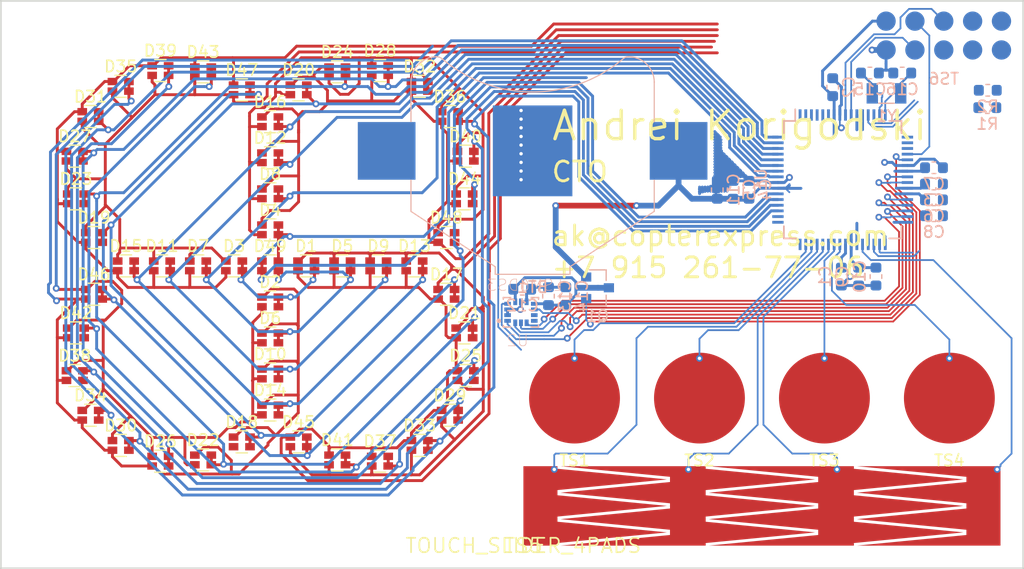
<source format=kicad_pcb>
(kicad_pcb (version 20171130) (host pcbnew 5.0.2+dfsg1-1~bpo9+1)
  (layers (0 F.Cu signal) (31 B.Cu signal) (34 B.Paste user hide) (35 F.Paste user hide) (36 B.SilkS user hide) (37 F.SilkS user) (38 B.Mask user) (39 F.Mask user) (44 Edge.Cuts user))
  (net 0 "")
  (net 1 LED_K0)
  (net 2 LED_K1)
  (net 3 LED_A0)
  (net 4 LED_K3)
  (net 5 LED_K2)
  (net 6 LED_K4)
  (net 7 LED_K5)
  (net 8 LED_K7)
  (net 9 LED_K6)
  (net 10 LED_K8)
  (net 11 LED_A1)
  (net 12 LED_A2)
  (net 13 LED_A3)
  (net 14 LED_A4)
  (net 15 LED_A5)
  (net 16 LED_A6)
  (net 17 LED_A7)
  (net 18 LED_A8)
  (net 19 VDD)
  (net 20 GND)
  (net 21 N$7)
  (net 22 N$6)
  (net 23 N$13)
  (net 24 N$14)
  (net 25 N$5)
  (net 26 N$19)
  (net 27 N$20)
  (net 28 N$16)
  (net 29 N$15)
  (net 30 N$17)
  (net 31 N$18)
  (net 32 N$12)
  (net 33 N$11)
  (net 34 TOUCH_PAD0)
  (net 35 N$1)
  (net 36 TOUCH_PAD1)
  (net 37 TOUCH_PAD2)
  (net 38 TOUCH_PAD3)
  (net 39 N$21)
  (net 40 N$22)
  (net 41 N$23)
  (net 42 N$8)
  (net 43 N$10)
  (net 44 N$9)
  (net 45 LED_K9)
  (net 46 LED_K10)
  (net 47 LED_K11)
  (net 48 N$4)
  (net 49 LFXTAL_P)
  (net 50 LFXTAL_N)
  (net 51 IMU_VDD)
  (net 52 N$24)
  (module footprints:LED_DUAL_0606 (layer F.Cu) (at 126.884 103.351)
    (fp_text reference D1 (at 0 -1.75) (layer F.SilkS))
    (fp_text value LED_Dual_AACC)
    (pad 3 smd rect (at 0.725 -0.425) (size 0.85 0.65) (layers F.Cu F.Paste F.Mask) (net 1 LED_K0))
    (pad 4 smd rect (at 0.725 0.425) (size 0.85 0.65) (layers F.Cu F.Paste F.Mask) (net 1 LED_K0))
    (pad 2 smd rect (at -0.725 0.425) (size 0.85 0.65) (layers F.Cu F.Paste F.Mask) (net 11 LED_A1))
    (pad 1 smd rect (at -0.725 -0.425) (size 0.85 0.65) (layers F.Cu F.Paste F.Mask) (net 3 LED_A0))
  )
  (module footprints:LED_DUAL_0606 (layer F.Cu) (at 123.709 106.526)
    (fp_text reference D2 (at 0 -1.75) (layer F.SilkS))
    (fp_text value LED_Dual_AACC)
    (pad 3 smd rect (at 0.725 -0.425) (size 0.85 0.65) (layers F.Cu F.Paste F.Mask) (net 1 LED_K0))
    (pad 4 smd rect (at 0.725 0.425) (size 0.85 0.65) (layers F.Cu F.Paste F.Mask) (net 1 LED_K0))
    (pad 2 smd rect (at -0.725 0.425) (size 0.85 0.65) (layers F.Cu F.Paste F.Mask) (net 13 LED_A3))
    (pad 1 smd rect (at -0.725 -0.425) (size 0.85 0.65) (layers F.Cu F.Paste F.Mask) (net 12 LED_A2))
  )
  (module footprints:LED_DUAL_0606 (layer F.Cu) (at 120.534 103.351)
    (fp_text reference D3 (at 0 -1.75) (layer F.SilkS))
    (fp_text value LED_Dual_AACC)
    (pad 3 smd rect (at 0.725 -0.425) (size 0.85 0.65) (layers F.Cu F.Paste F.Mask) (net 1 LED_K0))
    (pad 4 smd rect (at 0.725 0.425) (size 0.85 0.65) (layers F.Cu F.Paste F.Mask) (net 1 LED_K0))
    (pad 2 smd rect (at -0.725 0.425) (size 0.85 0.65) (layers F.Cu F.Paste F.Mask) (net 15 LED_A5))
    (pad 1 smd rect (at -0.725 -0.425) (size 0.85 0.65) (layers F.Cu F.Paste F.Mask) (net 14 LED_A4))
  )
  (module footprints:LED_DUAL_0606 (layer F.Cu) (at 123.709 100.176)
    (fp_text reference D4 (at 0 -1.75) (layer F.SilkS))
    (fp_text value LED_Dual_AACC)
    (pad 3 smd rect (at 0.725 -0.425) (size 0.85 0.65) (layers F.Cu F.Paste F.Mask) (net 1 LED_K0))
    (pad 4 smd rect (at 0.725 0.425) (size 0.85 0.65) (layers F.Cu F.Paste F.Mask) (net 1 LED_K0))
    (pad 2 smd rect (at -0.725 0.425) (size 0.85 0.65) (layers F.Cu F.Paste F.Mask) (net 17 LED_A7))
    (pad 1 smd rect (at -0.725 -0.425) (size 0.85 0.65) (layers F.Cu F.Paste F.Mask) (net 16 LED_A6))
  )
  (module footprints:LED_DUAL_0606 (layer F.Cu) (at 130.059 103.351)
    (fp_text reference D5 (at 0 -1.75) (layer F.SilkS))
    (fp_text value LED_Dual_AACC)
    (pad 3 smd rect (at 0.725 -0.425) (size 0.85 0.65) (layers F.Cu F.Paste F.Mask) (net 2 LED_K1))
    (pad 4 smd rect (at 0.725 0.425) (size 0.85 0.65) (layers F.Cu F.Paste F.Mask) (net 2 LED_K1))
    (pad 2 smd rect (at -0.725 0.425) (size 0.85 0.65) (layers F.Cu F.Paste F.Mask) (net 11 LED_A1))
    (pad 1 smd rect (at -0.725 -0.425) (size 0.85 0.65) (layers F.Cu F.Paste F.Mask) (net 3 LED_A0))
  )
  (module footprints:LED_DUAL_0606 (layer F.Cu) (at 123.709 109.701)
    (fp_text reference D6 (at 0 -1.75) (layer F.SilkS))
    (fp_text value LED_Dual_AACC)
    (pad 3 smd rect (at 0.725 -0.425) (size 0.85 0.65) (layers F.Cu F.Paste F.Mask) (net 2 LED_K1))
    (pad 4 smd rect (at 0.725 0.425) (size 0.85 0.65) (layers F.Cu F.Paste F.Mask) (net 2 LED_K1))
    (pad 2 smd rect (at -0.725 0.425) (size 0.85 0.65) (layers F.Cu F.Paste F.Mask) (net 13 LED_A3))
    (pad 1 smd rect (at -0.725 -0.425) (size 0.85 0.65) (layers F.Cu F.Paste F.Mask) (net 12 LED_A2))
  )
  (module footprints:LED_DUAL_0606 (layer F.Cu) (at 117.359 103.351)
    (fp_text reference D7 (at 0 -1.75) (layer F.SilkS))
    (fp_text value LED_Dual_AACC)
    (pad 3 smd rect (at 0.725 -0.425) (size 0.85 0.65) (layers F.Cu F.Paste F.Mask) (net 2 LED_K1))
    (pad 4 smd rect (at 0.725 0.425) (size 0.85 0.65) (layers F.Cu F.Paste F.Mask) (net 2 LED_K1))
    (pad 2 smd rect (at -0.725 0.425) (size 0.85 0.65) (layers F.Cu F.Paste F.Mask) (net 15 LED_A5))
    (pad 1 smd rect (at -0.725 -0.425) (size 0.85 0.65) (layers F.Cu F.Paste F.Mask) (net 14 LED_A4))
  )
  (module footprints:LED_DUAL_0606 (layer F.Cu) (at 123.709 97.001)
    (fp_text reference D8 (at 0 -1.75) (layer F.SilkS))
    (fp_text value LED_Dual_AACC)
    (pad 3 smd rect (at 0.725 -0.425) (size 0.85 0.65) (layers F.Cu F.Paste F.Mask) (net 2 LED_K1))
    (pad 4 smd rect (at 0.725 0.425) (size 0.85 0.65) (layers F.Cu F.Paste F.Mask) (net 2 LED_K1))
    (pad 2 smd rect (at -0.725 0.425) (size 0.85 0.65) (layers F.Cu F.Paste F.Mask) (net 17 LED_A7))
    (pad 1 smd rect (at -0.725 -0.425) (size 0.85 0.65) (layers F.Cu F.Paste F.Mask) (net 16 LED_A6))
  )
  (module footprints:LED_DUAL_0606 (layer F.Cu) (at 133.234 103.351)
    (fp_text reference D9 (at 0 -1.75) (layer F.SilkS))
    (fp_text value LED_Dual_AACC)
    (pad 3 smd rect (at 0.725 -0.425) (size 0.85 0.65) (layers F.Cu F.Paste F.Mask) (net 5 LED_K2))
    (pad 4 smd rect (at 0.725 0.425) (size 0.85 0.65) (layers F.Cu F.Paste F.Mask) (net 5 LED_K2))
    (pad 2 smd rect (at -0.725 0.425) (size 0.85 0.65) (layers F.Cu F.Paste F.Mask) (net 11 LED_A1))
    (pad 1 smd rect (at -0.725 -0.425) (size 0.85 0.65) (layers F.Cu F.Paste F.Mask) (net 3 LED_A0))
  )
  (module footprints:LED_DUAL_0606 (layer F.Cu) (at 123.709 112.875999)
    (fp_text reference D10 (at 0 -1.75) (layer F.SilkS))
    (fp_text value LED_Dual_AACC)
    (pad 3 smd rect (at 0.725 -0.425) (size 0.85 0.65) (layers F.Cu F.Paste F.Mask) (net 5 LED_K2))
    (pad 4 smd rect (at 0.725 0.425) (size 0.85 0.65) (layers F.Cu F.Paste F.Mask) (net 5 LED_K2))
    (pad 2 smd rect (at -0.725 0.425) (size 0.85 0.65) (layers F.Cu F.Paste F.Mask) (net 13 LED_A3))
    (pad 1 smd rect (at -0.725 -0.425) (size 0.85 0.65) (layers F.Cu F.Paste F.Mask) (net 12 LED_A2))
  )
  (module footprints:LED_DUAL_0606 (layer F.Cu) (at 114.184 103.351)
    (fp_text reference D11 (at 0 -1.75) (layer F.SilkS))
    (fp_text value LED_Dual_AACC)
    (pad 3 smd rect (at 0.725 -0.425) (size 0.85 0.65) (layers F.Cu F.Paste F.Mask) (net 5 LED_K2))
    (pad 4 smd rect (at 0.725 0.425) (size 0.85 0.65) (layers F.Cu F.Paste F.Mask) (net 5 LED_K2))
    (pad 2 smd rect (at -0.725 0.425) (size 0.85 0.65) (layers F.Cu F.Paste F.Mask) (net 15 LED_A5))
    (pad 1 smd rect (at -0.725 -0.425) (size 0.85 0.65) (layers F.Cu F.Paste F.Mask) (net 14 LED_A4))
  )
  (module footprints:LED_DUAL_0606 (layer F.Cu) (at 123.709 93.826)
    (fp_text reference D12 (at 0 -1.75) (layer F.SilkS))
    (fp_text value LED_Dual_AACC)
    (pad 3 smd rect (at 0.725 -0.425) (size 0.85 0.65) (layers F.Cu F.Paste F.Mask) (net 5 LED_K2))
    (pad 4 smd rect (at 0.725 0.425) (size 0.85 0.65) (layers F.Cu F.Paste F.Mask) (net 5 LED_K2))
    (pad 2 smd rect (at -0.725 0.425) (size 0.85 0.65) (layers F.Cu F.Paste F.Mask) (net 17 LED_A7))
    (pad 1 smd rect (at -0.725 -0.425) (size 0.85 0.65) (layers F.Cu F.Paste F.Mask) (net 16 LED_A6))
  )
  (module footprints:LED_DUAL_0606 (layer F.Cu) (at 136.409 103.351)
    (fp_text reference D13 (at 0 -1.75) (layer F.SilkS))
    (fp_text value LED_Dual_AACC)
    (pad 3 smd rect (at 0.725 -0.425) (size 0.85 0.65) (layers F.Cu F.Paste F.Mask) (net 4 LED_K3))
    (pad 4 smd rect (at 0.725 0.425) (size 0.85 0.65) (layers F.Cu F.Paste F.Mask) (net 4 LED_K3))
    (pad 2 smd rect (at -0.725 0.425) (size 0.85 0.65) (layers F.Cu F.Paste F.Mask) (net 11 LED_A1))
    (pad 1 smd rect (at -0.725 -0.425) (size 0.85 0.65) (layers F.Cu F.Paste F.Mask) (net 3 LED_A0))
  )
  (module footprints:LED_DUAL_0606 (layer F.Cu) (at 123.709 116.051)
    (fp_text reference D14 (at 0 -1.75) (layer F.SilkS))
    (fp_text value LED_Dual_AACC)
    (pad 3 smd rect (at 0.725 -0.425) (size 0.85 0.65) (layers F.Cu F.Paste F.Mask) (net 4 LED_K3))
    (pad 4 smd rect (at 0.725 0.425) (size 0.85 0.65) (layers F.Cu F.Paste F.Mask) (net 4 LED_K3))
    (pad 2 smd rect (at -0.725 0.425) (size 0.85 0.65) (layers F.Cu F.Paste F.Mask) (net 13 LED_A3))
    (pad 1 smd rect (at -0.725 -0.425) (size 0.85 0.65) (layers F.Cu F.Paste F.Mask) (net 12 LED_A2))
  )
  (module footprints:LED_DUAL_0606 (layer F.Cu) (at 111.009 103.351)
    (fp_text reference D15 (at 0 -1.75) (layer F.SilkS))
    (fp_text value LED_Dual_AACC)
    (pad 3 smd rect (at 0.725 -0.425) (size 0.85 0.65) (layers F.Cu F.Paste F.Mask) (net 4 LED_K3))
    (pad 4 smd rect (at 0.725 0.425) (size 0.85 0.65) (layers F.Cu F.Paste F.Mask) (net 4 LED_K3))
    (pad 2 smd rect (at -0.725 0.425) (size 0.85 0.65) (layers F.Cu F.Paste F.Mask) (net 15 LED_A5))
    (pad 1 smd rect (at -0.725 -0.425) (size 0.85 0.65) (layers F.Cu F.Paste F.Mask) (net 14 LED_A4))
  )
  (module footprints:LED_DUAL_0606 (layer F.Cu) (at 123.709 90.651)
    (fp_text reference D16 (at 0 -1.75) (layer F.SilkS))
    (fp_text value LED_Dual_AACC)
    (pad 3 smd rect (at 0.725 -0.425) (size 0.85 0.65) (layers F.Cu F.Paste F.Mask) (net 4 LED_K3))
    (pad 4 smd rect (at 0.725 0.425) (size 0.85 0.65) (layers F.Cu F.Paste F.Mask) (net 4 LED_K3))
    (pad 2 smd rect (at -0.725 0.425) (size 0.85 0.65) (layers F.Cu F.Paste F.Mask) (net 17 LED_A7))
    (pad 1 smd rect (at -0.725 -0.425) (size 0.85 0.65) (layers F.Cu F.Paste F.Mask) (net 16 LED_A6))
  )
  (module footprints:LED_DUAL_0606 (layer F.Cu) (at 139.217852 105.850666)
    (fp_text reference D17 (at 0 -1.75) (layer F.SilkS))
    (fp_text value LED_Dual_AACC)
    (pad 3 smd rect (at 0.725 -0.425) (size 0.85 0.65) (layers F.Cu F.Paste F.Mask) (net 6 LED_K4))
    (pad 4 smd rect (at 0.725 0.425) (size 0.85 0.65) (layers F.Cu F.Paste F.Mask) (net 6 LED_K4))
    (pad 2 smd rect (at -0.725 0.425) (size 0.85 0.65) (layers F.Cu F.Paste F.Mask) (net 11 LED_A1))
    (pad 1 smd rect (at -0.725 -0.425) (size 0.85 0.65) (layers F.Cu F.Paste F.Mask) (net 3 LED_A0))
  )
  (module footprints:LED_DUAL_0606 (layer F.Cu) (at 121.209333 118.859852)
    (fp_text reference D18 (at 0 -1.75) (layer F.SilkS))
    (fp_text value LED_Dual_AACC)
    (pad 3 smd rect (at 0.725 -0.425) (size 0.85 0.65) (layers F.Cu F.Paste F.Mask) (net 6 LED_K4))
    (pad 4 smd rect (at 0.725 0.425) (size 0.85 0.65) (layers F.Cu F.Paste F.Mask) (net 6 LED_K4))
    (pad 2 smd rect (at -0.725 0.425) (size 0.85 0.65) (layers F.Cu F.Paste F.Mask) (net 13 LED_A3))
    (pad 1 smd rect (at -0.725 -0.425) (size 0.85 0.65) (layers F.Cu F.Paste F.Mask) (net 12 LED_A2))
  )
  (module footprints:LED_DUAL_0606 (layer F.Cu) (at 108.200147 100.851333)
    (fp_text reference D19 (at 0 -1.75) (layer F.SilkS))
    (fp_text value LED_Dual_AACC)
    (pad 3 smd rect (at 0.725 -0.425) (size 0.85 0.65) (layers F.Cu F.Paste F.Mask) (net 6 LED_K4))
    (pad 4 smd rect (at 0.725 0.425) (size 0.85 0.65) (layers F.Cu F.Paste F.Mask) (net 6 LED_K4))
    (pad 2 smd rect (at -0.725 0.425) (size 0.85 0.65) (layers F.Cu F.Paste F.Mask) (net 15 LED_A5))
    (pad 1 smd rect (at -0.725 -0.425) (size 0.85 0.65) (layers F.Cu F.Paste F.Mask) (net 14 LED_A4))
  )
  (module footprints:LED_DUAL_0606 (layer F.Cu) (at 126.208666 87.842147)
    (fp_text reference D20 (at 0 -1.75) (layer F.SilkS))
    (fp_text value LED_Dual_AACC)
    (pad 3 smd rect (at 0.725 -0.425) (size 0.85 0.65) (layers F.Cu F.Paste F.Mask) (net 6 LED_K4))
    (pad 4 smd rect (at 0.725 0.425) (size 0.85 0.65) (layers F.Cu F.Paste F.Mask) (net 6 LED_K4))
    (pad 2 smd rect (at -0.725 0.425) (size 0.85 0.65) (layers F.Cu F.Paste F.Mask) (net 17 LED_A7))
    (pad 1 smd rect (at -0.725 -0.425) (size 0.85 0.65) (layers F.Cu F.Paste F.Mask) (net 16 LED_A6))
  )
  (module footprints:LED_DUAL_0606 (layer F.Cu) (at 140.806919 109.258431)
    (fp_text reference D21 (at 0 -1.75) (layer F.SilkS))
    (fp_text value LED_Dual_AACC)
    (pad 3 smd rect (at 0.725 -0.425) (size 0.85 0.65) (layers F.Cu F.Paste F.Mask) (net 7 LED_K5))
    (pad 4 smd rect (at 0.725 0.425) (size 0.85 0.65) (layers F.Cu F.Paste F.Mask) (net 7 LED_K5))
    (pad 2 smd rect (at -0.725 0.425) (size 0.85 0.65) (layers F.Cu F.Paste F.Mask) (net 11 LED_A1))
    (pad 1 smd rect (at -0.725 -0.425) (size 0.85 0.65) (layers F.Cu F.Paste F.Mask) (net 3 LED_A0))
  )
  (module footprints:LED_DUAL_0606 (layer F.Cu) (at 117.801568 120.448919)
    (fp_text reference D22 (at 0 -1.75) (layer F.SilkS))
    (fp_text value LED_Dual_AACC)
    (pad 3 smd rect (at 0.725 -0.425) (size 0.85 0.65) (layers F.Cu F.Paste F.Mask) (net 7 LED_K5))
    (pad 4 smd rect (at 0.725 0.425) (size 0.85 0.65) (layers F.Cu F.Paste F.Mask) (net 7 LED_K5))
    (pad 2 smd rect (at -0.725 0.425) (size 0.85 0.65) (layers F.Cu F.Paste F.Mask) (net 13 LED_A3))
    (pad 1 smd rect (at -0.725 -0.425) (size 0.85 0.65) (layers F.Cu F.Paste F.Mask) (net 12 LED_A2))
  )
  (module footprints:LED_DUAL_0606 (layer F.Cu) (at 106.61108 97.443568)
    (fp_text reference D23 (at 0 -1.75) (layer F.SilkS))
    (fp_text value LED_Dual_AACC)
    (pad 3 smd rect (at 0.725 -0.425) (size 0.85 0.65) (layers F.Cu F.Paste F.Mask) (net 7 LED_K5))
    (pad 4 smd rect (at 0.725 0.425) (size 0.85 0.65) (layers F.Cu F.Paste F.Mask) (net 7 LED_K5))
    (pad 2 smd rect (at -0.725 0.425) (size 0.85 0.65) (layers F.Cu F.Paste F.Mask) (net 15 LED_A5))
    (pad 1 smd rect (at -0.725 -0.425) (size 0.85 0.65) (layers F.Cu F.Paste F.Mask) (net 14 LED_A4))
  )
  (module footprints:LED_DUAL_0606 (layer F.Cu) (at 129.616431 86.25308)
    (fp_text reference D24 (at 0 -1.75) (layer F.SilkS))
    (fp_text value LED_Dual_AACC)
    (pad 3 smd rect (at 0.725 -0.425) (size 0.85 0.65) (layers F.Cu F.Paste F.Mask) (net 7 LED_K5))
    (pad 4 smd rect (at 0.725 0.425) (size 0.85 0.65) (layers F.Cu F.Paste F.Mask) (net 7 LED_K5))
    (pad 2 smd rect (at -0.725 0.425) (size 0.85 0.65) (layers F.Cu F.Paste F.Mask) (net 17 LED_A7))
    (pad 1 smd rect (at -0.725 -0.425) (size 0.85 0.65) (layers F.Cu F.Paste F.Mask) (net 16 LED_A6))
  )
  (module footprints:LED_DUAL_0606 (layer F.Cu) (at 140.916279 113.016892)
    (fp_text reference D25 (at 0 -1.75) (layer F.SilkS))
    (fp_text value LED_Dual_AACC)
    (pad 3 smd rect (at 0.725 -0.425) (size 0.85 0.65) (layers F.Cu F.Paste F.Mask) (net 9 LED_K6))
    (pad 4 smd rect (at 0.725 0.425) (size 0.85 0.65) (layers F.Cu F.Paste F.Mask) (net 9 LED_K6))
    (pad 2 smd rect (at -0.725 0.425) (size 0.85 0.65) (layers F.Cu F.Paste F.Mask) (net 3 LED_A0))
    (pad 1 smd rect (at -0.725 -0.425) (size 0.85 0.65) (layers F.Cu F.Paste F.Mask) (net 11 LED_A1))
  )
  (module footprints:LED_DUAL_0606 (layer F.Cu) (at 114.043107 120.558279)
    (fp_text reference D26 (at 0 -1.75) (layer F.SilkS))
    (fp_text value LED_Dual_AACC)
    (pad 3 smd rect (at 0.725 -0.425) (size 0.85 0.65) (layers F.Cu F.Paste F.Mask) (net 9 LED_K6))
    (pad 4 smd rect (at 0.725 0.425) (size 0.85 0.65) (layers F.Cu F.Paste F.Mask) (net 9 LED_K6))
    (pad 2 smd rect (at -0.725 0.425) (size 0.85 0.65) (layers F.Cu F.Paste F.Mask) (net 12 LED_A2))
    (pad 1 smd rect (at -0.725 -0.425) (size 0.85 0.65) (layers F.Cu F.Paste F.Mask) (net 13 LED_A3))
  )
  (module footprints:LED_DUAL_0606 (layer F.Cu) (at 106.50172 93.685107)
    (fp_text reference D27 (at 0 -1.75) (layer F.SilkS))
    (fp_text value LED_Dual_AACC)
    (pad 3 smd rect (at 0.725 -0.425) (size 0.85 0.65) (layers F.Cu F.Paste F.Mask) (net 9 LED_K6))
    (pad 4 smd rect (at 0.725 0.425) (size 0.85 0.65) (layers F.Cu F.Paste F.Mask) (net 9 LED_K6))
    (pad 2 smd rect (at -0.725 0.425) (size 0.85 0.65) (layers F.Cu F.Paste F.Mask) (net 14 LED_A4))
    (pad 1 smd rect (at -0.725 -0.425) (size 0.85 0.65) (layers F.Cu F.Paste F.Mask) (net 15 LED_A5))
  )
  (module footprints:LED_DUAL_0606 (layer F.Cu) (at 133.374892 86.14372)
    (fp_text reference D28 (at 0 -1.75) (layer F.SilkS))
    (fp_text value LED_Dual_AACC)
    (pad 3 smd rect (at 0.725 -0.425) (size 0.85 0.65) (layers F.Cu F.Paste F.Mask) (net 9 LED_K6))
    (pad 4 smd rect (at 0.725 0.425) (size 0.85 0.65) (layers F.Cu F.Paste F.Mask) (net 9 LED_K6))
    (pad 2 smd rect (at -0.725 0.425) (size 0.85 0.65) (layers F.Cu F.Paste F.Mask) (net 16 LED_A6))
    (pad 1 smd rect (at -0.725 -0.425) (size 0.85 0.65) (layers F.Cu F.Paste F.Mask) (net 17 LED_A7))
  )
  (module footprints:LED_DUAL_0606 (layer F.Cu) (at 139.528045 116.511287)
    (fp_text reference D29 (at 0 -1.75) (layer F.SilkS))
    (fp_text value LED_Dual_AACC)
    (pad 3 smd rect (at 0.725 -0.425) (size 0.85 0.65) (layers F.Cu F.Paste F.Mask) (net 8 LED_K7))
    (pad 4 smd rect (at 0.725 0.425) (size 0.85 0.65) (layers F.Cu F.Paste F.Mask) (net 8 LED_K7))
    (pad 2 smd rect (at -0.725 0.425) (size 0.85 0.65) (layers F.Cu F.Paste F.Mask) (net 3 LED_A0))
    (pad 1 smd rect (at -0.725 -0.425) (size 0.85 0.65) (layers F.Cu F.Paste F.Mask) (net 11 LED_A1))
  )
  (module footprints:LED_DUAL_0606 (layer F.Cu) (at 110.548712 119.170045)
    (fp_text reference D30 (at 0 -1.75) (layer F.SilkS))
    (fp_text value LED_Dual_AACC)
    (pad 3 smd rect (at 0.725 -0.425) (size 0.85 0.65) (layers F.Cu F.Paste F.Mask) (net 8 LED_K7))
    (pad 4 smd rect (at 0.725 0.425) (size 0.85 0.65) (layers F.Cu F.Paste F.Mask) (net 8 LED_K7))
    (pad 2 smd rect (at -0.725 0.425) (size 0.85 0.65) (layers F.Cu F.Paste F.Mask) (net 12 LED_A2))
    (pad 1 smd rect (at -0.725 -0.425) (size 0.85 0.65) (layers F.Cu F.Paste F.Mask) (net 13 LED_A3))
  )
  (module footprints:LED_DUAL_0606 (layer F.Cu) (at 107.889954 90.190712)
    (fp_text reference D31 (at 0 -1.75) (layer F.SilkS))
    (fp_text value LED_Dual_AACC)
    (pad 3 smd rect (at 0.725 -0.425) (size 0.85 0.65) (layers F.Cu F.Paste F.Mask) (net 8 LED_K7))
    (pad 4 smd rect (at 0.725 0.425) (size 0.85 0.65) (layers F.Cu F.Paste F.Mask) (net 8 LED_K7))
    (pad 2 smd rect (at -0.725 0.425) (size 0.85 0.65) (layers F.Cu F.Paste F.Mask) (net 14 LED_A4))
    (pad 1 smd rect (at -0.725 -0.425) (size 0.85 0.65) (layers F.Cu F.Paste F.Mask) (net 15 LED_A5))
  )
  (module footprints:LED_DUAL_0606 (layer F.Cu) (at 136.869287 87.531954)
    (fp_text reference D32 (at 0 -1.75) (layer F.SilkS))
    (fp_text value LED_Dual_AACC)
    (pad 3 smd rect (at 0.725 -0.425) (size 0.85 0.65) (layers F.Cu F.Paste F.Mask) (net 8 LED_K7))
    (pad 4 smd rect (at 0.725 0.425) (size 0.85 0.65) (layers F.Cu F.Paste F.Mask) (net 8 LED_K7))
    (pad 2 smd rect (at -0.725 0.425) (size 0.85 0.65) (layers F.Cu F.Paste F.Mask) (net 16 LED_A6))
    (pad 1 smd rect (at -0.725 -0.425) (size 0.85 0.65) (layers F.Cu F.Paste F.Mask) (net 17 LED_A7))
  )
  (module footprints:LED_DUAL_0606 (layer F.Cu) (at 136.869287 119.170045)
    (fp_text reference D33 (at 0 -1.75) (layer F.SilkS))
    (fp_text value LED_Dual_AACC)
    (pad 3 smd rect (at 0.725 -0.425) (size 0.85 0.65) (layers F.Cu F.Paste F.Mask) (net 10 LED_K8))
    (pad 4 smd rect (at 0.725 0.425) (size 0.85 0.65) (layers F.Cu F.Paste F.Mask) (net 10 LED_K8))
    (pad 2 smd rect (at -0.725 0.425) (size 0.85 0.65) (layers F.Cu F.Paste F.Mask) (net 3 LED_A0))
    (pad 1 smd rect (at -0.725 -0.425) (size 0.85 0.65) (layers F.Cu F.Paste F.Mask) (net 11 LED_A1))
  )
  (module footprints:LED_DUAL_0606 (layer F.Cu) (at 107.889954 116.511287)
    (fp_text reference D34 (at 0 -1.75) (layer F.SilkS))
    (fp_text value LED_Dual_AACC)
    (pad 3 smd rect (at 0.725 -0.425) (size 0.85 0.65) (layers F.Cu F.Paste F.Mask) (net 10 LED_K8))
    (pad 4 smd rect (at 0.725 0.425) (size 0.85 0.65) (layers F.Cu F.Paste F.Mask) (net 10 LED_K8))
    (pad 2 smd rect (at -0.725 0.425) (size 0.85 0.65) (layers F.Cu F.Paste F.Mask) (net 12 LED_A2))
    (pad 1 smd rect (at -0.725 -0.425) (size 0.85 0.65) (layers F.Cu F.Paste F.Mask) (net 13 LED_A3))
  )
  (module footprints:LED_DUAL_0606 (layer F.Cu) (at 110.548712 87.531954)
    (fp_text reference D35 (at 0 -1.75) (layer F.SilkS))
    (fp_text value LED_Dual_AACC)
    (pad 3 smd rect (at 0.725 -0.425) (size 0.85 0.65) (layers F.Cu F.Paste F.Mask) (net 10 LED_K8))
    (pad 4 smd rect (at 0.725 0.425) (size 0.85 0.65) (layers F.Cu F.Paste F.Mask) (net 10 LED_K8))
    (pad 2 smd rect (at -0.725 0.425) (size 0.85 0.65) (layers F.Cu F.Paste F.Mask) (net 14 LED_A4))
    (pad 1 smd rect (at -0.725 -0.425) (size 0.85 0.65) (layers F.Cu F.Paste F.Mask) (net 15 LED_A5))
  )
  (module footprints:LED_DUAL_0606 (layer F.Cu) (at 139.528045 90.190712)
    (fp_text reference D36 (at 0 -1.75) (layer F.SilkS))
    (fp_text value LED_Dual_AACC)
    (pad 3 smd rect (at 0.725 -0.425) (size 0.85 0.65) (layers F.Cu F.Paste F.Mask) (net 10 LED_K8))
    (pad 4 smd rect (at 0.725 0.425) (size 0.85 0.65) (layers F.Cu F.Paste F.Mask) (net 10 LED_K8))
    (pad 2 smd rect (at -0.725 0.425) (size 0.85 0.65) (layers F.Cu F.Paste F.Mask) (net 16 LED_A6))
    (pad 1 smd rect (at -0.725 -0.425) (size 0.85 0.65) (layers F.Cu F.Paste F.Mask) (net 17 LED_A7))
  )
  (module footprints:LED_DUAL_0606 (layer F.Cu) (at 133.374892 120.558279)
    (fp_text reference D37 (at 0 -1.75) (layer F.SilkS))
    (fp_text value LED_Dual_AACC)
    (pad 3 smd rect (at 0.725 -0.425) (size 0.85 0.65) (layers F.Cu F.Paste F.Mask) (net 45 LED_K9))
    (pad 4 smd rect (at 0.725 0.425) (size 0.85 0.65) (layers F.Cu F.Paste F.Mask) (net 45 LED_K9))
    (pad 2 smd rect (at -0.725 0.425) (size 0.85 0.65) (layers F.Cu F.Paste F.Mask) (net 3 LED_A0))
    (pad 1 smd rect (at -0.725 -0.425) (size 0.85 0.65) (layers F.Cu F.Paste F.Mask) (net 11 LED_A1))
  )
  (module footprints:LED_DUAL_0606 (layer F.Cu) (at 106.50172 113.016892)
    (fp_text reference D38 (at 0 -1.75) (layer F.SilkS))
    (fp_text value LED_Dual_AACC)
    (pad 3 smd rect (at 0.725 -0.425) (size 0.85 0.65) (layers F.Cu F.Paste F.Mask) (net 45 LED_K9))
    (pad 4 smd rect (at 0.725 0.425) (size 0.85 0.65) (layers F.Cu F.Paste F.Mask) (net 45 LED_K9))
    (pad 2 smd rect (at -0.725 0.425) (size 0.85 0.65) (layers F.Cu F.Paste F.Mask) (net 12 LED_A2))
    (pad 1 smd rect (at -0.725 -0.425) (size 0.85 0.65) (layers F.Cu F.Paste F.Mask) (net 13 LED_A3))
  )
  (module footprints:LED_DUAL_0606 (layer F.Cu) (at 114.043107 86.14372)
    (fp_text reference D39 (at 0 -1.75) (layer F.SilkS))
    (fp_text value LED_Dual_AACC)
    (pad 3 smd rect (at 0.725 -0.425) (size 0.85 0.65) (layers F.Cu F.Paste F.Mask) (net 45 LED_K9))
    (pad 4 smd rect (at 0.725 0.425) (size 0.85 0.65) (layers F.Cu F.Paste F.Mask) (net 45 LED_K9))
    (pad 2 smd rect (at -0.725 0.425) (size 0.85 0.65) (layers F.Cu F.Paste F.Mask) (net 14 LED_A4))
    (pad 1 smd rect (at -0.725 -0.425) (size 0.85 0.65) (layers F.Cu F.Paste F.Mask) (net 15 LED_A5))
  )
  (module footprints:LED_DUAL_0606 (layer F.Cu) (at 140.916279 93.685107)
    (fp_text reference D40 (at 0 -1.75) (layer F.SilkS))
    (fp_text value LED_Dual_AACC)
    (pad 3 smd rect (at 0.725 -0.425) (size 0.85 0.65) (layers F.Cu F.Paste F.Mask) (net 45 LED_K9))
    (pad 4 smd rect (at 0.725 0.425) (size 0.85 0.65) (layers F.Cu F.Paste F.Mask) (net 45 LED_K9))
    (pad 2 smd rect (at -0.725 0.425) (size 0.85 0.65) (layers F.Cu F.Paste F.Mask) (net 16 LED_A6))
    (pad 1 smd rect (at -0.725 -0.425) (size 0.85 0.65) (layers F.Cu F.Paste F.Mask) (net 17 LED_A7))
  )
  (module footprints:LED_DUAL_0606 (layer F.Cu) (at 129.616431 120.448919)
    (fp_text reference D41 (at 0 -1.75) (layer F.SilkS))
    (fp_text value LED_Dual_AACC)
    (pad 3 smd rect (at 0.725 -0.425) (size 0.85 0.65) (layers F.Cu F.Paste F.Mask) (net 46 LED_K10))
    (pad 4 smd rect (at 0.725 0.425) (size 0.85 0.65) (layers F.Cu F.Paste F.Mask) (net 46 LED_K10))
    (pad 2 smd rect (at -0.725 0.425) (size 0.85 0.65) (layers F.Cu F.Paste F.Mask) (net 3 LED_A0))
    (pad 1 smd rect (at -0.725 -0.425) (size 0.85 0.65) (layers F.Cu F.Paste F.Mask) (net 11 LED_A1))
  )
  (module footprints:LED_DUAL_0606 (layer F.Cu) (at 106.61108 109.258431)
    (fp_text reference D42 (at 0 -1.75) (layer F.SilkS))
    (fp_text value LED_Dual_AACC)
    (pad 3 smd rect (at 0.725 -0.425) (size 0.85 0.65) (layers F.Cu F.Paste F.Mask) (net 46 LED_K10))
    (pad 4 smd rect (at 0.725 0.425) (size 0.85 0.65) (layers F.Cu F.Paste F.Mask) (net 46 LED_K10))
    (pad 2 smd rect (at -0.725 0.425) (size 0.85 0.65) (layers F.Cu F.Paste F.Mask) (net 12 LED_A2))
    (pad 1 smd rect (at -0.725 -0.425) (size 0.85 0.65) (layers F.Cu F.Paste F.Mask) (net 13 LED_A3))
  )
  (module footprints:LED_DUAL_0606 (layer F.Cu) (at 117.801568 86.25308)
    (fp_text reference D43 (at 0 -1.75) (layer F.SilkS))
    (fp_text value LED_Dual_AACC)
    (pad 3 smd rect (at 0.725 -0.425) (size 0.85 0.65) (layers F.Cu F.Paste F.Mask) (net 46 LED_K10))
    (pad 4 smd rect (at 0.725 0.425) (size 0.85 0.65) (layers F.Cu F.Paste F.Mask) (net 46 LED_K10))
    (pad 2 smd rect (at -0.725 0.425) (size 0.85 0.65) (layers F.Cu F.Paste F.Mask) (net 14 LED_A4))
    (pad 1 smd rect (at -0.725 -0.425) (size 0.85 0.65) (layers F.Cu F.Paste F.Mask) (net 15 LED_A5))
  )
  (module footprints:LED_DUAL_0606 (layer F.Cu) (at 140.806919 97.443568)
    (fp_text reference D44 (at 0 -1.75) (layer F.SilkS))
    (fp_text value LED_Dual_AACC)
    (pad 3 smd rect (at 0.725 -0.425) (size 0.85 0.65) (layers F.Cu F.Paste F.Mask) (net 46 LED_K10))
    (pad 4 smd rect (at 0.725 0.425) (size 0.85 0.65) (layers F.Cu F.Paste F.Mask) (net 46 LED_K10))
    (pad 2 smd rect (at -0.725 0.425) (size 0.85 0.65) (layers F.Cu F.Paste F.Mask) (net 16 LED_A6))
    (pad 1 smd rect (at -0.725 -0.425) (size 0.85 0.65) (layers F.Cu F.Paste F.Mask) (net 17 LED_A7))
  )
  (module footprints:LED_DUAL_0606 (layer F.Cu) (at 126.208666 118.859852)
    (fp_text reference D45 (at 0 -1.75) (layer F.SilkS))
    (fp_text value LED_Dual_AACC)
    (pad 3 smd rect (at 0.725 -0.425) (size 0.85 0.65) (layers F.Cu F.Paste F.Mask) (net 47 LED_K11))
    (pad 4 smd rect (at 0.725 0.425) (size 0.85 0.65) (layers F.Cu F.Paste F.Mask) (net 47 LED_K11))
    (pad 2 smd rect (at -0.725 0.425) (size 0.85 0.65) (layers F.Cu F.Paste F.Mask) (net 3 LED_A0))
    (pad 1 smd rect (at -0.725 -0.425) (size 0.85 0.65) (layers F.Cu F.Paste F.Mask) (net 11 LED_A1))
  )
  (module footprints:LED_DUAL_0606 (layer F.Cu) (at 108.200147 105.850666)
    (fp_text reference D46 (at 0 -1.75) (layer F.SilkS))
    (fp_text value LED_Dual_AACC)
    (pad 3 smd rect (at 0.725 -0.425) (size 0.85 0.65) (layers F.Cu F.Paste F.Mask) (net 47 LED_K11))
    (pad 4 smd rect (at 0.725 0.425) (size 0.85 0.65) (layers F.Cu F.Paste F.Mask) (net 47 LED_K11))
    (pad 2 smd rect (at -0.725 0.425) (size 0.85 0.65) (layers F.Cu F.Paste F.Mask) (net 12 LED_A2))
    (pad 1 smd rect (at -0.725 -0.425) (size 0.85 0.65) (layers F.Cu F.Paste F.Mask) (net 13 LED_A3))
  )
  (module footprints:LED_DUAL_0606 (layer F.Cu) (at 121.209333 87.842147)
    (fp_text reference D47 (at 0 -1.75) (layer F.SilkS))
    (fp_text value LED_Dual_AACC)
    (pad 3 smd rect (at 0.725 -0.425) (size 0.85 0.65) (layers F.Cu F.Paste F.Mask) (net 47 LED_K11))
    (pad 4 smd rect (at 0.725 0.425) (size 0.85 0.65) (layers F.Cu F.Paste F.Mask) (net 47 LED_K11))
    (pad 2 smd rect (at -0.725 0.425) (size 0.85 0.65) (layers F.Cu F.Paste F.Mask) (net 14 LED_A4))
    (pad 1 smd rect (at -0.725 -0.425) (size 0.85 0.65) (layers F.Cu F.Paste F.Mask) (net 15 LED_A5))
  )
  (module footprints:LED_DUAL_0606 (layer F.Cu) (at 139.217852 100.851333)
    (fp_text reference D48 (at 0 -1.75) (layer F.SilkS))
    (fp_text value LED_Dual_AACC)
    (pad 3 smd rect (at 0.725 -0.425) (size 0.85 0.65) (layers F.Cu F.Paste F.Mask) (net 47 LED_K11))
    (pad 4 smd rect (at 0.725 0.425) (size 0.85 0.65) (layers F.Cu F.Paste F.Mask) (net 47 LED_K11))
    (pad 2 smd rect (at -0.725 0.425) (size 0.85 0.65) (layers F.Cu F.Paste F.Mask) (net 16 LED_A6))
    (pad 1 smd rect (at -0.725 -0.425) (size 0.85 0.65) (layers F.Cu F.Paste F.Mask) (net 17 LED_A7))
  )
  (module footprints:LED_DUAL_0606 (layer F.Cu) (at 123.709 103.351)
    (fp_text reference D49 (at 0 -1.75) (layer F.SilkS))
    (fp_text value LED_Dual_AACC)
    (pad 3 smd rect (at 0.725 -0.425) (size 0.85 0.65) (layers F.Cu F.Paste F.Mask) (net 1 LED_K0))
    (pad 4 smd rect (at 0.725 0.425) (size 0.85 0.65) (layers F.Cu F.Paste F.Mask) (net 2 LED_K1))
    (pad 2 smd rect (at -0.725 0.425) (size 0.85 0.65) (layers F.Cu F.Paste F.Mask) (net 18 LED_A8))
    (pad 1 smd rect (at -0.725 -0.425) (size 0.85 0.65) (layers F.Cu F.Paste F.Mask) (net 18 LED_A8))
  )
  (module Resistor_SMD:R_0603_1608Metric (layer B.Cu) (at 186.8425 89.408)
    (fp_text reference R1 (at 0 1.43) (layer B.SilkS) (effects (justify mirror)))
    (fp_text value 0)
    (pad 2 smd roundrect (at 0.7875 0) (size 0.875 0.95) (layers B.Cu B.Paste B.Mask) (net 20 GND))
    (pad 1 smd roundrect (at -0.7875 0) (size 0.875 0.95) (layers B.Cu B.Paste B.Mask) (net 41 N$23))
  )
  (module Package_QFP:LQFP-64_10x10mm_P0.5mm (layer B.Cu) (at 174.10708 95.75756 270)
    (fp_text reference U1 (at 0 7.2 270) (layer B.SilkS) (effects (justify mirror)))
    (fp_text value EFM32LG232F64)
    (pad 64 smd rect (at -3.75 5.7 180) (size 1 0.25) (layers B.Cu B.Paste B.Mask) (net 8 LED_K7))
    (pad 63 smd rect (at -3.25 5.7 180) (size 1 0.25) (layers B.Cu B.Paste B.Mask) (net 9 LED_K6))
    (pad 62 smd rect (at -2.75 5.7 180) (size 1 0.25) (layers B.Cu B.Paste B.Mask) (net 7 LED_K5))
    (pad 61 smd rect (at -2.25 5.7 180) (size 1 0.25) (layers B.Cu B.Paste B.Mask) (net 6 LED_K4))
    (pad 60 smd rect (at -1.75 5.7 180) (size 1 0.25) (layers B.Cu B.Paste B.Mask) (net 4 LED_K3))
    (pad 59 smd rect (at -1.25 5.7 180) (size 1 0.25) (layers B.Cu B.Paste B.Mask) (net 5 LED_K2))
    (pad 58 smd rect (at -0.75 5.7 180) (size 1 0.25) (layers B.Cu B.Paste B.Mask) (net 2 LED_K1))
    (pad 57 smd rect (at -0.25 5.7 180) (size 1 0.25) (layers B.Cu B.Paste B.Mask) (net 1 LED_K0))
    (pad 56 smd rect (at 0.25 5.7 180) (size 1 0.25) (layers B.Cu B.Paste B.Mask) (net 20 GND))
    (pad 55 smd rect (at 0.75 5.7 180) (size 1 0.25) (layers B.Cu B.Paste B.Mask) (net 19 VDD))
    (pad 54 smd rect (at 1.25 5.7 180) (size 1 0.25) (layers B.Cu B.Paste B.Mask) (net 47 LED_K11))
    (pad 53 smd rect (at 1.75 5.7 180) (size 1 0.25) (layers B.Cu B.Paste B.Mask) (net 46 LED_K10))
    (pad 52 smd rect (at 2.25 5.7 180) (size 1 0.25) (layers B.Cu B.Paste B.Mask) (net 45 LED_K9))
    (pad 51 smd rect (at 2.75 5.7 180) (size 1 0.25) (layers B.Cu B.Paste B.Mask) (net 10 LED_K8))
    (pad 50 smd rect (at 3.25 5.7 180) (size 1 0.25) (layers B.Cu B.Paste B.Mask) (net 42 N$8))
    (pad 49 smd rect (at 3.75 5.7 180) (size 1 0.25) (layers B.Cu B.Paste B.Mask) (net 44 N$9))
    (pad 48 smd rect (at 5.7 3.75 270) (size 1 0.25) (layers B.Cu B.Paste B.Mask) (net 21 N$7))
    (pad 47 smd rect (at 5.7 3.25 270) (size 1 0.25) (layers B.Cu B.Paste B.Mask) (net 34 TOUCH_PAD0))
    (pad 46 smd rect (at 5.7 2.75 270) (size 1 0.25) (layers B.Cu B.Paste B.Mask) (net 26 N$19))
    (pad 45 smd rect (at 5.7 2.25 270) (size 1 0.25) (layers B.Cu B.Paste B.Mask) (net 36 TOUCH_PAD1))
    (pad 44 smd rect (at 5.7 1.75 270) (size 1 0.25) (layers B.Cu B.Paste B.Mask) (net 27 N$20))
    (pad 43 smd rect (at 5.7 1.25 270) (size 1 0.25) (layers B.Cu B.Paste B.Mask) (net 39 N$21))
    (pad 42 smd rect (at 5.7 0.75 270) (size 1 0.25) (layers B.Cu B.Paste B.Mask) (net 37 TOUCH_PAD2))
    (pad 41 smd rect (at 5.7 0.25 270) (size 1 0.25) (layers B.Cu B.Paste B.Mask) (net 38 TOUCH_PAD3))
    (pad 40 smd rect (at 5.7 -0.25 270) (size 1 0.25) (layers B.Cu B.Paste B.Mask) (net 35 N$1))
    (pad 39 smd rect (at 5.7 -0.75 270) (size 1 0.25) (layers B.Cu B.Paste B.Mask) (net 19 VDD))
    (pad 38 smd rect (at 5.7 -1.25 270) (size 1 0.25) (layers B.Cu B.Paste B.Mask) (net 19 VDD))
    (pad 37 smd rect (at 5.7 -1.75 270) (size 1 0.25) (layers B.Cu B.Paste B.Mask) (net 40 N$22))
    (pad 36 smd rect (at 5.7 -2.25 270) (size 1 0.25) (layers B.Cu B.Paste B.Mask) (net 19 VDD))
    (pad 35 smd rect (at 5.7 -2.75 270) (size 1 0.25) (layers B.Cu B.Paste B.Mask) (net 43 N$10))
    (pad 34 smd rect (at 5.7 -3.25 270) (size 1 0.25) (layers B.Cu B.Paste B.Mask) (net 33 N$11))
    (pad 33 smd rect (at 5.7 -3.75 270) (size 1 0.25) (layers B.Cu B.Paste B.Mask) (net 19 VDD))
    (pad 32 smd rect (at 3.75 -5.7 180) (size 1 0.25) (layers B.Cu B.Paste B.Mask) (net 19 VDD))
    (pad 31 smd rect (at 3.25 -5.7 180) (size 1 0.25) (layers B.Cu B.Paste B.Mask) (net 28 N$16))
    (pad 30 smd rect (at 2.75 -5.7 180) (size 1 0.25) (layers B.Cu B.Paste B.Mask) (net 29 N$15))
    (pad 29 smd rect (at 2.25 -5.7 180) (size 1 0.25) (layers B.Cu B.Paste B.Mask) (net 23 N$13))
    (pad 28 smd rect (at 1.75 -5.7 180) (size 1 0.25) (layers B.Cu B.Paste B.Mask) (net 24 N$14))
    (pad 27 smd rect (at 1.25 -5.7 180) (size 1 0.25) (layers B.Cu B.Paste B.Mask) (net 19 VDD))
    (pad 26 smd rect (at 0.75 -5.7 180) (size 1 0.25) (layers B.Cu B.Paste B.Mask) (net 19 VDD))
    (pad 25 smd rect (at 0.25 -5.7 180) (size 1 0.25) (layers B.Cu B.Paste B.Mask) (net 31 N$18))
    (pad 24 smd rect (at -0.25 -5.7 180) (size 1 0.25) (layers B.Cu B.Paste B.Mask) (net 30 N$17))
    (pad 23 smd rect (at -0.75 -5.7 180) (size 1 0.25) (layers B.Cu B.Paste B.Mask) (net 19 VDD))
    (pad 22 smd rect (at -1.25 -5.7 180) (size 1 0.25) (layers B.Cu B.Paste B.Mask) (net 20 GND))
    (pad 21 smd rect (at -1.75 -5.7 180) (size 1 0.25) (layers B.Cu B.Paste B.Mask) (net 32 N$12))
    (pad 20 smd rect (at -2.25 -5.7 180) (size 1 0.25) (layers B.Cu B.Paste B.Mask) (net 48 N$4))
    (pad 19 smd rect (at -2.75 -5.7 180) (size 1 0.25) (layers B.Cu B.Paste B.Mask) (net 18 LED_A8))
    (pad 18 smd rect (at -3.25 -5.7 180) (size 1 0.25) (layers B.Cu B.Paste B.Mask) (net 17 LED_A7))
    (pad 17 smd rect (at -3.75 -5.7 180) (size 1 0.25) (layers B.Cu B.Paste B.Mask) (net 16 LED_A6))
    (pad 16 smd rect (at -5.7 -3.75 270) (size 1 0.25) (layers B.Cu B.Paste B.Mask) (net 50 LFXTAL_N))
    (pad 15 smd rect (at -5.7 -3.25 270) (size 1 0.25) (layers B.Cu B.Paste B.Mask) (net 49 LFXTAL_P))
    (pad 14 smd rect (at -5.7 -2.75 270) (size 1 0.25) (layers B.Cu B.Paste B.Mask) (net 52 N$24))
    (pad 13 smd rect (at -5.7 -2.25 270) (size 1 0.25) (layers B.Cu B.Paste B.Mask) (net 41 N$23))
    (pad 12 smd rect (at -5.7 -1.75 270) (size 1 0.25) (layers B.Cu B.Paste B.Mask) (net 19 VDD))
    (pad 11 smd rect (at -5.7 -1.25 270) (size 1 0.25) (layers B.Cu B.Paste B.Mask) (net 19 VDD))
    (pad 10 smd rect (at -5.7 -0.75 270) (size 1 0.25) (layers B.Cu B.Paste B.Mask) (net 25 N$5))
    (pad 9 smd rect (at -5.7 -0.25 270) (size 1 0.25) (layers B.Cu B.Paste B.Mask) (net 22 N$6))
    (pad 8 smd rect (at -5.7 0.25 270) (size 1 0.25) (layers B.Cu B.Paste B.Mask) (net 20 GND))
    (pad 7 smd rect (at -5.7 0.75 270) (size 1 0.25) (layers B.Cu B.Paste B.Mask) (net 19 VDD))
    (pad 6 smd rect (at -5.7 1.25 270) (size 1 0.25) (layers B.Cu B.Paste B.Mask) (net 15 LED_A5))
    (pad 5 smd rect (at -5.7 1.75 270) (size 1 0.25) (layers B.Cu B.Paste B.Mask) (net 14 LED_A4))
    (pad 4 smd rect (at -5.7 2.25 270) (size 1 0.25) (layers B.Cu B.Paste B.Mask) (net 13 LED_A3))
    (pad 3 smd rect (at -5.7 2.75 270) (size 1 0.25) (layers B.Cu B.Paste B.Mask) (net 12 LED_A2))
    (pad 2 smd rect (at -5.7 3.25 270) (size 1 0.25) (layers B.Cu B.Paste B.Mask) (net 11 LED_A1))
    (pad 1 smd rect (at -5.7 3.75 270) (size 1 0.25) (layers B.Cu B.Paste B.Mask) (net 3 LED_A0))
  )
  (module Crystal:Crystal_SMD_3215-2Pin_3.2x1.5mm (layer B.Cu) (at 177.96542 88.1507)
    (fp_text reference Y1 (at 0 2) (layer B.SilkS) (effects (justify mirror)))
    (fp_text value 32768Hz)
    (pad 1 smd rect (at -1.25 0) (size 1 1.8) (layers B.Cu B.Paste B.Mask) (net 49 LFXTAL_P))
    (pad 2 smd rect (at 1.25 0) (size 1 1.8) (layers B.Cu B.Paste B.Mask) (net 50 LFXTAL_N))
  )
  (module Capacitor_SMD:C_0603_1608Metric (layer B.Cu) (at 173.99 104.2925 270)
    (fp_text reference C1 (at 0 1.43 270) (layer B.SilkS) (effects (justify mirror)))
    (fp_text value 1uF)
    (pad 2 smd roundrect (at 0.7875 0 270) (size 0.875 0.95) (layers B.Cu B.Paste B.Mask) (net 20 GND))
    (pad 1 smd roundrect (at -0.7875 0 270) (size 0.875 0.95) (layers B.Cu B.Paste B.Mask) (net 35 N$1))
  )
  (module Capacitor_SMD:C_0603_1608Metric (layer B.Cu) (at 182.1435 96.139)
    (fp_text reference C3 (at 0 1.43) (layer B.SilkS) (effects (justify mirror)))
    (fp_text value 0.1uF)
    (pad 2 smd roundrect (at 0.7875 0) (size 0.875 0.95) (layers B.Cu B.Paste B.Mask) (net 20 GND))
    (pad 1 smd roundrect (at -0.7875 0) (size 0.875 0.95) (layers B.Cu B.Paste B.Mask) (net 19 VDD))
  )
  (module Capacitor_SMD:C_0603_1608Metric (layer B.Cu) (at 165.862 96.647 90)
    (fp_text reference C4 (at 0 1.43 90) (layer B.SilkS) (effects (justify mirror)))
    (fp_text value 0.1uF)
    (pad 2 smd roundrect (at 0.7875 0 90) (size 0.875 0.95) (layers B.Cu B.Paste B.Mask) (net 20 GND))
    (pad 1 smd roundrect (at -0.7875 0 90) (size 0.875 0.95) (layers B.Cu B.Paste B.Mask) (net 19 VDD))
  )
  (module Capacitor_SMD:C_0603_1608Metric (layer B.Cu) (at 164.465 96.647 90)
    (fp_text reference C5 (at 0 1.43 90) (layer B.SilkS) (effects (justify mirror)))
    (fp_text value 10uF)
    (pad 2 smd roundrect (at 0.7875 0 90) (size 0.875 0.95) (layers B.Cu B.Paste B.Mask) (net 20 GND))
    (pad 1 smd roundrect (at -0.7875 0 90) (size 0.875 0.95) (layers B.Cu B.Paste B.Mask) (net 19 VDD))
  )
  (module Capacitor_SMD:C_0603_1608Metric (layer B.Cu) (at 182.1435 97.536)
    (fp_text reference C6 (at 0 1.43) (layer B.SilkS) (effects (justify mirror)))
    (fp_text value 10nF)
    (pad 1 smd roundrect (at -0.7875 0) (size 0.875 0.95) (layers B.Cu B.Paste B.Mask) (net 19 VDD))
    (pad 2 smd roundrect (at 0.7875 0) (size 0.875 0.95) (layers B.Cu B.Paste B.Mask) (net 20 GND))
  )
  (module Capacitor_SMD:C_0603_1608Metric (layer B.Cu) (at 182.1435 94.7039)
    (fp_text reference C7 (at 0 1.43) (layer B.SilkS) (effects (justify mirror)))
    (fp_text value 10nF)
    (pad 2 smd roundrect (at 0.7875 0) (size 0.875 0.95) (layers B.Cu B.Paste B.Mask) (net 20 GND))
    (pad 1 smd roundrect (at -0.7875 0) (size 0.875 0.95) (layers B.Cu B.Paste B.Mask) (net 19 VDD))
  )
  (module Capacitor_SMD:C_0603_1608Metric (layer B.Cu) (at 182.1435 98.933)
    (fp_text reference C8 (at 0 1.43) (layer B.SilkS) (effects (justify mirror)))
    (fp_text value 10uF)
    (pad 2 smd roundrect (at 0.7875 0) (size 0.875 0.95) (layers B.Cu B.Paste B.Mask) (net 20 GND))
    (pad 1 smd roundrect (at -0.7875 0) (size 0.875 0.95) (layers B.Cu B.Paste B.Mask) (net 19 VDD))
  )
  (module Capacitor_SMD:C_0603_1608Metric (layer B.Cu) (at 175.514 104.2925 270)
    (fp_text reference C9 (at 0 1.43 270) (layer B.SilkS) (effects (justify mirror)))
    (fp_text value 0.1uF)
    (pad 2 smd roundrect (at 0.7875 0 270) (size 0.875 0.95) (layers B.Cu B.Paste B.Mask) (net 20 GND))
    (pad 1 smd roundrect (at -0.7875 0 270) (size 0.875 0.95) (layers B.Cu B.Paste B.Mask) (net 19 VDD))
  )
  (module Capacitor_SMD:C_0603_1608Metric (layer B.Cu) (at 177.038 104.2925 270)
    (fp_text reference C10 (at 0 1.43 270) (layer B.SilkS) (effects (justify mirror)))
    (fp_text value 3.3uF)
    (pad 2 smd roundrect (at 0.7875 0 270) (size 0.875 0.95) (layers B.Cu B.Paste B.Mask) (net 20 GND))
    (pad 1 smd roundrect (at -0.7875 0 270) (size 0.875 0.95) (layers B.Cu B.Paste B.Mask) (net 19 VDD))
  )
  (module Capacitor_SMD:C_0603_1608Metric (layer B.Cu) (at 163.068 96.647 90)
    (fp_text reference C11 (at 0 1.43 90) (layer B.SilkS) (effects (justify mirror)))
    (fp_text value 100uF)
    (pad 2 smd roundrect (at 0.7875 0 90) (size 0.875 0.95) (layers B.Cu B.Paste B.Mask) (net 20 GND))
    (pad 1 smd roundrect (at -0.7875 0 90) (size 0.875 0.95) (layers B.Cu B.Paste B.Mask) (net 19 VDD))
  )
  (module Capacitor_SMD:C_0603_1608Metric (layer B.Cu) (at 145.8975 105.41)
    (fp_text reference C12 (at 0 1.43) (layer B.SilkS) (effects (justify mirror)))
    (fp_text value 0.1uF)
    (pad 2 smd roundrect (at 0.7875 0) (size 0.875 0.95) (layers B.Cu B.Paste B.Mask) (net 20 GND))
    (pad 1 smd roundrect (at -0.7875 0) (size 0.875 0.95) (layers B.Cu B.Paste B.Mask) (net 51 IMU_VDD))
  )
  (module Capacitor_SMD:C_0603_1608Metric (layer B.Cu) (at 148.209 106.0195 90)
    (fp_text reference C13 (at 0 1.43 90) (layer B.SilkS) (effects (justify mirror)))
    (fp_text value 0.1uF)
    (pad 2 smd roundrect (at 0.7875 0 90) (size 0.875 0.95) (layers B.Cu B.Paste B.Mask) (net 20 GND))
    (pad 1 smd roundrect (at -0.7875 0 90) (size 0.875 0.95) (layers B.Cu B.Paste B.Mask) (net 51 IMU_VDD))
  )
  (module Resistor_SMD:R_0603_1608Metric (layer B.Cu) (at 186.8799 87.8786)
    (fp_text reference R2 (at 0 1.43) (layer B.SilkS) (effects (justify mirror)))
    (fp_text value 0)
    (pad 2 smd roundrect (at 0.7875 0) (size 0.875 0.95) (layers B.Cu B.Paste B.Mask) (net 20 GND))
    (pad 1 smd roundrect (at -0.7875 0) (size 0.875 0.95) (layers B.Cu B.Paste B.Mask) (net 52 N$24))
  )
  (module footprints:LSM6DS3 (layer B.Cu) (at 145.7844 107.4416)
    (fp_text reference U2 (at -0.31031 2.48754) (layer B.SilkS) (effects (font (size 1.00102 1.00102) (thickness 0.05)) (justify mirror)))
    (fp_text value LSM6DS3 (at 0.325055 -2.39047) (layer B.SilkS) (effects (font (size 1.0002 1.0002) (thickness 0.05)) (justify mirror)))
    (pad 4 smd rect (at -1.175 -0.75 180) (size 0.58 0.35) (layers B.Cu B.Paste B.Mask) (net 30 N$17))
    (pad 3 smd rect (at -1.175 -0.25 180) (size 0.58 0.35) (layers B.Cu B.Paste B.Mask) (net 20 GND))
    (pad 2 smd rect (at -1.175 0.25 180) (size 0.58 0.35) (layers B.Cu B.Paste B.Mask) (net 20 GND))
    (pad 1 smd rect (at -1.175 0.75 180) (size 0.58 0.35) (layers B.Cu B.Paste B.Mask) (net 23 N$13))
    (pad 7 smd rect (at 0.5 -0.925 270) (size 0.58 0.35) (layers B.Cu B.Paste B.Mask) (net 20 GND))
    (pad 6 smd rect (at 0 -0.925 270) (size 0.58 0.35) (layers B.Cu B.Paste B.Mask) (net 20 GND))
    (pad 5 smd rect (at -0.5 -0.925 270) (size 0.58 0.35) (layers B.Cu B.Paste B.Mask) (net 51 IMU_VDD))
    (pad 8 smd rect (at 1.175 -0.75 180) (size 0.58 0.35) (layers B.Cu B.Paste B.Mask) (net 51 IMU_VDD))
    (pad 9 smd rect (at 1.175 -0.25 180) (size 0.58 0.35) (layers B.Cu B.Paste B.Mask) (net 31 N$18))
    (pad 10 smd rect (at 1.175 0.25 180) (size 0.58 0.35) (layers B.Cu B.Paste B.Mask))
    (pad 11 smd rect (at 1.175 0.75 180) (size 0.58 0.35) (layers B.Cu B.Paste B.Mask))
    (pad 12 smd rect (at 0.5 0.925 270) (size 0.58 0.35) (layers B.Cu B.Paste B.Mask) (net 28 N$16))
    (pad 13 smd rect (at 0 0.925 270) (size 0.58 0.35) (layers B.Cu B.Paste B.Mask) (net 29 N$15))
    (pad 14 smd rect (at -0.5 0.925 270) (size 0.58 0.35) (layers B.Cu B.Paste B.Mask) (net 24 N$14))
  )
  (module footprints:TouchPad_D8.0mm (layer F.Cu) (at 150.5 115)
    (fp_text reference TS1 (at 0 5.5) (layer F.SilkS))
    (fp_text value TOUCH_PAD)
    (pad 1 smd circle (at 0 0) (size 8 8) (layers F.Cu) (net 34 TOUCH_PAD0))
  )
  (module footprints:TouchPad_D8.0mm (layer F.Cu) (at 161.5 115)
    (fp_text reference TS2 (at 0 5.5) (layer F.SilkS))
    (fp_text value TOUCH_PAD)
    (pad 1 smd circle (at 0 0) (size 8 8) (layers F.Cu) (net 36 TOUCH_PAD1))
  )
  (module footprints:TouchPad_D8.0mm (layer F.Cu) (at 172.5 115)
    (fp_text reference TS3 (at 0 5.5) (layer F.SilkS))
    (fp_text value TOUCH_PAD)
    (pad 1 smd circle (at 0 0) (size 8 8) (layers F.Cu) (net 37 TOUCH_PAD2))
  )
  (module footprints:TouchPad_D8.0mm (layer F.Cu) (at 183.5 115)
    (fp_text reference TS4 (at 0 5.5) (layer F.SilkS))
    (fp_text value TOUCH_PAD)
    (pad 1 smd circle (at 0 0) (size 8 8) (layers F.Cu) (net 38 TOUCH_PAD3))
  )
  (module footprints:TestPoints_2x05_P2.54_D1.7 (layer B.Cu) (at 183.007 83.058)
    (fp_text reference TS6 (at 0 3.81) (layer B.SilkS) (effects (justify mirror)))
    (fp_text value POGO_10PADS)
    (pad 5 smd circle (at 0 -1.27) (size 1.7 1.7) (layers B.Cu B.Mask) (net 22 N$6))
    (pad 4 smd circle (at -2.54 1.27) (size 1.7 1.7) (layers B.Cu B.Mask) (net 25 N$5))
    (pad 3 smd circle (at -2.54 -1.27) (size 1.7 1.7) (layers B.Cu B.Mask) (net 48 N$4))
    (pad 2 smd circle (at -5.08 1.27) (size 1.7 1.7) (layers B.Cu B.Mask) (net 20 GND))
    (pad 1 smd circle (at -5.08 -1.27) (size 1.7 1.7) (layers B.Cu B.Mask) (net 19 VDD))
    (pad 10 smd circle (at 5.08 1.27) (size 1.7 1.7) (layers B.Cu B.Mask) (net 33 N$11))
    (pad 9 smd circle (at 5.08 -1.27) (size 1.7 1.7) (layers B.Cu B.Mask) (net 43 N$10))
    (pad 8 smd circle (at 2.54 1.27) (size 1.7 1.7) (layers B.Cu B.Mask) (net 44 N$9))
    (pad 7 smd circle (at 2.54 -1.27) (size 1.7 1.7) (layers B.Cu B.Mask) (net 42 N$8))
    (pad 6 smd circle (at 0 1.27) (size 1.7 1.7) (layers B.Cu B.Mask) (net 21 N$7))
  )
  (module footprints:BatteryHolder_Keystone_3026_1x2016 (layer B.Cu) (at 146.812 93.218)
    (fp_text reference BT1 (at 0 12) (layer B.SilkS) (effects (justify mirror)))
    (fp_text value Battery_Cell)
    (pad 2 smd rect (at 0 0) (size 7 8) (layers B.Cu B.Mask) (net 20 GND))
    (pad 1 smd rect (at 12.85 0) (size 5.08 5.08) (layers B.Cu B.Paste B.Mask) (net 19 VDD))
    (pad 1 smd rect (at -12.85 0) (size 5.08 5.08) (layers B.Cu B.Paste B.Mask) (net 19 VDD))
  )
  (module footprints:TouchSlider-4_42x7mm (layer F.Cu) (at 146 128)
    (fp_text reference TS5 (at 0 0) (layer F.SilkS) (effects (font (size 1.27 1.27))))
    (fp_text value TOUCH_SLIDER_4PADS (at 0 0) (layer F.SilkS) (effects (font (size 1.27 1.27))))
    (pad 1 smd custom (at 1.5 -3.5) (size 2.333333 2.333333) (layers F.Cu) (net 26 N$19) (options (clearance outline) (anchor circle)) (primitives (gr_poly (pts (xy -1.5 -3.5) (xy 1.5 -3.5) (xy 1.5 -3.270579) (xy 11.140237 -2.333333) (xy 1.5 -1.396088) (xy 1.5 -0.937245) (xy 11.140237 0) (xy 1.5 0.937245) (xy 1.5 1.396088) (xy 11.140237 2.333333) (xy 1.5 3.270579) (xy 1.5 3.5) (xy -1.5 3.5)) (width 0))))
    (pad 2 smd custom (at 14.476341 -3.5) (size 2.333333 2.333333) (layers F.Cu) (net 27 N$20) (options (clearance outline) (anchor circle)) (primitives (gr_poly (pts (xy -11.211214 -3.5) (xy -1.570978 -2.562755) (xy -1.570978 -2.103912) (xy -11.211214 -1.166667) (xy -1.570978 -0.229421) (xy -1.570978 0.229421) (xy -11.211214 1.166667) (xy -1.570978 2.103912) (xy -1.570978 2.562755) (xy -11.211214 3.5) (xy 1.570978 3.5) (xy 1.570978 3.270579) (xy 11.211214 2.333333) (xy 1.570978 1.396088) (xy 1.570978 0.937245) (xy 11.211214 0) (xy 1.570978 -0.937245) (xy 1.570978 -1.396088) (xy 11.211214 -2.333333) (xy 1.570978 -3.270579) (xy 1.570978 -3.5)) (width 0))))
    (pad 3 smd custom (at 27.523659 -3.5) (size 2.333333 2.333333) (layers F.Cu) (net 39 N$21) (options (clearance outline) (anchor circle)) (primitives (gr_poly (pts (xy -11.211214 -3.5) (xy -1.570978 -2.562755) (xy -1.570978 -2.103912) (xy -11.211214 -1.166667) (xy -1.570978 -0.229421) (xy -1.570978 0.229421) (xy -11.211214 1.166667) (xy -1.570978 2.103912) (xy -1.570978 2.562755) (xy -11.211214 3.5) (xy 1.570978 3.5) (xy 1.570978 3.270579) (xy 11.211214 2.333333) (xy 1.570978 1.396088) (xy 1.570978 0.937245) (xy 11.211214 0) (xy 1.570978 -0.937245) (xy 1.570978 -1.396088) (xy 11.211214 -2.333333) (xy 1.570978 -3.270579) (xy 1.570978 -3.5)) (width 0))))
    (pad 4 smd custom (at 40.5 -3.5) (size 2.333333 2.333333) (layers F.Cu) (net 40 N$22) (options (clearance outline) (anchor circle)) (primitives (gr_poly (pts (xy -11.140237 -3.5) (xy -1.5 -2.562755) (xy -1.5 -2.103912) (xy -11.140237 -1.166667) (xy -1.5 -0.229421) (xy -1.5 0.229421) (xy -11.140237 1.166667) (xy -1.5 2.103912) (xy -1.5 2.562755) (xy -11.140237 3.5) (xy 1.5 3.5) (xy 1.5 -3.5)) (width 0))))
  )
  (module Capacitor_SMD:C_0603_1608Metric (layer B.Cu) (at 173.228 87.6045 90)
    (fp_text reference C2 (at 0 1.43 90) (layer B.SilkS) (effects (justify mirror)))
    (fp_text value 0.1uF)
    (pad 2 smd roundrect (at 0.7875 0 90) (size 0.875 0.95) (layers B.Cu B.Paste B.Mask) (net 20 GND))
    (pad 1 smd roundrect (at -0.7875 0 90) (size 0.875 0.95) (layers B.Cu B.Paste B.Mask) (net 19 VDD))
  )
  (module Capacitor_SMD:C_0603_1608Metric (layer B.Cu) (at 149.733 106.0195 90)
    (fp_text reference C14 (at 0 1.43 90) (layer B.SilkS) (effects (justify mirror)))
    (fp_text value 10uF)
    (pad 1 smd roundrect (at -0.7875 0 90) (size 0.875 0.95) (layers B.Cu B.Paste B.Mask) (net 51 IMU_VDD))
    (pad 2 smd roundrect (at 0.7875 0 90) (size 0.875 0.95) (layers B.Cu B.Paste B.Mask) (net 20 GND))
  )
  (module Capacitor_SMD:C_0603_1608Metric (layer B.Cu) (at 176.5045 86.36)
    (fp_text reference C15 (at 0 1.43) (layer B.SilkS) (effects (justify mirror)))
    (fp_text value 22pF)
    (pad 2 smd roundrect (at 0.7875 0) (size 0.875 0.95) (layers B.Cu B.Paste B.Mask) (net 20 GND))
    (pad 1 smd roundrect (at -0.7875 0) (size 0.875 0.95) (layers B.Cu B.Paste B.Mask) (net 49 LFXTAL_P))
  )
  (module Capacitor_SMD:C_0603_1608Metric (layer B.Cu) (at 179.3495 86.36)
    (fp_text reference C16 (at 0 1.43) (layer B.SilkS) (effects (justify mirror)))
    (fp_text value 22pF)
    (pad 2 smd roundrect (at -0.7875 0) (size 0.875 0.95) (layers B.Cu B.Paste B.Mask) (net 20 GND))
    (pad 1 smd roundrect (at 0.7875 0) (size 0.875 0.95) (layers B.Cu B.Paste B.Mask) (net 50 LFXTAL_N))
  )
  (module Package_TO_SOT_SMD:SOT-23 (layer B.Cu) (at 152.527 105.283)
    (fp_text reference Q1 (at 0 2.5) (layer B.SilkS) (effects (justify mirror)))
    (fp_text value Q_PMOS_GSD)
    (pad 1 smd rect (at -1 0.95) (size 0.9 0.8) (layers B.Cu B.Paste B.Mask) (net 32 N$12))
    (pad 2 smd rect (at -1 -0.95) (size 0.9 0.8) (layers B.Cu B.Paste B.Mask) (net 19 VDD))
    (pad 3 smd rect (at 1 0) (size 0.9 0.8) (layers B.Cu B.Paste B.Mask) (net 51 IMU_VDD))
  )
  (gr_line (start 100 130) (end 100 80) (layer Edge.Cuts) (width 0.15))
  (gr_line (start 190 130) (end 100 130) (layer Edge.Cuts) (width 0.15))
  (gr_line (start 190 80) (end 190 130) (layer Edge.Cuts) (width 0.15))
  (gr_line (start 100 80) (end 190 80) (layer Edge.Cuts) (width 0.15))
  (gr_text "CTO\n\nak@copterexpress.com\n+7 915 261-77-06" (at 148.344 99.29) (layer F.SilkS) (effects (font (size 1.75 1.75) (thickness 0.25)) (justify left)))
  (gr_text "Andrei Korigodski" (at 148.344 91) (layer F.SilkS) (effects (font (size 2.5 2.5) (thickness 0.3)) (justify left)))
  (via (at 187.706 121.285) (size 0.6) (drill 0.3) (layers F.Cu B.Cu) (net 40))
  (segment (start 124.434 99.751) (end 124.434 100.601) (width 0.254) (layer F.Cu) (net 1))
  (segment (start 121.259 102.926) (end 121.259 103.776) (width 0.254) (layer F.Cu) (net 1))
  (segment (start 127.609 102.926) (end 127.609 103.776) (width 0.254) (layer F.Cu) (net 1))
  (segment (start 124.434 106.101) (end 124.434 106.951) (width 0.254) (layer F.Cu) (net 1))
  (segment (start 125.4958 106.101) (end 125.5018 106.095) (width 0.254) (layer F.Cu) (net 1))
  (via (at 125.5018 106.095) (size 0.6) (drill 0.3) (layers F.Cu B.Cu) (net 1))
  (segment (start 124.434 106.101) (end 125.4958 106.101) (width 0.254) (layer F.Cu) (net 1))
  (segment (start 125.291 100.601) (end 125.451 100.761) (width 0.254) (layer F.Cu) (net 1))
  (via (at 125.451 100.761) (size 0.6) (drill 0.3) (layers F.Cu B.Cu) (net 1))
  (segment (start 124.434 100.601) (end 125.291 100.601) (width 0.254) (layer F.Cu) (net 1))
  (via (at 121.133 104.571) (size 0.6) (drill 0.3) (layers F.Cu B.Cu) (net 1))
  (segment (start 121.259 104.445) (end 121.133 104.571) (width 0.254) (layer F.Cu) (net 1))
  (segment (start 121.259 103.776) (end 121.259 104.445) (width 0.254) (layer F.Cu) (net 1))
  (via (at 127.483 104.571) (size 0.6) (drill 0.3) (layers F.Cu B.Cu) (net 1))
  (segment (start 127.609 104.445) (end 127.483 104.571) (width 0.254) (layer F.Cu) (net 1))
  (segment (start 127.609 103.776) (end 127.609 104.445) (width 0.254) (layer F.Cu) (net 1))
  (segment (start 124.434 102.926) (end 124.434 100.601) (width 0.254) (layer F.Cu) (net 1))
  (segment (start 125.959 106.095) (end 127.483 104.571) (width 0.254) (layer B.Cu) (net 1))
  (segment (start 125.5018 106.095) (end 125.959 106.095) (width 0.254) (layer B.Cu) (net 1))
  (segment (start 122.657 106.095) (end 121.133 104.571) (width 0.254) (layer B.Cu) (net 1))
  (segment (start 125.5018 106.095) (end 122.657 106.095) (width 0.254) (layer B.Cu) (net 1))
  (segment (start 124.943 100.761) (end 125.451 100.761) (width 0.254) (layer B.Cu) (net 1))
  (segment (start 121.133 104.571) (end 124.943 100.761) (width 0.254) (layer B.Cu) (net 1))
  (segment (start 168.417 95.508) (end 167.663 95.508) (width 0.254) (layer B.Cu) (net 1))
  (segment (start 167.663 95.508) (end 167.56901 95.41401) (width 0.254) (layer B.Cu) (net 1))
  (segment (start 167.56901 95.41401) (end 166.644722 95.41401) (width 0.254) (layer B.Cu) (net 1))
  (segment (start 166.644722 95.41401) (end 164.15793 92.927218) (width 0.254) (layer B.Cu) (net 1))
  (segment (start 158.76988 86.36195) (end 164.15793 91.75) (width 0.254) (layer B.Cu) (net 1))
  (segment (start 142.120536 86.36195) (end 158.76988 86.36195) (width 0.254) (layer B.Cu) (net 1))
  (segment (start 138.91298 89.569506) (end 142.120536 86.36195) (width 0.254) (layer B.Cu) (net 1))
  (segment (start 138.91298 99.08702) (end 138.91298 89.569506) (width 0.254) (layer B.Cu) (net 1))
  (segment (start 137.239 100.761) (end 138.91298 99.08702) (width 0.254) (layer B.Cu) (net 1))
  (segment (start 125.451 100.761) (end 137.239 100.761) (width 0.254) (layer B.Cu) (net 1))
  (segment (start 164.15793 92.927218) (end 164.15793 91.75) (width 0.254) (layer B.Cu) (net 1))
  (segment (start 130.784 102.926) (end 130.784 103.776) (width 0.254) (layer F.Cu) (net 2))
  (via (at 130.785 104.571) (size 0.6) (drill 0.3) (layers F.Cu B.Cu) (net 2))
  (segment (start 130.784 104.57) (end 130.785 104.571) (width 0.254) (layer F.Cu) (net 2))
  (segment (start 130.784 103.776) (end 130.784 104.57) (width 0.254) (layer F.Cu) (net 2))
  (segment (start 124.434 110.126) (end 124.434 109.276) (width 0.254) (layer F.Cu) (net 2))
  (via (at 125.451 109.143) (size 0.6) (drill 0.3) (layers F.Cu B.Cu) (net 2))
  (segment (start 125.318 109.276) (end 125.451 109.143) (width 0.254) (layer F.Cu) (net 2))
  (segment (start 124.434 109.276) (end 125.318 109.276) (width 0.254) (layer F.Cu) (net 2))
  (segment (start 124.434 96.576) (end 124.434 97.426) (width 0.254) (layer F.Cu) (net 2))
  (segment (start 118.084 102.926) (end 118.084 103.776) (width 0.254) (layer F.Cu) (net 2))
  (via (at 118.085 104.571) (size 0.6) (drill 0.3) (layers F.Cu B.Cu) (net 2))
  (segment (start 118.084 104.57) (end 118.085 104.571) (width 0.254) (layer F.Cu) (net 2))
  (segment (start 118.084 103.776) (end 118.084 104.57) (width 0.254) (layer F.Cu) (net 2))
  (via (at 124.435 104.571) (size 0.6) (drill 0.3) (layers F.Cu B.Cu) (net 2))
  (segment (start 124.434 104.57) (end 124.435 104.571) (width 0.254) (layer F.Cu) (net 2))
  (segment (start 124.434 103.776) (end 124.434 104.57) (width 0.254) (layer F.Cu) (net 2))
  (segment (start 122.657 109.143) (end 125.451 109.143) (width 0.254) (layer B.Cu) (net 2))
  (segment (start 118.085 104.571) (end 122.657 109.143) (width 0.254) (layer B.Cu) (net 2))
  (segment (start 126.213 109.143) (end 130.785 104.571) (width 0.254) (layer B.Cu) (net 2))
  (segment (start 125.451 109.143) (end 126.213 109.143) (width 0.254) (layer B.Cu) (net 2))
  (segment (start 130.485001 104.271001) (end 130.785 104.571) (width 0.254) (layer B.Cu) (net 2))
  (segment (start 130.103999 103.889999) (end 130.485001 104.271001) (width 0.254) (layer B.Cu) (net 2))
  (segment (start 125.116001 103.889999) (end 130.103999 103.889999) (width 0.254) (layer B.Cu) (net 2))
  (segment (start 124.435 104.571) (end 125.116001 103.889999) (width 0.254) (layer B.Cu) (net 2))
  (via (at 125.451 97.205) (size 0.6) (drill 0.3) (layers F.Cu B.Cu) (net 2))
  (segment (start 125.23 97.426) (end 125.451 97.205) (width 0.254) (layer F.Cu) (net 2))
  (segment (start 124.434 97.426) (end 125.23 97.426) (width 0.254) (layer F.Cu) (net 2))
  (segment (start 125.151001 97.504999) (end 118.085 104.571) (width 0.254) (layer B.Cu) (net 2))
  (segment (start 125.451 97.205) (end 125.151001 97.504999) (width 0.254) (layer B.Cu) (net 2))
  (segment (start 166.812896 95.008) (end 164.56394 92.759044) (width 0.254) (layer B.Cu) (net 2))
  (segment (start 168.417 95.008) (end 166.812896 95.008) (width 0.254) (layer B.Cu) (net 2))
  (segment (start 138.40497 95.59503) (end 138.40497 89.359082) (width 0.254) (layer B.Cu) (net 2))
  (segment (start 158.938054 85.95594) (end 164.56394 91.581826) (width 0.254) (layer B.Cu) (net 2))
  (segment (start 138.40497 89.359082) (end 141.808112 85.95594) (width 0.254) (layer B.Cu) (net 2))
  (segment (start 137.094999 96.905001) (end 138.40497 95.59503) (width 0.254) (layer B.Cu) (net 2))
  (segment (start 125.750999 96.905001) (end 137.094999 96.905001) (width 0.254) (layer B.Cu) (net 2))
  (segment (start 125.451 97.205) (end 125.750999 96.905001) (width 0.254) (layer B.Cu) (net 2))
  (segment (start 141.808112 85.95594) (end 158.938054 85.95594) (width 0.254) (layer B.Cu) (net 2))
  (segment (start 164.56394 92.759044) (end 164.56394 92) (width 0.254) (layer B.Cu) (net 2))
  (segment (start 164.56394 91.581826) (end 164.56394 92) (width 0.254) (layer B.Cu) (net 2))
  (segment (start 126.159 102.926) (end 126.259 102.926) (width 0.254) (layer F.Cu) (net 3))
  (segment (start 126.259 102.926) (end 126.965001 102.219999) (width 0.254) (layer F.Cu) (net 3))
  (segment (start 129.461001 102.219999) (end 129.515 102.219999) (width 0.254) (layer F.Cu) (net 3))
  (segment (start 129.334 102.347) (end 129.461001 102.219999) (width 0.254) (layer F.Cu) (net 3))
  (segment (start 132.563 102.293) (end 132.563 102.219999) (width 0.254) (layer F.Cu) (net 3))
  (segment (start 132.509 102.347) (end 132.563 102.293) (width 0.254) (layer F.Cu) (net 3))
  (segment (start 132.381999 102.219999) (end 132.309 102.219999) (width 0.254) (layer F.Cu) (net 3))
  (segment (start 132.509 102.347) (end 132.381999 102.219999) (width 0.254) (layer F.Cu) (net 3))
  (segment (start 129.515 102.219999) (end 132.309 102.219999) (width 0.254) (layer F.Cu) (net 3))
  (segment (start 132.309 102.219999) (end 132.563 102.219999) (width 0.254) (layer F.Cu) (net 3))
  (segment (start 129.206999 102.219999) (end 129.007 102.219999) (width 0.254) (layer F.Cu) (net 3))
  (segment (start 129.334 102.347) (end 129.206999 102.219999) (width 0.254) (layer F.Cu) (net 3))
  (segment (start 126.965001 102.219999) (end 129.007 102.219999) (width 0.254) (layer F.Cu) (net 3))
  (segment (start 129.334 102.926) (end 129.334 102.347) (width 0.254) (layer F.Cu) (net 3))
  (segment (start 129.007 102.219999) (end 129.515 102.219999) (width 0.254) (layer F.Cu) (net 3))
  (segment (start 132.509 102.347) (end 132.636001 102.219999) (width 0.254) (layer F.Cu) (net 3))
  (segment (start 132.509 102.926) (end 132.509 102.347) (width 0.254) (layer F.Cu) (net 3))
  (segment (start 132.563 102.219999) (end 132.817 102.219999) (width 0.254) (layer F.Cu) (net 3))
  (segment (start 132.636001 102.219999) (end 132.817 102.219999) (width 0.254) (layer F.Cu) (net 3))
  (segment (start 135.611 102.274) (end 135.611 102.219999) (width 0.254) (layer F.Cu) (net 3))
  (segment (start 135.684 102.347) (end 135.611 102.274) (width 0.254) (layer F.Cu) (net 3))
  (segment (start 132.817 102.219999) (end 135.611 102.219999) (width 0.254) (layer F.Cu) (net 3))
  (segment (start 135.811001 102.219999) (end 135.865 102.219999) (width 0.254) (layer F.Cu) (net 3))
  (segment (start 135.684 102.347) (end 135.811001 102.219999) (width 0.254) (layer F.Cu) (net 3))
  (segment (start 135.684 102.926) (end 135.684 102.347) (width 0.254) (layer F.Cu) (net 3))
  (segment (start 135.611 102.219999) (end 135.865 102.219999) (width 0.254) (layer F.Cu) (net 3))
  (segment (start 135.865 102.219999) (end 138.585881 102.219999) (width 0.254) (layer F.Cu) (net 3))
  (segment (start 139.784518 103.555) (end 139.920882 103.555) (width 0.254) (layer F.Cu) (net 3))
  (segment (start 138.492852 105.425666) (end 138.492852 104.846666) (width 0.254) (layer F.Cu) (net 3))
  (segment (start 141.023909 107.548209) (end 141.461118 107.111) (width 0.254) (layer F.Cu) (net 3))
  (segment (start 141.023909 107.991441) (end 141.023909 107.548209) (width 0.254) (layer F.Cu) (net 3))
  (segment (start 140.081919 108.833431) (end 140.181919 108.833431) (width 0.254) (layer F.Cu) (net 3))
  (segment (start 140.181919 108.833431) (end 141.023909 107.991441) (width 0.254) (layer F.Cu) (net 3))
  (segment (start 142.215 107.111) (end 142.469 106.857) (width 0.254) (layer F.Cu) (net 3))
  (segment (start 141.961 107.111) (end 142.215 107.111) (width 0.254) (layer F.Cu) (net 3))
  (segment (start 142.469 106.857) (end 142.469 107.111) (width 0.254) (layer F.Cu) (net 3))
  (segment (start 141.461118 107.111) (end 141.961 107.111) (width 0.254) (layer F.Cu) (net 3))
  (segment (start 141.961 107.111) (end 142.469 107.111) (width 0.254) (layer F.Cu) (net 3))
  (segment (start 142.469 106.103118) (end 142.469 106.857) (width 0.254) (layer F.Cu) (net 3))
  (segment (start 142.469 107.365) (end 142.215 107.111) (width 0.254) (layer F.Cu) (net 3))
  (segment (start 142.469 107.111) (end 142.469 107.365) (width 0.254) (layer F.Cu) (net 3))
  (segment (start 139.675 103.664518) (end 139.675 103.309118) (width 0.254) (layer F.Cu) (net 3))
  (segment (start 139.675 103.664518) (end 139.784518 103.555) (width 0.254) (layer F.Cu) (net 3))
  (segment (start 138.492852 104.846666) (end 139.675 103.664518) (width 0.254) (layer F.Cu) (net 3))
  (segment (start 138.585881 102.219999) (end 139.675 103.309118) (width 0.254) (layer F.Cu) (net 3))
  (segment (start 139.675 103.309118) (end 139.920882 103.555) (width 0.254) (layer F.Cu) (net 3))
  (segment (start 140.0304 103.664518) (end 140.183 103.817118) (width 0.254) (layer F.Cu) (net 3))
  (segment (start 139.675 103.664518) (end 140.0304 103.664518) (width 0.254) (layer F.Cu) (net 3))
  (segment (start 140.183 103.817118) (end 142.469 106.103118) (width 0.254) (layer F.Cu) (net 3))
  (segment (start 139.920882 103.555) (end 140.183 103.817118) (width 0.254) (layer F.Cu) (net 3))
  (segment (start 127.381815 121.762001) (end 125.483666 119.863852) (width 0.254) (layer F.Cu) (net 3))
  (segment (start 125.483666 119.863852) (end 125.483666 119.284852) (width 0.254) (layer F.Cu) (net 3))
  (segment (start 141.072387 114.223) (end 142.469 114.223) (width 0.254) (layer F.Cu) (net 3))
  (segment (start 140.291279 113.441892) (end 141.072387 114.223) (width 0.254) (layer F.Cu) (net 3))
  (segment (start 140.191279 113.441892) (end 140.291279 113.441892) (width 0.254) (layer F.Cu) (net 3))
  (segment (start 142.469 107.365) (end 142.469 114.223) (width 0.254) (layer F.Cu) (net 3))
  (segment (start 142.469 114.223) (end 142.469 116.156134) (width 0.254) (layer F.Cu) (net 3))
  (segment (start 139.929 118.641242) (end 139.929 118.696134) (width 0.254) (layer F.Cu) (net 3))
  (segment (start 138.803045 117.515287) (end 139.929 118.641242) (width 0.254) (layer F.Cu) (net 3))
  (segment (start 138.803045 116.936287) (end 138.803045 117.515287) (width 0.254) (layer F.Cu) (net 3))
  (segment (start 139.929 118.696134) (end 136.863133 121.762001) (width 0.254) (layer F.Cu) (net 3))
  (segment (start 142.469 116.156134) (end 139.929 118.696134) (width 0.254) (layer F.Cu) (net 3))
  (segment (start 136.144287 119.595045) (end 136.144287 121.736714) (width 0.254) (layer F.Cu) (net 3))
  (segment (start 136.144287 121.736714) (end 136.119 121.762001) (width 0.254) (layer F.Cu) (net 3))
  (segment (start 136.863133 121.762001) (end 136.119 121.762001) (width 0.254) (layer F.Cu) (net 3))
  (segment (start 132.649892 120.983279) (end 132.649892 121.562279) (width 0.254) (layer F.Cu) (net 3))
  (segment (start 132.649892 121.562279) (end 132.649892 121.594893) (width 0.254) (layer F.Cu) (net 3))
  (segment (start 132.817 121.762001) (end 132.563 121.762001) (width 0.254) (layer F.Cu) (net 3))
  (segment (start 136.119 121.762001) (end 132.817 121.762001) (width 0.254) (layer F.Cu) (net 3))
  (segment (start 132.649892 121.675109) (end 132.563 121.762001) (width 0.254) (layer F.Cu) (net 3))
  (segment (start 132.649892 121.562279) (end 132.649892 121.675109) (width 0.254) (layer F.Cu) (net 3))
  (segment (start 128.891431 121.646432) (end 129.007 121.762001) (width 0.254) (layer F.Cu) (net 3))
  (segment (start 128.891431 120.873919) (end 128.891431 121.646432) (width 0.254) (layer F.Cu) (net 3))
  (segment (start 129.007 121.762001) (end 127.381815 121.762001) (width 0.254) (layer F.Cu) (net 3))
  (segment (start 132.563 121.762001) (end 129.007 121.762001) (width 0.254) (layer F.Cu) (net 3))
  (segment (start 140.377198 103.817118) (end 143.4633 100.731016) (width 0.254) (layer F.Cu) (net 3))
  (segment (start 140.183 103.817118) (end 140.377198 103.817118) (width 0.254) (layer F.Cu) (net 3))
  (segment (start 143.4633 100.731016) (end 143.4633 90.129568) (width 0.254) (layer F.Cu) (net 3))
  (segment (start 143.4633 90.129568) (end 149.518848 84.07402) (width 0.254) (layer F.Cu) (net 3))
  (segment (start 149.518848 84.07402) (end 162.56 84.07402) (width 0.254) (layer F.Cu) (net 3))
  (segment (start 137.134 102.926) (end 137.134 103.776) (width 0.254) (layer F.Cu) (net 4))
  (via (at 137.135 104.571) (size 0.6) (drill 0.3) (layers F.Cu B.Cu) (net 4))
  (segment (start 137.134 104.57) (end 137.135 104.571) (width 0.254) (layer F.Cu) (net 4))
  (segment (start 137.134 103.776) (end 137.134 104.57) (width 0.254) (layer F.Cu) (net 4))
  (segment (start 124.434 116.476) (end 124.434 115.626) (width 0.254) (layer F.Cu) (net 4))
  (via (at 125.451 115.493) (size 0.6) (drill 0.3) (layers F.Cu B.Cu) (net 4))
  (segment (start 125.318 115.626) (end 125.451 115.493) (width 0.254) (layer F.Cu) (net 4))
  (segment (start 124.434 115.626) (end 125.318 115.626) (width 0.254) (layer F.Cu) (net 4))
  (segment (start 124.434 90.226) (end 124.434 91.076) (width 0.254) (layer F.Cu) (net 4))
  (segment (start 125.418 91.076) (end 125.451 91.109) (width 0.254) (layer F.Cu) (net 4))
  (via (at 125.451 91.109) (size 0.6) (drill 0.3) (layers F.Cu B.Cu) (net 4))
  (segment (start 124.434 91.076) (end 125.418 91.076) (width 0.254) (layer F.Cu) (net 4))
  (segment (start 111.734 102.926) (end 111.734 103.776) (width 0.254) (layer F.Cu) (net 4))
  (segment (start 126.213 115.493) (end 137.135 104.571) (width 0.254) (layer B.Cu) (net 4))
  (segment (start 125.451 115.493) (end 126.213 115.493) (width 0.254) (layer B.Cu) (net 4))
  (segment (start 111.734 104.316) (end 111.989 104.571) (width 0.254) (layer F.Cu) (net 4))
  (via (at 111.989 104.571) (size 0.6) (drill 0.3) (layers F.Cu B.Cu) (net 4))
  (segment (start 111.734 103.776) (end 111.734 104.316) (width 0.254) (layer F.Cu) (net 4))
  (segment (start 111.989 104.571) (end 125.451 91.109) (width 0.254) (layer B.Cu) (net 4))
  (segment (start 122.911 115.493) (end 111.989 104.571) (width 0.254) (layer B.Cu) (net 4))
  (segment (start 125.451 115.493) (end 122.911 115.493) (width 0.254) (layer B.Cu) (net 4))
  (segment (start 166.961264 94.008) (end 165.37596 92.422696) (width 0.254) (layer B.Cu) (net 4))
  (segment (start 168.417 94.008) (end 166.961264 94.008) (width 0.254) (layer B.Cu) (net 4))
  (segment (start 165.37596 91.245478) (end 165.37596 91.75) (width 0.254) (layer B.Cu) (net 4))
  (segment (start 159.274402 85.14392) (end 165.37596 91.245478) (width 0.254) (layer B.Cu) (net 4))
  (segment (start 137.758166 88.569018) (end 141.183264 85.14392) (width 0.254) (layer B.Cu) (net 4))
  (segment (start 136.285848 88.56902) (end 137.758166 88.569018) (width 0.254) (layer B.Cu) (net 4))
  (segment (start 125.451 91.109) (end 126.801999 89.758001) (width 0.254) (layer B.Cu) (net 4))
  (segment (start 141.183264 85.14392) (end 159.274402 85.14392) (width 0.254) (layer B.Cu) (net 4))
  (segment (start 135.096867 89.758001) (end 136.285848 88.56902) (width 0.254) (layer B.Cu) (net 4))
  (segment (start 126.801999 89.758001) (end 135.096867 89.758001) (width 0.254) (layer B.Cu) (net 4))
  (segment (start 165.37596 92.422696) (end 165.37596 91.75) (width 0.254) (layer B.Cu) (net 4))
  (segment (start 133.959 102.926) (end 133.959 103.776) (width 0.254) (layer F.Cu) (net 5))
  (via (at 133.833 104.571) (size 0.6) (drill 0.3) (layers F.Cu B.Cu) (net 5))
  (segment (start 133.959 104.445) (end 133.833 104.571) (width 0.254) (layer F.Cu) (net 5))
  (segment (start 133.959 103.776) (end 133.959 104.445) (width 0.254) (layer F.Cu) (net 5))
  (segment (start 124.434 113.300999) (end 124.434 112.450999) (width 0.254) (layer F.Cu) (net 5))
  (via (at 125.451 112.445) (size 0.6) (drill 0.3) (layers F.Cu B.Cu) (net 5))
  (segment (start 125.445001 112.450999) (end 125.451 112.445) (width 0.254) (layer F.Cu) (net 5))
  (segment (start 124.434 112.450999) (end 125.445001 112.450999) (width 0.254) (layer F.Cu) (net 5))
  (segment (start 124.434 93.401) (end 124.434 94.251) (width 0.254) (layer F.Cu) (net 5))
  (via (at 125.451 94.411) (size 0.6) (drill 0.3) (layers F.Cu B.Cu) (net 5))
  (segment (start 125.291 94.251) (end 125.451 94.411) (width 0.254) (layer F.Cu) (net 5))
  (segment (start 124.434 94.251) (end 125.291 94.251) (width 0.254) (layer F.Cu) (net 5))
  (segment (start 114.909 102.926) (end 114.909 103.776) (width 0.254) (layer F.Cu) (net 5))
  (via (at 114.783 104.571) (size 0.6) (drill 0.3) (layers F.Cu B.Cu) (net 5))
  (segment (start 114.909 104.445) (end 114.783 104.571) (width 0.254) (layer F.Cu) (net 5))
  (segment (start 114.909 103.776) (end 114.909 104.445) (width 0.254) (layer F.Cu) (net 5))
  (segment (start 125.959 112.445) (end 133.833 104.571) (width 0.254) (layer B.Cu) (net 5))
  (segment (start 125.451 112.445) (end 125.959 112.445) (width 0.254) (layer B.Cu) (net 5))
  (segment (start 122.657 112.445) (end 114.783 104.571) (width 0.254) (layer B.Cu) (net 5))
  (segment (start 125.451 112.445) (end 122.657 112.445) (width 0.254) (layer B.Cu) (net 5))
  (segment (start 124.943 94.411) (end 114.783 104.571) (width 0.254) (layer B.Cu) (net 5))
  (segment (start 125.451 94.411) (end 124.943 94.411) (width 0.254) (layer B.Cu) (net 5))
  (segment (start 166.88708 94.508) (end 164.96995 92.59087) (width 0.254) (layer B.Cu) (net 5))
  (segment (start 168.417 94.508) (end 166.88708 94.508) (width 0.254) (layer B.Cu) (net 5))
  (segment (start 159.106228 85.54993) (end 164.96995 91.413652) (width 0.254) (layer B.Cu) (net 5))
  (segment (start 141.495688 85.54993) (end 159.106228 85.54993) (width 0.254) (layer B.Cu) (net 5))
  (segment (start 137.968588 89.07703) (end 141.495688 85.54993) (width 0.254) (layer B.Cu) (net 5))
  (segment (start 164.96995 91.413652) (end 164.96995 92.25) (width 0.254) (layer B.Cu) (net 5))
  (segment (start 136.496272 89.07703) (end 137.968588 89.07703) (width 0.254) (layer B.Cu) (net 5))
  (segment (start 135.307292 90.26601) (end 136.496272 89.07703) (width 0.254) (layer B.Cu) (net 5))
  (segment (start 129.595989 90.266011) (end 135.307292 90.26601) (width 0.254) (layer B.Cu) (net 5))
  (segment (start 125.451 94.411) (end 129.595989 90.266011) (width 0.254) (layer B.Cu) (net 5))
  (segment (start 164.96995 92.59087) (end 164.96995 92.25) (width 0.254) (layer B.Cu) (net 5))
  (segment (start 139.942852 106.275666) (end 139.942852 105.425666) (width 0.254) (layer F.Cu) (net 6))
  (via (at 139.929 104.571) (size 0.6) (drill 0.3) (layers F.Cu B.Cu) (net 6))
  (segment (start 139.942852 104.584852) (end 139.929 104.571) (width 0.254) (layer F.Cu) (net 6))
  (segment (start 139.942852 105.425666) (end 139.942852 104.584852) (width 0.254) (layer F.Cu) (net 6))
  (segment (start 126.933666 87.417147) (end 126.933666 88.267147) (width 0.254) (layer F.Cu) (net 6))
  (via (at 127.737 89.077) (size 0.6) (drill 0.3) (layers F.Cu B.Cu) (net 6))
  (segment (start 126.933666 88.273666) (end 127.737 89.077) (width 0.254) (layer F.Cu) (net 6))
  (segment (start 126.933666 88.267147) (end 126.933666 88.273666) (width 0.254) (layer F.Cu) (net 6))
  (segment (start 121.934333 118.434852) (end 121.934333 119.284852) (width 0.254) (layer F.Cu) (net 6))
  (segment (start 108.925147 101.276333) (end 108.925147 100.426333) (width 0.254) (layer F.Cu) (net 6))
  (via (at 109.703 99.745) (size 0.6) (drill 0.3) (layers F.Cu B.Cu) (net 6))
  (segment (start 109.021667 100.426333) (end 109.703 99.745) (width 0.254) (layer F.Cu) (net 6))
  (segment (start 108.925147 100.426333) (end 109.021667 100.426333) (width 0.254) (layer F.Cu) (net 6))
  (via (at 122.911 118.287) (size 0.6) (drill 0.3) (layers F.Cu B.Cu) (net 6))
  (segment (start 122.763148 118.434852) (end 122.911 118.287) (width 0.254) (layer F.Cu) (net 6))
  (segment (start 121.934333 118.434852) (end 122.763148 118.434852) (width 0.254) (layer F.Cu) (net 6))
  (segment (start 126.213 118.287) (end 122.911 118.287) (width 0.254) (layer B.Cu) (net 6))
  (segment (start 139.929 104.571) (end 126.213 118.287) (width 0.254) (layer B.Cu) (net 6))
  (segment (start 109.703 105.079) (end 109.703 99.745) (width 0.254) (layer B.Cu) (net 6))
  (segment (start 122.911 118.287) (end 109.703 105.079) (width 0.254) (layer B.Cu) (net 6))
  (segment (start 120.371 89.077) (end 127.737 89.077) (width 0.254) (layer B.Cu) (net 6))
  (segment (start 109.703 99.745) (end 120.371 89.077) (width 0.254) (layer B.Cu) (net 6))
  (segment (start 167.035448 93.508) (end 165.78197 92.254522) (width 0.254) (layer B.Cu) (net 6))
  (segment (start 168.417 93.508) (end 167.035448 93.508) (width 0.254) (layer B.Cu) (net 6))
  (segment (start 159.442576 84.73791) (end 165.78197 91.077304) (width 0.254) (layer B.Cu) (net 6))
  (segment (start 165.78197 91.077304) (end 165.78197 91.5) (width 0.254) (layer B.Cu) (net 6))
  (segment (start 140.87084 84.73791) (end 159.442576 84.73791) (width 0.254) (layer B.Cu) (net 6))
  (segment (start 137.547741 88.061009) (end 140.87084 84.73791) (width 0.254) (layer B.Cu) (net 6))
  (segment (start 135.059434 89.077) (end 136.075424 88.06101) (width 0.254) (layer B.Cu) (net 6))
  (segment (start 136.075424 88.06101) (end 137.547741 88.061009) (width 0.254) (layer B.Cu) (net 6))
  (segment (start 165.78197 92.254522) (end 165.78197 91.5) (width 0.254) (layer B.Cu) (net 6))
  (segment (start 127.737 89.077) (end 135.059434 89.077) (width 0.254) (layer B.Cu) (net 6))
  (segment (start 130.341431 85.82808) (end 130.341431 86.67808) (width 0.254) (layer F.Cu) (net 7))
  (segment (start 141.531919 109.683431) (end 141.531919 108.833431) (width 0.254) (layer F.Cu) (net 7))
  (segment (start 118.526568 120.023919) (end 118.526568 120.873919) (width 0.254) (layer F.Cu) (net 7))
  (segment (start 141.531919 108.048081) (end 141.707 107.873) (width 0.254) (layer F.Cu) (net 7))
  (segment (start 141.531919 108.833431) (end 141.531919 108.048081) (width 0.254) (layer F.Cu) (net 7))
  (via (at 130.277 87.553) (size 0.6) (drill 0.3) (layers F.Cu B.Cu) (net 7))
  (via (at 141.707 107.873) (size 0.6) (drill 0.3) (layers F.Cu B.Cu) (net 7))
  (segment (start 130.341431 87.488569) (end 130.277 87.553) (width 0.254) (layer F.Cu) (net 7))
  (segment (start 130.341431 86.67808) (end 130.341431 87.488569) (width 0.254) (layer F.Cu) (net 7))
  (segment (start 107.33608 97.868568) (end 107.33608 97.018568) (width 0.254) (layer F.Cu) (net 7))
  (via (at 108.433 97.205) (size 0.6) (drill 0.3) (layers F.Cu B.Cu) (net 7))
  (segment (start 108.246568 97.018568) (end 108.433 97.205) (width 0.254) (layer F.Cu) (net 7))
  (segment (start 107.33608 97.018568) (end 108.246568 97.018568) (width 0.254) (layer F.Cu) (net 7))
  (segment (start 119.562081 120.873919) (end 119.609 120.827) (width 0.254) (layer F.Cu) (net 7))
  (via (at 119.609 120.827) (size 0.6) (drill 0.3) (layers F.Cu B.Cu) (net 7))
  (segment (start 118.526568 120.873919) (end 119.562081 120.873919) (width 0.254) (layer F.Cu) (net 7))
  (segment (start 128.753 120.827) (end 119.609 120.827) (width 0.254) (layer B.Cu) (net 7))
  (segment (start 141.707 107.873) (end 128.753 120.827) (width 0.254) (layer B.Cu) (net 7))
  (segment (start 108.433 97.629264) (end 108.433 97.205) (width 0.254) (layer B.Cu) (net 7))
  (segment (start 108.433 107.881118) (end 108.433 97.629264) (width 0.254) (layer B.Cu) (net 7))
  (segment (start 119.609 119.057118) (end 108.433 107.881118) (width 0.254) (layer B.Cu) (net 7))
  (segment (start 119.609 120.827) (end 119.609 119.057118) (width 0.254) (layer B.Cu) (net 7))
  (segment (start 129.852736 87.553) (end 130.277 87.553) (width 0.254) (layer B.Cu) (net 7))
  (segment (start 120.168684 87.553) (end 129.852736 87.553) (width 0.254) (layer B.Cu) (net 7))
  (segment (start 110.816683 96.905001) (end 120.168684 87.553) (width 0.254) (layer B.Cu) (net 7))
  (segment (start 108.732999 96.905001) (end 110.816683 96.905001) (width 0.254) (layer B.Cu) (net 7))
  (segment (start 108.433 97.205) (end 108.732999 96.905001) (width 0.254) (layer B.Cu) (net 7))
  (segment (start 167.109632 93.008) (end 166.18798 92.086348) (width 0.254) (layer B.Cu) (net 7))
  (segment (start 168.417 93.008) (end 167.109632 93.008) (width 0.254) (layer B.Cu) (net 7))
  (segment (start 166.18798 90.90913) (end 166.18798 91.5) (width 0.254) (layer B.Cu) (net 7))
  (segment (start 132.309 87.553) (end 132.990001 88.234001) (width 0.254) (layer B.Cu) (net 7))
  (segment (start 166.18798 92.086348) (end 166.18798 91.5) (width 0.254) (layer B.Cu) (net 7))
  (segment (start 132.990001 88.234001) (end 135.183999 88.234001) (width 0.254) (layer B.Cu) (net 7))
  (segment (start 135.183999 88.234001) (end 135.865 87.553) (width 0.254) (layer B.Cu) (net 7))
  (segment (start 130.277 87.553) (end 132.309 87.553) (width 0.254) (layer B.Cu) (net 7))
  (segment (start 159.61075 84.3319) (end 166.18798 90.90913) (width 0.254) (layer B.Cu) (net 7))
  (segment (start 135.865 87.553) (end 137.337316 87.553) (width 0.254) (layer B.Cu) (net 7))
  (segment (start 137.337316 87.553) (end 140.558416 84.3319) (width 0.254) (layer B.Cu) (net 7))
  (segment (start 140.558416 84.3319) (end 159.61075 84.3319) (width 0.254) (layer B.Cu) (net 7))
  (segment (start 137.594287 87.106954) (end 137.594287 87.956954) (width 0.254) (layer F.Cu) (net 8))
  (segment (start 140.253045 116.936287) (end 140.253045 116.086287) (width 0.254) (layer F.Cu) (net 8))
  (via (at 140.437 115.239) (size 0.6) (drill 0.3) (layers F.Cu B.Cu) (net 8))
  (segment (start 140.253045 115.422955) (end 140.437 115.239) (width 0.254) (layer F.Cu) (net 8))
  (segment (start 140.253045 116.086287) (end 140.253045 115.422955) (width 0.254) (layer F.Cu) (net 8))
  (segment (start 111.273712 118.745045) (end 111.273712 119.595045) (width 0.254) (layer F.Cu) (net 8))
  (via (at 109.449 91.363) (size 0.6) (drill 0.3) (layers F.Cu B.Cu) (net 8))
  (segment (start 108.701712 90.615712) (end 109.449 91.363) (width 0.254) (layer F.Cu) (net 8))
  (segment (start 108.614954 90.615712) (end 108.701712 90.615712) (width 0.254) (layer F.Cu) (net 8))
  (via (at 112.243 118.795) (size 0.6) (drill 0.3) (layers F.Cu B.Cu) (net 8))
  (segment (start 112.193045 118.745045) (end 112.243 118.795) (width 0.254) (layer F.Cu) (net 8))
  (segment (start 111.273712 118.745045) (end 112.193045 118.745045) (width 0.254) (layer F.Cu) (net 8))
  (segment (start 112.542999 119.094999) (end 112.243 118.795) (width 0.254) (layer B.Cu) (net 8))
  (segment (start 116.480031 123.032031) (end 112.542999 119.094999) (width 0.254) (layer B.Cu) (net 8))
  (segment (start 133.905851 123.032031) (end 116.480031 123.032031) (width 0.254) (layer B.Cu) (net 8))
  (segment (start 135.784001 121.153881) (end 133.905851 123.032031) (width 0.254) (layer B.Cu) (net 8))
  (segment (start 135.784001 119.891999) (end 135.784001 121.153881) (width 0.254) (layer B.Cu) (net 8))
  (segment (start 140.437 115.239) (end 135.784001 119.891999) (width 0.254) (layer B.Cu) (net 8))
  (segment (start 109.024736 91.363) (end 109.449 91.363) (width 0.254) (layer B.Cu) (net 8))
  (segment (start 108.484684 91.363) (end 109.024736 91.363) (width 0.254) (layer B.Cu) (net 8))
  (segment (start 106.227971 93.619713) (end 108.484684 91.363) (width 0.254) (layer B.Cu) (net 8))
  (segment (start 106.22797 112.026088) (end 106.227971 93.619713) (width 0.254) (layer B.Cu) (net 8))
  (segment (start 112.243 118.041118) (end 106.22797 112.026088) (width 0.254) (layer B.Cu) (net 8))
  (segment (start 112.243 118.795) (end 112.243 118.041118) (width 0.254) (layer B.Cu) (net 8))
  (via (at 136.881 86.283) (size 0.6) (drill 0.3) (layers F.Cu B.Cu) (net 8))
  (segment (start 137.594287 86.996287) (end 136.881 86.283) (width 0.254) (layer F.Cu) (net 8))
  (segment (start 137.594287 87.106954) (end 137.594287 86.996287) (width 0.254) (layer F.Cu) (net 8))
  (segment (start 109.873264 91.363) (end 109.449 91.363) (width 0.254) (layer B.Cu) (net 8))
  (segment (start 109.948882 91.363) (end 109.873264 91.363) (width 0.254) (layer B.Cu) (net 8))
  (segment (start 115.028882 86.283) (end 109.948882 91.363) (width 0.254) (layer B.Cu) (net 8))
  (segment (start 136.881 86.283) (end 115.028882 86.283) (width 0.254) (layer B.Cu) (net 8))
  (segment (start 108.614954 89.765712) (end 108.614954 90.615712) (width 0.254) (layer F.Cu) (net 8))
  (segment (start 168.417 92.008) (end 167.258 92.008) (width 0.254) (layer B.Cu) (net 8))
  (segment (start 167.258 92.008) (end 167 91.75) (width 0.254) (layer B.Cu) (net 8))
  (segment (start 159.947098 83.51988) (end 167 90.572782) (width 0.254) (layer B.Cu) (net 8))
  (segment (start 167 90.572782) (end 167 91.25) (width 0.254) (layer B.Cu) (net 8))
  (segment (start 139.64412 83.51988) (end 159.947098 83.51988) (width 0.254) (layer B.Cu) (net 8))
  (segment (start 167 91.75) (end 167 91.25) (width 0.254) (layer B.Cu) (net 8))
  (segment (start 136.881 86.283) (end 139.64412 83.51988) (width 0.254) (layer B.Cu) (net 8))
  (segment (start 134.099892 85.71872) (end 134.099892 86.56872) (width 0.254) (layer F.Cu) (net 9))
  (via (at 134.087 87.553) (size 0.6) (drill 0.3) (layers F.Cu B.Cu) (net 9))
  (segment (start 134.099892 87.540108) (end 134.087 87.553) (width 0.254) (layer F.Cu) (net 9))
  (segment (start 134.099892 86.56872) (end 134.099892 87.540108) (width 0.254) (layer F.Cu) (net 9))
  (segment (start 141.641279 113.441892) (end 141.641279 112.591892) (width 0.254) (layer F.Cu) (net 9))
  (via (at 141.707 111.683) (size 0.6) (drill 0.3) (layers F.Cu B.Cu) (net 9))
  (segment (start 141.641279 111.748721) (end 141.707 111.683) (width 0.254) (layer F.Cu) (net 9))
  (segment (start 141.641279 112.591892) (end 141.641279 111.748721) (width 0.254) (layer F.Cu) (net 9))
  (segment (start 114.768107 120.133279) (end 114.768107 120.983279) (width 0.254) (layer F.Cu) (net 9))
  (segment (start 107.22672 94.110107) (end 107.22672 93.260107) (width 0.254) (layer F.Cu) (net 9))
  (segment (start 108.044107 93.260107) (end 108.179 93.395) (width 0.254) (layer F.Cu) (net 9))
  (via (at 108.179 93.395) (size 0.6) (drill 0.3) (layers F.Cu B.Cu) (net 9))
  (segment (start 107.22672 93.260107) (end 108.044107 93.260107) (width 0.254) (layer F.Cu) (net 9))
  (via (at 114.783 119.049) (size 0.6) (drill 0.3) (layers F.Cu B.Cu) (net 9))
  (segment (start 114.768107 119.063893) (end 114.783 119.049) (width 0.254) (layer F.Cu) (net 9))
  (segment (start 114.768107 120.133279) (end 114.768107 119.063893) (width 0.254) (layer F.Cu) (net 9))
  (segment (start 115.082999 119.348999) (end 114.783 119.049) (width 0.254) (layer B.Cu) (net 9))
  (segment (start 117.750011 122.016011) (end 115.082999 119.348999) (width 0.254) (layer B.Cu) (net 9))
  (segment (start 131.373989 122.016011) (end 117.750011 122.016011) (width 0.254) (layer B.Cu) (net 9))
  (segment (start 141.707 111.683) (end 131.373989 122.016011) (width 0.254) (layer B.Cu) (net 9))
  (segment (start 107.879001 93.694999) (end 108.179 93.395) (width 0.254) (layer B.Cu) (net 9))
  (segment (start 107.243989 94.330011) (end 107.879001 93.694999) (width 0.254) (layer B.Cu) (net 9))
  (segment (start 107.243989 110.756107) (end 107.243989 94.330011) (width 0.254) (layer B.Cu) (net 9))
  (segment (start 114.783 118.295118) (end 107.243989 110.756107) (width 0.254) (layer B.Cu) (net 9))
  (segment (start 114.783 119.049) (end 114.783 118.295118) (width 0.254) (layer B.Cu) (net 9))
  (segment (start 167.183816 92.508) (end 166.59399 91.918174) (width 0.254) (layer B.Cu) (net 9))
  (segment (start 168.417 92.508) (end 167.183816 92.508) (width 0.254) (layer B.Cu) (net 9))
  (segment (start 137.207881 86.964001) (end 140.245992 83.92589) (width 0.254) (layer B.Cu) (net 9))
  (segment (start 166.59399 90.740956) (end 166.59399 91.25) (width 0.254) (layer B.Cu) (net 9))
  (segment (start 133.325 87.553) (end 134.768001 87.553) (width 0.254) (layer B.Cu) (net 9))
  (segment (start 166.59399 91.918174) (end 166.59399 91.25) (width 0.254) (layer B.Cu) (net 9))
  (segment (start 132.643999 86.871999) (end 133.325 87.553) (width 0.254) (layer B.Cu) (net 9))
  (segment (start 159.778924 83.92589) (end 166.59399 90.740956) (width 0.254) (layer B.Cu) (net 9))
  (segment (start 108.478999 93.095001) (end 110.816683 93.095001) (width 0.254) (layer B.Cu) (net 9))
  (segment (start 108.179 93.395) (end 108.478999 93.095001) (width 0.254) (layer B.Cu) (net 9))
  (segment (start 110.816683 93.095001) (end 117.039685 86.871999) (width 0.254) (layer B.Cu) (net 9))
  (segment (start 117.039685 86.871999) (end 132.643999 86.871999) (width 0.254) (layer B.Cu) (net 9))
  (segment (start 135.357 86.964001) (end 137.207881 86.964001) (width 0.254) (layer B.Cu) (net 9))
  (segment (start 140.245992 83.92589) (end 159.778924 83.92589) (width 0.254) (layer B.Cu) (net 9))
  (segment (start 134.768001 87.553) (end 135.357 86.964001) (width 0.254) (layer B.Cu) (net 9))
  (segment (start 140.253045 89.765712) (end 140.253045 90.615712) (width 0.254) (layer F.Cu) (net 10))
  (segment (start 137.594287 119.595045) (end 137.594287 118.745045) (width 0.254) (layer F.Cu) (net 10))
  (segment (start 108.614954 116.086287) (end 108.614954 116.936287) (width 0.254) (layer F.Cu) (net 10))
  (segment (start 111.273712 87.106954) (end 111.273712 87.956954) (width 0.254) (layer F.Cu) (net 10))
  (via (at 111.481 88.823) (size 0.6) (drill 0.3) (layers F.Cu B.Cu) (net 10))
  (segment (start 111.273712 88.615712) (end 111.481 88.823) (width 0.254) (layer F.Cu) (net 10))
  (segment (start 111.273712 87.956954) (end 111.273712 88.615712) (width 0.254) (layer F.Cu) (net 10))
  (via (at 138.659 118.795) (size 0.6) (drill 0.3) (layers F.Cu B.Cu) (net 10))
  (segment (start 138.609045 118.745045) (end 138.659 118.795) (width 0.254) (layer F.Cu) (net 10))
  (segment (start 137.594287 118.745045) (end 138.609045 118.745045) (width 0.254) (layer F.Cu) (net 10))
  (via (at 109.703 116.509) (size 0.6) (drill 0.3) (layers F.Cu B.Cu) (net 10))
  (segment (start 109.280287 116.086287) (end 109.703 116.509) (width 0.254) (layer F.Cu) (net 10))
  (segment (start 108.614954 116.086287) (end 109.280287 116.086287) (width 0.254) (layer F.Cu) (net 10))
  (segment (start 109.703 116.933264) (end 109.703 116.509) (width 0.254) (layer B.Cu) (net 10))
  (segment (start 109.703 117.262882) (end 109.703 116.933264) (width 0.254) (layer B.Cu) (net 10))
  (segment (start 115.980159 123.540041) (end 109.703 117.262882) (width 0.254) (layer B.Cu) (net 10))
  (segment (start 109.403001 116.209001) (end 109.703 116.509) (width 0.254) (layer B.Cu) (net 10))
  (segment (start 105.719961 112.525961) (end 109.403001 116.209001) (width 0.254) (layer B.Cu) (net 10))
  (segment (start 105.719961 93.409289) (end 105.719961 112.525961) (width 0.254) (layer B.Cu) (net 10))
  (segment (start 110.006251 89.122999) (end 105.719961 93.409289) (width 0.254) (layer B.Cu) (net 10))
  (segment (start 111.181001 89.122999) (end 110.006251 89.122999) (width 0.254) (layer B.Cu) (net 10))
  (segment (start 111.481 88.823) (end 111.181001 89.122999) (width 0.254) (layer B.Cu) (net 10))
  (segment (start 134.116275 123.540041) (end 115.980159 123.540041) (width 0.254) (layer B.Cu) (net 10))
  (segment (start 136.29201 121.364306) (end 134.116275 123.540041) (width 0.254) (layer B.Cu) (net 10))
  (segment (start 136.292011 121.161989) (end 136.29201 121.364306) (width 0.254) (layer B.Cu) (net 10))
  (segment (start 138.659 118.795) (end 136.292011 121.161989) (width 0.254) (layer B.Cu) (net 10))
  (via (at 141.707 90.855) (size 0.6) (drill 0.3) (layers F.Cu B.Cu) (net 10))
  (segment (start 141.467712 90.615712) (end 141.707 90.855) (width 0.254) (layer F.Cu) (net 10))
  (segment (start 140.253045 90.615712) (end 141.467712 90.615712) (width 0.254) (layer F.Cu) (net 10))
  (segment (start 143.404021 114.049979) (end 143.40402 106.819586) (width 0.254) (layer B.Cu) (net 10))
  (segment (start 138.659 118.795) (end 143.404021 114.049979) (width 0.254) (layer B.Cu) (net 10))
  (segment (start 142.006999 91.154999) (end 141.707 90.855) (width 0.254) (layer B.Cu) (net 10))
  (segment (start 142.896011 92.044011) (end 142.006999 91.154999) (width 0.254) (layer B.Cu) (net 10))
  (segment (start 142.896011 106.311577) (end 142.896011 92.044011) (width 0.254) (layer B.Cu) (net 10))
  (segment (start 143.40402 106.819586) (end 142.896011 106.311577) (width 0.254) (layer B.Cu) (net 10))
  (segment (start 141.707 90.426736) (end 141.707 90.855) (width 0.254) (layer B.Cu) (net 10))
  (segment (start 155.64165 100.26965) (end 150.876 95.504) (width 0.254) (layer B.Cu) (net 10))
  (segment (start 168.417 98.508) (end 167.811368 98.508) (width 0.254) (layer B.Cu) (net 10))
  (segment (start 143.217001 88.938999) (end 143.194737 88.938999) (width 0.254) (layer B.Cu) (net 10))
  (segment (start 150.876 88.9) (end 150.368 88.392) (width 0.254) (layer B.Cu) (net 10))
  (segment (start 167.811368 98.508) (end 166.049718 100.26965) (width 0.254) (layer B.Cu) (net 10))
  (segment (start 150.876 95.504) (end 150.876 88.9) (width 0.254) (layer B.Cu) (net 10))
  (segment (start 143.764 88.392) (end 143.217001 88.938999) (width 0.254) (layer B.Cu) (net 10))
  (segment (start 150.368 88.392) (end 143.764 88.392) (width 0.254) (layer B.Cu) (net 10))
  (segment (start 143.194737 88.938999) (end 141.707 90.426736) (width 0.254) (layer B.Cu) (net 10))
  (segment (start 155.64165 100.26965) (end 166.049718 100.26965) (width 0.254) (layer B.Cu) (net 10))
  (segment (start 126.159 104.355) (end 127.056001 105.252001) (width 0.254) (layer F.Cu) (net 11))
  (segment (start 126.159 103.776) (end 126.159 104.355) (width 0.254) (layer F.Cu) (net 11))
  (segment (start 140.081919 112.482532) (end 140.191279 112.591892) (width 0.254) (layer F.Cu) (net 11))
  (segment (start 140.081919 109.683431) (end 140.081919 112.482532) (width 0.254) (layer F.Cu) (net 11))
  (segment (start 136.790187 105.252001) (end 135.865 105.252001) (width 0.254) (layer F.Cu) (net 11))
  (segment (start 138.492852 106.275666) (end 137.813852 106.275666) (width 0.254) (layer F.Cu) (net 11))
  (segment (start 135.865 105.252001) (end 136.199999 105.252001) (width 0.254) (layer F.Cu) (net 11))
  (segment (start 137.813852 106.275666) (end 136.790187 105.252001) (width 0.254) (layer F.Cu) (net 11))
  (segment (start 136.144287 118.166045) (end 136.144287 118.745045) (width 0.254) (layer F.Cu) (net 11))
  (segment (start 136.144287 118.066045) (end 136.144287 118.166045) (width 0.254) (layer F.Cu) (net 11))
  (segment (start 138.124045 116.086287) (end 136.144287 118.066045) (width 0.254) (layer F.Cu) (net 11))
  (segment (start 138.803045 116.086287) (end 138.124045 116.086287) (width 0.254) (layer F.Cu) (net 11))
  (segment (start 129.334 103.776) (end 129.334 105.179001) (width 0.254) (layer F.Cu) (net 11))
  (segment (start 129.334 105.179001) (end 129.261 105.252001) (width 0.254) (layer F.Cu) (net 11))
  (segment (start 127.056001 105.252001) (end 129.261 105.252001) (width 0.254) (layer F.Cu) (net 11))
  (segment (start 132.509 105.198001) (end 132.563 105.252001) (width 0.254) (layer F.Cu) (net 11))
  (segment (start 132.509 103.776) (end 132.509 105.198001) (width 0.254) (layer F.Cu) (net 11))
  (segment (start 129.261 105.252001) (end 132.563 105.252001) (width 0.254) (layer F.Cu) (net 11))
  (segment (start 135.684 103.776) (end 135.684 105.179001) (width 0.254) (layer F.Cu) (net 11))
  (segment (start 135.611 105.252001) (end 135.865 105.252001) (width 0.254) (layer F.Cu) (net 11))
  (segment (start 135.684 105.179001) (end 135.611 105.252001) (width 0.254) (layer F.Cu) (net 11))
  (segment (start 132.563 105.252001) (end 135.611 105.252001) (width 0.254) (layer F.Cu) (net 11))
  (segment (start 135.509 118.745045) (end 136.144287 118.745045) (width 0.254) (layer F.Cu) (net 11))
  (segment (start 132.649892 119.38) (end 132.649892 120.133279) (width 0.254) (layer F.Cu) (net 11))
  (segment (start 134.874045 119.38) (end 135.382045 118.872) (width 0.254) (layer F.Cu) (net 11))
  (segment (start 135.382045 118.872) (end 135.509 118.745045) (width 0.254) (layer F.Cu) (net 11))
  (segment (start 132.649892 119.38) (end 134.874045 119.38) (width 0.254) (layer F.Cu) (net 11))
  (segment (start 132.649892 119.38) (end 128.891431 119.38) (width 0.254) (layer F.Cu) (net 11))
  (segment (start 128.891431 119.507) (end 128.891431 120.023919) (width 0.254) (layer F.Cu) (net 11))
  (segment (start 128.891431 119.38) (end 128.891431 119.507) (width 0.254) (layer F.Cu) (net 11))
  (segment (start 128.891431 120.023919) (end 128.891431 119.239282) (width 0.254) (layer F.Cu) (net 11))
  (segment (start 127.381 117.728851) (end 126.289667 117.728851) (width 0.254) (layer F.Cu) (net 11))
  (segment (start 128.891431 119.239282) (end 127.381 117.728851) (width 0.254) (layer F.Cu) (net 11))
  (segment (start 125.583666 118.434852) (end 125.483666 118.434852) (width 0.254) (layer F.Cu) (net 11))
  (segment (start 126.289667 117.728851) (end 125.583666 118.434852) (width 0.254) (layer F.Cu) (net 11))
  (segment (start 138.803045 116.086287) (end 138.803045 116.085955) (width 0.254) (layer F.Cu) (net 11))
  (segment (start 138.803045 116.085955) (end 139.319 115.57) (width 0.254) (layer F.Cu) (net 11))
  (segment (start 139.319 112.785171) (end 139.319 115.57) (width 0.254) (layer F.Cu) (net 11))
  (segment (start 139.512279 112.591892) (end 139.319 112.785171) (width 0.254) (layer F.Cu) (net 11))
  (segment (start 140.191279 112.591892) (end 139.512279 112.591892) (width 0.254) (layer F.Cu) (net 11))
  (segment (start 139.402919 109.683431) (end 140.081919 109.683431) (width 0.254) (layer F.Cu) (net 11))
  (segment (start 138.492852 106.275666) (end 138.592852 106.275666) (width 0.254) (layer F.Cu) (net 11))
  (segment (start 139.192 106.874814) (end 139.192 109.472512) (width 0.254) (layer F.Cu) (net 11))
  (segment (start 138.592852 106.275666) (end 139.192 106.874814) (width 0.254) (layer F.Cu) (net 11))
  (segment (start 139.192 109.472512) (end 139.402919 109.683431) (width 0.254) (layer F.Cu) (net 11))
  (segment (start 142.97701 116.366558) (end 142.97701 103.86101) (width 0.254) (layer F.Cu) (net 11))
  (segment (start 137.073558 122.27001) (end 142.97701 116.366558) (width 0.254) (layer F.Cu) (net 11))
  (segment (start 127.033023 122.270011) (end 137.073558 122.27001) (width 0.254) (layer F.Cu) (net 11))
  (segment (start 125.483666 118.434852) (end 124.804666 118.434852) (width 0.254) (layer F.Cu) (net 11))
  (segment (start 124.804666 118.434852) (end 124.677665 118.561853) (width 0.254) (layer F.Cu) (net 11))
  (segment (start 124.677665 118.561853) (end 124.677665 119.914653) (width 0.254) (layer F.Cu) (net 11))
  (segment (start 124.677665 119.914653) (end 127.033023 122.270011) (width 0.254) (layer F.Cu) (net 11))
  (segment (start 143.002 101.91075) (end 143.97131 100.94144) (width 0.254) (layer F.Cu) (net 11))
  (segment (start 143.002 103.83602) (end 143.002 101.91075) (width 0.254) (layer F.Cu) (net 11))
  (segment (start 142.97701 103.86101) (end 143.002 103.83602) (width 0.254) (layer F.Cu) (net 11))
  (segment (start 143.97131 100.94144) (end 143.97131 90.339992) (width 0.254) (layer F.Cu) (net 11))
  (segment (start 143.97131 90.339992) (end 149.729272 84.58203) (width 0.254) (layer F.Cu) (net 11))
  (segment (start 149.729272 84.58203) (end 163.06797 84.58203) (width 0.254) (layer F.Cu) (net 11))
  (segment (start 119.609 119.811) (end 119.617118 119.811) (width 0.254) (layer F.Cu) (net 12))
  (segment (start 117.076568 120.023919) (end 117.176568 120.023919) (width 0.254) (layer F.Cu) (net 12))
  (segment (start 117.176568 120.023919) (end 117.882569 119.317918) (width 0.254) (layer F.Cu) (net 12))
  (segment (start 117.882569 119.317918) (end 119.115918 119.317918) (width 0.254) (layer F.Cu) (net 12))
  (segment (start 119.115918 119.317918) (end 119.609 119.811) (width 0.254) (layer F.Cu) (net 12))
  (segment (start 122.984 106.101) (end 123.084 106.101) (width 0.254) (layer F.Cu) (net 12))
  (segment (start 125.809681 105.394999) (end 126.182801 105.768119) (width 0.254) (layer F.Cu) (net 12))
  (segment (start 123.084 106.101) (end 123.790001 105.394999) (width 0.254) (layer F.Cu) (net 12))
  (segment (start 123.790001 105.394999) (end 125.809681 105.394999) (width 0.254) (layer F.Cu) (net 12))
  (segment (start 126.0098 108.461999) (end 126.182801 108.635) (width 0.254) (layer F.Cu) (net 12))
  (segment (start 123.084 109.276) (end 123.898001 108.461999) (width 0.254) (layer F.Cu) (net 12))
  (segment (start 122.984 109.276) (end 123.084 109.276) (width 0.254) (layer F.Cu) (net 12))
  (segment (start 123.898001 108.461999) (end 126.0098 108.461999) (width 0.254) (layer F.Cu) (net 12))
  (segment (start 126.182801 105.768119) (end 126.182801 108.635) (width 0.254) (layer F.Cu) (net 12))
  (segment (start 123.790001 111.744998) (end 125.990799 111.744998) (width 0.254) (layer F.Cu) (net 12))
  (segment (start 123.084 112.450999) (end 123.790001 111.744998) (width 0.254) (layer F.Cu) (net 12))
  (segment (start 125.990799 111.744998) (end 126.182801 111.937) (width 0.254) (layer F.Cu) (net 12))
  (segment (start 126.182801 108.635) (end 126.182801 111.937) (width 0.254) (layer F.Cu) (net 12))
  (segment (start 122.984 112.450999) (end 123.084 112.450999) (width 0.254) (layer F.Cu) (net 12))
  (segment (start 123.084 115.626) (end 123.979 114.731) (width 0.254) (layer F.Cu) (net 12))
  (segment (start 122.984 115.626) (end 123.084 115.626) (width 0.254) (layer F.Cu) (net 12))
  (segment (start 126.182801 111.937) (end 126.182801 114.731) (width 0.254) (layer F.Cu) (net 12))
  (segment (start 123.979 114.731) (end 126.182801 114.731) (width 0.254) (layer F.Cu) (net 12))
  (segment (start 126.182801 114.731) (end 126.182801 116.299915) (width 0.254) (layer F.Cu) (net 12))
  (segment (start 109.144712 119.595045) (end 109.823712 119.595045) (width 0.254) (layer F.Cu) (net 12))
  (segment (start 107.164954 117.615287) (end 109.144712 119.595045) (width 0.254) (layer F.Cu) (net 12))
  (segment (start 107.164954 116.936287) (end 107.164954 117.615287) (width 0.254) (layer F.Cu) (net 12))
  (segment (start 107.475147 106.275666) (end 106.796147 106.275666) (width 0.254) (layer F.Cu) (net 12))
  (segment (start 106.485954 116.936287) (end 107.164954 116.936287) (width 0.254) (layer F.Cu) (net 12))
  (segment (start 113.418107 120.983279) (end 113.318107 120.983279) (width 0.254) (layer F.Cu) (net 12))
  (segment (start 114.124108 121.68928) (end 113.418107 120.983279) (width 0.254) (layer F.Cu) (net 12))
  (segment (start 123.514715 119.140272) (end 120.965707 121.68928) (width 0.254) (layer F.Cu) (net 12))
  (segment (start 123.514715 118.968001) (end 123.514715 119.140272) (width 0.254) (layer F.Cu) (net 12))
  (segment (start 109.823712 120.174045) (end 109.823712 119.595045) (width 0.254) (layer F.Cu) (net 12))
  (segment (start 110.632946 120.983279) (end 109.823712 120.174045) (width 0.254) (layer F.Cu) (net 12))
  (segment (start 113.318107 120.983279) (end 110.632946 120.983279) (width 0.254) (layer F.Cu) (net 12))
  (segment (start 120.290001 121.608281) (end 120.371 121.68928) (width 0.254) (layer F.Cu) (net 12))
  (segment (start 119.609 119.811) (end 120.290001 120.492001) (width 0.254) (layer F.Cu) (net 12))
  (segment (start 120.965707 121.68928) (end 120.371 121.68928) (width 0.254) (layer F.Cu) (net 12))
  (segment (start 120.290001 120.492001) (end 120.290001 121.608281) (width 0.254) (layer F.Cu) (net 12))
  (segment (start 120.371 121.68928) (end 114.124108 121.68928) (width 0.254) (layer F.Cu) (net 12))
  (segment (start 105.296667 115.747) (end 104.970719 115.421052) (width 0.254) (layer F.Cu) (net 12))
  (segment (start 105.296667 115.747) (end 106.485954 116.936287) (width 0.254) (layer F.Cu) (net 12))
  (segment (start 106.796147 106.275666) (end 105.452813 107.619) (width 0.254) (layer F.Cu) (net 12))
  (segment (start 104.970719 108.101094) (end 105.452813 107.619) (width 0.254) (layer F.Cu) (net 12))
  (segment (start 105.00315 109.683431) (end 104.970719 109.651) (width 0.254) (layer F.Cu) (net 12))
  (segment (start 105.88608 109.683431) (end 105.00315 109.683431) (width 0.254) (layer F.Cu) (net 12))
  (segment (start 104.970719 109.651) (end 104.970719 108.101094) (width 0.254) (layer F.Cu) (net 12))
  (segment (start 104.989827 113.441892) (end 104.970719 113.461) (width 0.254) (layer F.Cu) (net 12))
  (segment (start 104.970719 113.461) (end 104.970719 109.651) (width 0.254) (layer F.Cu) (net 12))
  (segment (start 105.77672 113.441892) (end 104.989827 113.441892) (width 0.254) (layer F.Cu) (net 12))
  (segment (start 104.970719 115.421052) (end 104.970719 113.461) (width 0.254) (layer F.Cu) (net 12))
  (segment (start 124.195716 118.287) (end 123.514715 118.968001) (width 0.254) (layer F.Cu) (net 12))
  (segment (start 126.182801 116.299915) (end 124.195716 118.287) (width 0.254) (layer F.Cu) (net 12))
  (segment (start 121.417185 117.602) (end 123.510716 117.602) (width 0.254) (layer F.Cu) (net 12))
  (segment (start 120.584333 118.434852) (end 121.417185 117.602) (width 0.254) (layer F.Cu) (net 12))
  (segment (start 120.484333 118.434852) (end 120.584333 118.434852) (width 0.254) (layer F.Cu) (net 12))
  (segment (start 123.510716 117.602) (end 124.195716 118.287) (width 0.254) (layer F.Cu) (net 12))
  (via (at 104.902 106.426) (size 0.6) (drill 0.3) (layers F.Cu B.Cu) (net 12))
  (segment (start 105.052334 106.275666) (end 104.902 106.426) (width 0.254) (layer F.Cu) (net 12))
  (segment (start 107.475147 106.275666) (end 105.052334 106.275666) (width 0.254) (layer F.Cu) (net 12))
  (segment (start 104.195999 105.719999) (end 104.195999 105.006119) (width 0.254) (layer B.Cu) (net 12))
  (segment (start 104.902 106.426) (end 104.195999 105.719999) (width 0.254) (layer B.Cu) (net 12))
  (segment (start 104.195999 105.006119) (end 104.36899 104.833128) (width 0.254) (layer B.Cu) (net 12))
  (segment (start 104.36899 104.833128) (end 104.36899 93.31921) (width 0.254) (layer B.Cu) (net 12))
  (segment (start 104.36899 93.31921) (end 112.4712 85.217) (width 0.254) (layer B.Cu) (net 12))
  (segment (start 112.4712 85.217) (end 135.8392 85.217) (width 0.254) (layer B.Cu) (net 12))
  (segment (start 108.281148 104.719665) (end 109.851665 104.719665) (width 0.254) (layer F.Cu) (net 13))
  (segment (start 107.575147 105.425666) (end 108.281148 104.719665) (width 0.254) (layer F.Cu) (net 13))
  (segment (start 107.475147 105.425666) (end 107.575147 105.425666) (width 0.254) (layer F.Cu) (net 13))
  (segment (start 110.638001 105.506001) (end 110.638001 106.683999) (width 0.254) (layer F.Cu) (net 13))
  (segment (start 109.851665 104.719665) (end 110.638001 105.506001) (width 0.254) (layer F.Cu) (net 13))
  (segment (start 110.638001 106.683999) (end 109.195 108.127) (width 0.254) (layer F.Cu) (net 13))
  (segment (start 105.98608 108.833431) (end 106.692511 108.127) (width 0.254) (layer F.Cu) (net 13))
  (segment (start 105.88608 108.833431) (end 105.98608 108.833431) (width 0.254) (layer F.Cu) (net 13))
  (segment (start 105.87672 112.591892) (end 106.785612 111.683) (width 0.254) (layer F.Cu) (net 13))
  (segment (start 105.77672 112.591892) (end 105.87672 112.591892) (width 0.254) (layer F.Cu) (net 13))
  (segment (start 122.305 113.300999) (end 122.144999 113.461) (width 0.254) (layer F.Cu) (net 13))
  (segment (start 122.984 113.300999) (end 122.305 113.300999) (width 0.254) (layer F.Cu) (net 13))
  (segment (start 113.318107 120.133279) (end 113.318107 118.481893) (width 0.254) (layer F.Cu) (net 13))
  (segment (start 104.969666 105.425666) (end 104.877 105.333) (width 0.254) (layer F.Cu) (net 13))
  (segment (start 104.877 93.533816) (end 112.635816 85.775) (width 0.254) (layer B.Cu) (net 13))
  (segment (start 104.877 105.333) (end 104.877 93.533816) (width 0.254) (layer B.Cu) (net 13))
  (segment (start 112.635816 85.775) (end 135.865 85.775) (width 0.254) (layer B.Cu) (net 13))
  (segment (start 135.865 85.775) (end 136.381118 85.775) (width 0.254) (layer B.Cu) (net 13))
  (segment (start 136.381118 85.775) (end 136.381118 85.766882) (width 0.254) (layer B.Cu) (net 13))
  (segment (start 136.381118 85.775) (end 136.381118 85.618882) (width 0.254) (layer B.Cu) (net 13))
  (segment (start 136.381118 85.618882) (end 138 84) (width 0.254) (layer B.Cu) (net 13))
  (segment (start 106.692511 108.127) (end 108.839 108.127) (width 0.254) (layer F.Cu) (net 13))
  (segment (start 108.962001 111.683) (end 109.012001 111.633) (width 0.254) (layer F.Cu) (net 13))
  (segment (start 106.785612 111.683) (end 108.962001 111.683) (width 0.254) (layer F.Cu) (net 13))
  (segment (start 109.012001 111.633) (end 109.012001 113.931117) (width 0.254) (layer F.Cu) (net 13))
  (segment (start 109.012001 108.611079) (end 109.012001 111.633) (width 0.254) (layer F.Cu) (net 13))
  (segment (start 109.012001 108.173001) (end 108.966 108.127) (width 0.254) (layer F.Cu) (net 13))
  (segment (start 109.012001 108.611079) (end 109.012001 108.173001) (width 0.254) (layer F.Cu) (net 13))
  (segment (start 108.966 108.127) (end 109.195 108.127) (width 0.254) (layer F.Cu) (net 13))
  (segment (start 108.839 108.127) (end 108.966 108.127) (width 0.254) (layer F.Cu) (net 13))
  (segment (start 122.174 108.34) (end 122.174 110.126) (width 0.254) (layer F.Cu) (net 13))
  (segment (start 122.984 107.53) (end 122.174 108.34) (width 0.254) (layer F.Cu) (net 13))
  (segment (start 122.984 106.951) (end 122.984 107.53) (width 0.254) (layer F.Cu) (net 13))
  (segment (start 122.984 110.126) (end 122.174 110.126) (width 0.254) (layer F.Cu) (net 13))
  (segment (start 122.174 113.431999) (end 122.144999 113.461) (width 0.254) (layer F.Cu) (net 13))
  (segment (start 122.174 110.126) (end 122.174 113.431999) (width 0.254) (layer F.Cu) (net 13))
  (segment (start 122.174 113.431999) (end 122.174 116.476) (width 0.254) (layer F.Cu) (net 13))
  (segment (start 122.984 116.476) (end 122.174 116.476) (width 0.254) (layer F.Cu) (net 13))
  (segment (start 113.318107 118.481893) (end 113.330001 118.469999) (width 0.254) (layer F.Cu) (net 13))
  (segment (start 116.205 120.681351) (end 116.205 118.469999) (width 0.254) (layer F.Cu) (net 13))
  (segment (start 116.397568 120.873919) (end 116.205 120.681351) (width 0.254) (layer F.Cu) (net 13))
  (segment (start 117.076568 120.873919) (end 116.397568 120.873919) (width 0.254) (layer F.Cu) (net 13))
  (segment (start 113.330001 118.469999) (end 116.205 118.469999) (width 0.254) (layer F.Cu) (net 13))
  (segment (start 119.147001 118.469999) (end 116.205 118.469999) (width 0.254) (layer F.Cu) (net 13))
  (segment (start 120.015 117.602) (end 119.147001 118.469999) (width 0.254) (layer F.Cu) (net 13))
  (segment (start 122.174 116.476) (end 122.174 116.84) (width 0.254) (layer F.Cu) (net 13))
  (segment (start 122.174 116.84) (end 121.92 117.094) (width 0.254) (layer F.Cu) (net 13))
  (segment (start 121.92 117.094) (end 121.158 117.094) (width 0.254) (layer F.Cu) (net 13))
  (segment (start 120.65 117.602) (end 120.015 117.602) (width 0.254) (layer F.Cu) (net 13))
  (segment (start 121.158 117.094) (end 120.65 117.602) (width 0.254) (layer F.Cu) (net 13))
  (segment (start 109.012001 114.175787) (end 109.012001 113.931117) (width 0.254) (layer F.Cu) (net 13))
  (segment (start 111.403757 116.586) (end 111.422214 116.586) (width 0.254) (layer F.Cu) (net 13))
  (segment (start 109.823712 118.745045) (end 109.823712 118.166045) (width 0.254) (layer F.Cu) (net 13))
  (segment (start 111.422214 116.586) (end 109.012001 114.175787) (width 0.254) (layer F.Cu) (net 13))
  (segment (start 109.823712 118.166045) (end 111.403757 116.586) (width 0.254) (layer F.Cu) (net 13))
  (segment (start 113.318107 118.481893) (end 111.422214 116.586) (width 0.254) (layer F.Cu) (net 13))
  (segment (start 107.264954 116.086287) (end 107.164954 116.086287) (width 0.254) (layer F.Cu) (net 13))
  (segment (start 109.012001 114.33924) (end 107.264954 116.086287) (width 0.254) (layer F.Cu) (net 13))
  (segment (start 109.012001 114.175787) (end 109.012001 114.33924) (width 0.254) (layer F.Cu) (net 13))
  (segment (start 107.475147 105.425666) (end 104.969666 105.425666) (width 0.254) (layer F.Cu) (net 13))
  (via (at 104.877 105.333) (size 0.6) (drill 0.3) (layers F.Cu B.Cu) (net 13))
  (segment (start 110.284 102.347) (end 110.284 102.926) (width 0.254) (layer F.Cu) (net 14))
  (segment (start 110.465 102.166) (end 110.284 102.347) (width 0.254) (layer F.Cu) (net 14))
  (segment (start 109.195 97.967) (end 110.465 99.237) (width 0.254) (layer F.Cu) (net 14))
  (segment (start 110.465 99.237) (end 110.465 101.777) (width 0.254) (layer F.Cu) (net 14))
  (segment (start 110.465 101.777) (end 110.465 102.166) (width 0.254) (layer F.Cu) (net 14))
  (segment (start 119.709 102.926) (end 119.809 102.926) (width 0.254) (layer F.Cu) (net 14))
  (segment (start 118.56 101.777) (end 119.709 102.926) (width 0.254) (layer F.Cu) (net 14))
  (segment (start 116.815 102.166) (end 116.815 101.777) (width 0.254) (layer F.Cu) (net 14))
  (segment (start 116.634 102.347) (end 116.815 102.166) (width 0.254) (layer F.Cu) (net 14))
  (segment (start 116.634 102.926) (end 116.634 102.347) (width 0.254) (layer F.Cu) (net 14))
  (segment (start 116.815 101.777) (end 118.56 101.777) (width 0.254) (layer F.Cu) (net 14))
  (segment (start 113.459 101.831) (end 113.513 101.777) (width 0.254) (layer F.Cu) (net 14))
  (segment (start 113.459 102.926) (end 113.459 101.831) (width 0.254) (layer F.Cu) (net 14))
  (segment (start 113.513 101.777) (end 116.815 101.777) (width 0.254) (layer F.Cu) (net 14))
  (segment (start 110.465 101.777) (end 113.513 101.777) (width 0.254) (layer F.Cu) (net 14))
  (segment (start 109.195 98.12748) (end 109.195 97.967) (width 0.254) (layer F.Cu) (net 14))
  (segment (start 107.475147 99.847333) (end 109.195 98.12748) (width 0.254) (layer F.Cu) (net 14))
  (segment (start 107.475147 100.426333) (end 107.475147 99.847333) (width 0.254) (layer F.Cu) (net 14))
  (segment (start 105.88608 96.439568) (end 106.644648 95.681) (width 0.254) (layer F.Cu) (net 14))
  (segment (start 109.195 92.633) (end 109.195 95.681) (width 0.254) (layer F.Cu) (net 14))
  (segment (start 106.644648 95.681) (end 109.195 95.681) (width 0.254) (layer F.Cu) (net 14))
  (segment (start 105.88608 97.018568) (end 105.88608 96.439568) (width 0.254) (layer F.Cu) (net 14))
  (segment (start 109.195 95.681) (end 109.195 97.967) (width 0.254) (layer F.Cu) (net 14))
  (segment (start 105.77672 94.813072) (end 106.644648 95.681) (width 0.254) (layer F.Cu) (net 14))
  (segment (start 105.77672 94.110107) (end 105.77672 94.813072) (width 0.254) (layer F.Cu) (net 14))
  (segment (start 108.603242 92.633) (end 109.195 92.633) (width 0.254) (layer F.Cu) (net 14))
  (segment (start 107.164954 91.194712) (end 108.603242 92.633) (width 0.254) (layer F.Cu) (net 14))
  (segment (start 107.164954 90.615712) (end 107.164954 91.194712) (width 0.254) (layer F.Cu) (net 14))
  (segment (start 111.481 90.193242) (end 111.481 90.347) (width 0.254) (layer F.Cu) (net 14))
  (segment (start 109.823712 88.535954) (end 111.481 90.193242) (width 0.254) (layer F.Cu) (net 14))
  (segment (start 109.823712 87.956954) (end 109.823712 88.535954) (width 0.254) (layer F.Cu) (net 14))
  (segment (start 113.560853 88.267147) (end 111.481 90.347) (width 0.254) (layer F.Cu) (net 14))
  (segment (start 111.481 90.347) (end 109.195 92.633) (width 0.254) (layer F.Cu) (net 14))
  (segment (start 113.560853 87.390466) (end 113.560853 88.267147) (width 0.254) (layer F.Cu) (net 14))
  (segment (start 113.318107 87.14772) (end 113.560853 87.390466) (width 0.254) (layer F.Cu) (net 14))
  (segment (start 113.318107 86.56872) (end 113.318107 87.14772) (width 0.254) (layer F.Cu) (net 14))
  (segment (start 117.069 87.264648) (end 117.069 88.267147) (width 0.254) (layer F.Cu) (net 14))
  (segment (start 117.076568 87.25708) (end 117.069 87.264648) (width 0.254) (layer F.Cu) (net 14))
  (segment (start 117.076568 86.67808) (end 117.076568 87.25708) (width 0.254) (layer F.Cu) (net 14))
  (segment (start 120.484333 88.267147) (end 117.069 88.267147) (width 0.254) (layer F.Cu) (net 14))
  (segment (start 117.069 88.267147) (end 113.560853 88.267147) (width 0.254) (layer F.Cu) (net 14))
  (segment (start 120.557334 88.919148) (end 122.924814 88.919148) (width 0.254) (layer F.Cu) (net 14))
  (segment (start 120.484333 88.846147) (end 120.557334 88.919148) (width 0.254) (layer F.Cu) (net 14))
  (segment (start 122.924814 88.919148) (end 123.444 88.399962) (width 0.254) (layer F.Cu) (net 14))
  (segment (start 120.484333 88.267147) (end 120.484333 88.846147) (width 0.254) (layer F.Cu) (net 14))
  (segment (start 123.444 87.302577) (end 126.241868 84.504709) (width 0.254) (layer F.Cu) (net 14))
  (segment (start 123.444 88.399962) (end 123.444 87.302577) (width 0.254) (layer F.Cu) (net 14))
  (segment (start 126.241868 84.504709) (end 146.932857 84.504709) (width 0.254) (layer F.Cu) (net 14))
  (segment (start 146.932857 84.504709) (end 148.887566 82.55) (width 0.254) (layer F.Cu) (net 14))
  (segment (start 148.887566 82.55) (end 163.068 82.55) (width 0.254) (layer F.Cu) (net 14))
  (segment (start 119.809 104.355) (end 119.809 103.776) (width 0.254) (layer F.Cu) (net 15))
  (segment (start 118.911999 105.252001) (end 119.809 104.355) (width 0.254) (layer F.Cu) (net 15))
  (segment (start 110.284 104.355) (end 111.181001 105.252001) (width 0.254) (layer F.Cu) (net 15))
  (segment (start 110.284 103.776) (end 110.284 104.355) (width 0.254) (layer F.Cu) (net 15))
  (segment (start 116.634 105.179001) (end 116.561 105.252001) (width 0.254) (layer F.Cu) (net 15))
  (segment (start 116.634 103.776) (end 116.634 105.179001) (width 0.254) (layer F.Cu) (net 15))
  (segment (start 116.561 105.252001) (end 118.911999 105.252001) (width 0.254) (layer F.Cu) (net 15))
  (segment (start 113.459 105.198001) (end 113.513 105.252001) (width 0.254) (layer F.Cu) (net 15))
  (segment (start 113.459 103.776) (end 113.459 105.198001) (width 0.254) (layer F.Cu) (net 15))
  (segment (start 113.513 105.252001) (end 116.561 105.252001) (width 0.254) (layer F.Cu) (net 15))
  (segment (start 111.181001 105.252001) (end 113.513 105.252001) (width 0.254) (layer F.Cu) (net 15))
  (segment (start 109.605 103.776) (end 110.284 103.776) (width 0.254) (layer F.Cu) (net 15))
  (segment (start 109.395814 103.776) (end 109.605 103.776) (width 0.254) (layer F.Cu) (net 15))
  (segment (start 107.475147 101.855333) (end 109.395814 103.776) (width 0.254) (layer F.Cu) (net 15))
  (segment (start 107.475147 101.276333) (end 107.475147 101.855333) (width 0.254) (layer F.Cu) (net 15))
  (segment (start 109.144712 87.106954) (end 109.823712 87.106954) (width 0.254) (layer F.Cu) (net 15))
  (segment (start 107.164954 89.086712) (end 109.144712 87.106954) (width 0.254) (layer F.Cu) (net 15))
  (segment (start 107.164954 89.765712) (end 107.164954 89.086712) (width 0.254) (layer F.Cu) (net 15))
  (segment (start 112.639107 85.71872) (end 113.318107 85.71872) (width 0.254) (layer F.Cu) (net 15))
  (segment (start 111.311946 85.71872) (end 112.639107 85.71872) (width 0.254) (layer F.Cu) (net 15))
  (segment (start 109.923712 87.106954) (end 111.311946 85.71872) (width 0.254) (layer F.Cu) (net 15))
  (segment (start 109.823712 87.106954) (end 109.923712 87.106954) (width 0.254) (layer F.Cu) (net 15))
  (segment (start 113.418107 85.71872) (end 114.124108 85.012719) (width 0.254) (layer F.Cu) (net 15))
  (segment (start 113.318107 85.71872) (end 113.418107 85.71872) (width 0.254) (layer F.Cu) (net 15))
  (segment (start 117.076568 85.82808) (end 117.076568 85.020287) (width 0.254) (layer F.Cu) (net 15))
  (segment (start 117.076568 85.020287) (end 117.069 85.012719) (width 0.254) (layer F.Cu) (net 15))
  (segment (start 117.069 85.012719) (end 119.147009 85.012719) (width 0.254) (layer F.Cu) (net 15))
  (segment (start 114.124108 85.012719) (end 117.069 85.012719) (width 0.254) (layer F.Cu) (net 15))
  (segment (start 106.796147 101.276333) (end 107.475147 101.276333) (width 0.254) (layer F.Cu) (net 15))
  (segment (start 104.970719 99.450905) (end 106.796147 101.276333) (width 0.254) (layer F.Cu) (net 15))
  (segment (start 106.485954 89.765712) (end 104.970719 91.280947) (width 0.254) (layer F.Cu) (net 15))
  (segment (start 107.164954 89.765712) (end 106.485954 89.765712) (width 0.254) (layer F.Cu) (net 15))
  (segment (start 104.978613 93.141) (end 104.970719 93.141) (width 0.254) (layer F.Cu) (net 15))
  (segment (start 105.09772 93.260107) (end 104.978613 93.141) (width 0.254) (layer F.Cu) (net 15))
  (segment (start 105.77672 93.260107) (end 105.09772 93.260107) (width 0.254) (layer F.Cu) (net 15))
  (segment (start 104.970719 91.280947) (end 104.970719 93.141) (width 0.254) (layer F.Cu) (net 15))
  (segment (start 104.970719 93.395) (end 104.970719 93.387108) (width 0.254) (layer F.Cu) (net 15))
  (segment (start 104.970719 93.141) (end 104.970719 93.395) (width 0.254) (layer F.Cu) (net 15))
  (segment (start 104.970719 93.387108) (end 105.09772 93.260107) (width 0.254) (layer F.Cu) (net 15))
  (segment (start 104.970719 97.632207) (end 104.970719 97.459) (width 0.254) (layer F.Cu) (net 15))
  (segment (start 104.970719 93.395) (end 104.970719 97.459) (width 0.254) (layer F.Cu) (net 15))
  (segment (start 105.069151 97.868568) (end 104.970719 97.967) (width 0.254) (layer F.Cu) (net 15))
  (segment (start 105.385 97.868568) (end 105.20708 97.868568) (width 0.254) (layer F.Cu) (net 15))
  (segment (start 105.88608 97.868568) (end 105.385 97.868568) (width 0.254) (layer F.Cu) (net 15))
  (segment (start 104.970719 97.459) (end 104.970719 97.967) (width 0.254) (layer F.Cu) (net 15))
  (segment (start 105.385 97.868568) (end 105.069151 97.868568) (width 0.254) (layer F.Cu) (net 15))
  (segment (start 104.970719 97.967) (end 104.970719 99.450905) (width 0.254) (layer F.Cu) (net 15))
  (segment (start 163.06799 82.04199) (end 148.66621 82.04199) (width 0.254) (layer F.Cu) (net 15))
  (segment (start 148.66621 82.04199) (end 146.711501 83.996699) (width 0.254) (layer F.Cu) (net 15))
  (segment (start 146.711501 83.996699) (end 146.708145 83.993343) (width 0.254) (layer F.Cu) (net 15))
  (segment (start 126.0348 83.993343) (end 125.015424 85.012719) (width 0.254) (layer F.Cu) (net 15))
  (segment (start 146.708145 83.993343) (end 126.0348 83.993343) (width 0.254) (layer F.Cu) (net 15))
  (segment (start 120.484333 85.101052) (end 120.396 85.012719) (width 0.254) (layer F.Cu) (net 15))
  (segment (start 120.484333 87.417147) (end 120.484333 85.101052) (width 0.254) (layer F.Cu) (net 15))
  (segment (start 120.396 85.012719) (end 119.147009 85.012719) (width 0.254) (layer F.Cu) (net 15))
  (segment (start 125.015424 85.012719) (end 120.396 85.012719) (width 0.254) (layer F.Cu) (net 15))
  (segment (start 122.984 99.172) (end 123.681 98.475) (width 0.254) (layer F.Cu) (net 16))
  (segment (start 122.984 99.751) (end 122.984 99.172) (width 0.254) (layer F.Cu) (net 16))
  (segment (start 125.442882 98.475) (end 126.213 97.704882) (width 0.254) (layer F.Cu) (net 16))
  (segment (start 123.681 98.475) (end 125.442882 98.475) (width 0.254) (layer F.Cu) (net 16))
  (segment (start 124.233 95.427) (end 126.213 95.427) (width 0.254) (layer F.Cu) (net 16))
  (segment (start 122.984 96.576) (end 123.084 96.576) (width 0.254) (layer F.Cu) (net 16))
  (segment (start 126.213 97.704882) (end 126.213 95.427) (width 0.254) (layer F.Cu) (net 16))
  (segment (start 123.084 96.576) (end 124.233 95.427) (width 0.254) (layer F.Cu) (net 16))
  (segment (start 124.106 92.379) (end 126.213 92.379) (width 0.254) (layer F.Cu) (net 16))
  (segment (start 123.084 93.401) (end 124.106 92.379) (width 0.254) (layer F.Cu) (net 16))
  (segment (start 122.984 93.401) (end 123.084 93.401) (width 0.254) (layer F.Cu) (net 16))
  (segment (start 126.213 95.427) (end 126.213 92.379) (width 0.254) (layer F.Cu) (net 16))
  (segment (start 123.790001 89.519999) (end 125.639999 89.519999) (width 0.254) (layer F.Cu) (net 16))
  (segment (start 123.084 90.226) (end 123.790001 89.519999) (width 0.254) (layer F.Cu) (net 16))
  (segment (start 122.984 90.226) (end 123.084 90.226) (width 0.254) (layer F.Cu) (net 16))
  (segment (start 126.213 90.093) (end 126.213 91.617) (width 0.254) (layer F.Cu) (net 16))
  (segment (start 125.639999 89.519999) (end 126.213 90.093) (width 0.254) (layer F.Cu) (net 16))
  (segment (start 126.213 91.617) (end 126.213 91.363) (width 0.254) (layer F.Cu) (net 16))
  (segment (start 126.213 92.379) (end 126.213 91.617) (width 0.254) (layer F.Cu) (net 16))
  (segment (start 127.572065 86.711146) (end 128.753 87.892081) (width 0.254) (layer F.Cu) (net 16))
  (segment (start 126.289667 86.711146) (end 127.572065 86.711146) (width 0.254) (layer F.Cu) (net 16))
  (segment (start 125.583666 87.417147) (end 126.289667 86.711146) (width 0.254) (layer F.Cu) (net 16))
  (segment (start 125.483666 87.417147) (end 125.583666 87.417147) (width 0.254) (layer F.Cu) (net 16))
  (segment (start 128.063881 89.758001) (end 128.753 89.068882) (width 0.254) (layer F.Cu) (net 16))
  (segment (start 126.547999 89.758001) (end 128.063881 89.758001) (width 0.254) (layer F.Cu) (net 16))
  (segment (start 126.213 90.093) (end 126.547999 89.758001) (width 0.254) (layer F.Cu) (net 16))
  (segment (start 127.572065 86.468446) (end 127.572065 86.711146) (width 0.254) (layer F.Cu) (net 16))
  (segment (start 128.212431 85.82808) (end 127.572065 86.468446) (width 0.254) (layer F.Cu) (net 16))
  (segment (start 128.891431 85.82808) (end 128.212431 85.82808) (width 0.254) (layer F.Cu) (net 16))
  (segment (start 135.465287 87.956954) (end 136.144287 87.956954) (width 0.254) (layer F.Cu) (net 16))
  (segment (start 134.599241 88.823) (end 135.465287 87.956954) (width 0.254) (layer F.Cu) (net 16))
  (segment (start 128.753 88.823) (end 128.753 87.892081) (width 0.254) (layer F.Cu) (net 16))
  (segment (start 128.753 89.068882) (end 128.753 88.823) (width 0.254) (layer F.Cu) (net 16))
  (segment (start 132.649892 88.736108) (end 132.563 88.823) (width 0.254) (layer F.Cu) (net 16))
  (segment (start 132.649892 86.56872) (end 132.649892 88.736108) (width 0.254) (layer F.Cu) (net 16))
  (segment (start 132.563 88.823) (end 134.599241 88.823) (width 0.254) (layer F.Cu) (net 16))
  (segment (start 128.753 88.823) (end 132.563 88.823) (width 0.254) (layer F.Cu) (net 16))
  (segment (start 138.124045 90.615712) (end 138.803045 90.615712) (width 0.254) (layer F.Cu) (net 16))
  (segment (start 136.144287 88.635954) (end 138.124045 90.615712) (width 0.254) (layer F.Cu) (net 16))
  (segment (start 136.144287 87.956954) (end 136.144287 88.635954) (width 0.254) (layer F.Cu) (net 16))
  (segment (start 137.813852 101.276333) (end 138.492852 101.276333) (width 0.254) (layer F.Cu) (net 16))
  (segment (start 137.686851 101.149332) (end 137.813852 101.276333) (width 0.254) (layer F.Cu) (net 16))
  (segment (start 137.686851 99.447149) (end 137.686851 101.149332) (width 0.254) (layer F.Cu) (net 16))
  (segment (start 138.492852 101.276333) (end 138.492852 101.408536) (width 0.254) (layer F.Cu) (net 16))
  (segment (start 138.803045 91.194712) (end 138.803045 90.615712) (width 0.254) (layer F.Cu) (net 16))
  (segment (start 139.319 91.710667) (end 138.803045 91.194712) (width 0.254) (layer F.Cu) (net 16))
  (segment (start 139.319 93.916828) (end 139.319 91.710667) (width 0.254) (layer F.Cu) (net 16))
  (segment (start 139.322107 94.110107) (end 139.319 94.107) (width 0.254) (layer F.Cu) (net 16))
  (segment (start 140.191279 94.110107) (end 139.322107 94.110107) (width 0.254) (layer F.Cu) (net 16))
  (segment (start 139.319 94.107) (end 139.319 93.916828) (width 0.254) (layer F.Cu) (net 16))
  (segment (start 137.686851 99.447149) (end 137.686851 99.416798) (width 0.254) (layer F.Cu) (net 16))
  (segment (start 139.319 97.663) (end 139.319 94.107) (width 0.254) (layer F.Cu) (net 16))
  (segment (start 139.524568 97.868568) (end 139.319 97.663) (width 0.254) (layer F.Cu) (net 16))
  (segment (start 140.081919 97.868568) (end 139.524568 97.868568) (width 0.254) (layer F.Cu) (net 16))
  (segment (start 137.686851 99.295149) (end 139.319 97.663) (width 0.254) (layer F.Cu) (net 16))
  (segment (start 137.686851 99.447149) (end 137.686851 99.295149) (width 0.254) (layer F.Cu) (net 16))
  (segment (start 138.492852 101.276333) (end 138.592852 101.276333) (width 0.254) (layer F.Cu) (net 16))
  (segment (start 142.95529 100.520592) (end 142.95529 89.919144) (width 0.254) (layer F.Cu) (net 16))
  (segment (start 138.592852 101.276333) (end 140.02852 102.712001) (width 0.254) (layer F.Cu) (net 16))
  (segment (start 140.02852 102.712001) (end 140.763881 102.712001) (width 0.254) (layer F.Cu) (net 16))
  (segment (start 140.763881 102.712001) (end 142.95529 100.520592) (width 0.254) (layer F.Cu) (net 16))
  (segment (start 142.95529 89.919144) (end 149.308424 83.56601) (width 0.254) (layer F.Cu) (net 16))
  (segment (start 149.308424 83.56601) (end 162.81401 83.56601) (width 0.254) (layer F.Cu) (net 16))
  (segment (start 138.492852 99.847333) (end 138.492852 100.426333) (width 0.254) (layer F.Cu) (net 17))
  (segment (start 141.599289 99.237) (end 139.103185 99.237) (width 0.254) (layer F.Cu) (net 17))
  (segment (start 122.305 100.601) (end 121.895 100.191) (width 0.254) (layer F.Cu) (net 17))
  (segment (start 122.984 100.601) (end 122.305 100.601) (width 0.254) (layer F.Cu) (net 17))
  (segment (start 139.103185 99.237) (end 138.492852 99.847333) (width 0.254) (layer F.Cu) (net 17))
  (segment (start 124.181 88.052882) (end 124.181 87.284011) (width 0.254) (layer F.Cu) (net 17))
  (segment (start 124.181 87.284011) (end 126.452292 85.012719) (width 0.254) (layer F.Cu) (net 17))
  (segment (start 124.590401 88.052882) (end 124.181 88.052882) (width 0.254) (layer F.Cu) (net 17))
  (segment (start 124.804666 88.267147) (end 124.590401 88.052882) (width 0.254) (layer F.Cu) (net 17))
  (segment (start 125.483666 88.267147) (end 124.804666 88.267147) (width 0.254) (layer F.Cu) (net 17))
  (segment (start 131.547 87.290882) (end 131.547 85.012719) (width 0.254) (layer F.Cu) (net 17))
  (segment (start 130.603881 88.234001) (end 131.547 87.290882) (width 0.254) (layer F.Cu) (net 17))
  (segment (start 129.868352 88.234001) (end 130.603881 88.234001) (width 0.254) (layer F.Cu) (net 17))
  (segment (start 128.891431 87.25708) (end 129.868352 88.234001) (width 0.254) (layer F.Cu) (net 17))
  (segment (start 128.891431 86.67808) (end 128.891431 87.25708) (width 0.254) (layer F.Cu) (net 17))
  (segment (start 126.452292 85.012719) (end 131.547 85.012719) (width 0.254) (layer F.Cu) (net 17))
  (segment (start 132.649892 85.71872) (end 132.649892 85.099611) (width 0.254) (layer F.Cu) (net 17))
  (segment (start 132.649892 85.099611) (end 132.563 85.012719) (width 0.254) (layer F.Cu) (net 17))
  (segment (start 131.547 85.012719) (end 132.563 85.012719) (width 0.254) (layer F.Cu) (net 17))
  (segment (start 140.191279 92.681107) (end 141.255386 91.617) (width 0.254) (layer F.Cu) (net 17))
  (segment (start 140.191279 93.260107) (end 140.191279 92.681107) (width 0.254) (layer F.Cu) (net 17))
  (segment (start 140.081919 96.439568) (end 141.094487 95.427) (width 0.254) (layer F.Cu) (net 17))
  (segment (start 140.081919 97.018568) (end 140.081919 96.439568) (width 0.254) (layer F.Cu) (net 17))
  (segment (start 122.984 91.076) (end 121.928 91.076) (width 0.254) (layer F.Cu) (net 17))
  (segment (start 121.928 91.076) (end 121.895 91.109) (width 0.254) (layer F.Cu) (net 17))
  (segment (start 121.928 97.426) (end 121.895 97.459) (width 0.254) (layer F.Cu) (net 17))
  (segment (start 122.984 97.426) (end 121.928 97.426) (width 0.254) (layer F.Cu) (net 17))
  (segment (start 121.895 100.191) (end 121.895 97.459) (width 0.254) (layer F.Cu) (net 17))
  (segment (start 136.144287 87.106954) (end 136.144287 85.038006) (width 0.254) (layer F.Cu) (net 17))
  (segment (start 136.119 85.012719) (end 137.634601 85.012719) (width 0.254) (layer F.Cu) (net 17))
  (segment (start 136.144287 85.038006) (end 136.119 85.012719) (width 0.254) (layer F.Cu) (net 17))
  (segment (start 132.563 85.012719) (end 136.119 85.012719) (width 0.254) (layer F.Cu) (net 17))
  (segment (start 140.183 87.806757) (end 140.183 87.561118) (width 0.254) (layer F.Cu) (net 17))
  (segment (start 138.803045 89.186712) (end 140.183 87.806757) (width 0.254) (layer F.Cu) (net 17))
  (segment (start 138.803045 89.765712) (end 138.803045 89.186712) (width 0.254) (layer F.Cu) (net 17))
  (segment (start 140.183 87.806757) (end 140.428639 87.806757) (width 0.254) (layer F.Cu) (net 17))
  (segment (start 140.428639 87.806757) (end 140.428882 87.807) (width 0.254) (layer F.Cu) (net 17))
  (segment (start 140.183 87.561118) (end 140.428882 87.807) (width 0.254) (layer F.Cu) (net 17))
  (segment (start 122.984 94.251) (end 121.989 94.251) (width 0.254) (layer F.Cu) (net 17))
  (segment (start 121.895 94.157) (end 121.895 91.109) (width 0.254) (layer F.Cu) (net 17))
  (segment (start 121.989 94.251) (end 121.895 94.157) (width 0.254) (layer F.Cu) (net 17))
  (segment (start 121.895 97.459) (end 121.895 94.157) (width 0.254) (layer F.Cu) (net 17))
  (segment (start 142.44728 98.389009) (end 141.599289 99.237) (width 0.254) (layer F.Cu) (net 17))
  (segment (start 139.929 87.307118) (end 142.44728 89.825398) (width 0.254) (layer F.Cu) (net 17))
  (segment (start 139.929 87.307118) (end 140.183 87.561118) (width 0.254) (layer F.Cu) (net 17))
  (segment (start 137.634601 85.012719) (end 139.929 87.307118) (width 0.254) (layer F.Cu) (net 17))
  (segment (start 141.094487 95.427) (end 142.44728 95.427) (width 0.254) (layer F.Cu) (net 17))
  (segment (start 142.44728 95.427) (end 142.44728 98.389009) (width 0.254) (layer F.Cu) (net 17))
  (segment (start 141.255386 91.617) (end 142.44728 91.617) (width 0.254) (layer F.Cu) (net 17))
  (segment (start 142.44728 91.617) (end 142.44728 95.427) (width 0.254) (layer F.Cu) (net 17))
  (segment (start 142.44728 89.825398) (end 142.44728 91.617) (width 0.254) (layer F.Cu) (net 17))
  (segment (start 142.44728 89.825398) (end 142.44728 89.70872) (width 0.254) (layer F.Cu) (net 17))
  (segment (start 142.44728 89.70872) (end 149.098 83.058) (width 0.254) (layer F.Cu) (net 17))
  (segment (start 149.098 83.058) (end 163.068 83.058) (width 0.254) (layer F.Cu) (net 17))
  (segment (start 121.895 91.109) (end 121.895 90.17) (width 0.254) (layer F.Cu) (net 17))
  (segment (start 121.895 89.879198) (end 122.366198 89.408) (width 0.254) (layer F.Cu) (net 17))
  (segment (start 121.895 90.17) (end 121.895 89.879198) (width 0.254) (layer F.Cu) (net 17))
  (segment (start 122.366198 89.408) (end 123.183566 89.408) (width 0.254) (layer F.Cu) (net 17))
  (segment (start 124.181 88.410566) (end 123.183566 89.408) (width 0.254) (layer F.Cu) (net 17))
  (segment (start 124.181 88.052882) (end 124.181 88.410566) (width 0.254) (layer F.Cu) (net 17))
  (segment (start 122.984 102.926) (end 122.984 103.776) (width 0.254) (layer F.Cu) (net 18))
  (via (at 122.911 104.571) (size 0.6) (drill 0.3) (layers F.Cu B.Cu) (net 18))
  (segment (start 122.984 104.498) (end 122.911 104.571) (width 0.254) (layer F.Cu) (net 18))
  (segment (start 122.984 103.776) (end 122.984 104.498) (width 0.254) (layer F.Cu) (net 18))
  (segment (start 122.911 104.571) (end 124.181 103.301) (width 0.254) (layer B.Cu) (net 18))
  (segment (start 124.181 103.301) (end 135.611 103.301) (width 0.254) (layer B.Cu) (net 18))
  (segment (start 139.42099 99.49101) (end 139.42099 89.83901) (width 0.254) (layer B.Cu) (net 18))
  (segment (start 135.611 103.301) (end 139.42099 99.49101) (width 0.254) (layer B.Cu) (net 18))
  (segment (start 139.42099 89.83901) (end 142.469 86.791) (width 0.254) (layer B.Cu) (net 18))
  (segment (start 142.49204 86.76796) (end 151.53796 86.76796) (width 0.254) (layer B.Cu) (net 18))
  (segment (start 142.469 86.791) (end 142.49204 86.76796) (width 0.254) (layer B.Cu) (net 18))
  (segment (start 163.068 97.4345) (end 164.465 97.4345) (width 0.508) (layer B.Cu) (net 19))
  (segment (start 164.465 97.4345) (end 165.862 97.4345) (width 0.508) (layer B.Cu) (net 19))
  (segment (start 162.493 97.4345) (end 163.068 97.4345) (width 0.508) (layer B.Cu) (net 19))
  (segment (start 160.8305 97.4345) (end 162.493 97.4345) (width 0.508) (layer B.Cu) (net 19))
  (segment (start 159.662 96.266) (end 160.8305 97.4345) (width 0.508) (layer B.Cu) (net 19))
  (segment (start 159.662 93.218) (end 159.662 96.266) (width 0.508) (layer B.Cu) (net 19))
  (segment (start 166.78894 96.50756) (end 165.862 97.4345) (width 0.254) (layer B.Cu) (net 19))
  (segment (start 168.40708 96.50756) (end 166.78894 96.50756) (width 0.254) (layer B.Cu) (net 19))
  (segment (start 169.16108 96.50756) (end 169.17352 96.52) (width 0.254) (layer B.Cu) (net 19))
  (segment (start 169.17352 96.52) (end 170.434 96.52) (width 0.254) (layer B.Cu) (net 19))
  (segment (start 168.91 96.50756) (end 169.034282 96.50756) (width 0.254) (layer B.Cu) (net 19))
  (segment (start 168.40708 96.50756) (end 168.91 96.50756) (width 0.254) (layer B.Cu) (net 19))
  (segment (start 168.91 96.50756) (end 169.16108 96.50756) (width 0.254) (layer B.Cu) (net 19))
  (segment (start 168.91 96.50756) (end 169.04944 96.50756) (width 0.254) (layer B.Cu) (net 19))
  (segment (start 174.85708 101.45756) (end 174.85708 100.35192) (width 0.254) (layer B.Cu) (net 19))
  (segment (start 175.85708 90.05756) (end 175.85708 91.35092) (width 0.254) (layer B.Cu) (net 19))
  (segment (start 175.35708 90.05756) (end 175.35708 91.35928) (width 0.254) (layer B.Cu) (net 19))
  (segment (start 173.35708 90.05756) (end 173.35708 91.94592) (width 0.254) (layer B.Cu) (net 19))
  (segment (start 173.35708 88.52108) (end 173.35708 90.05756) (width 0.254) (layer B.Cu) (net 19))
  (segment (start 173.228 88.392) (end 173.35708 88.52108) (width 0.254) (layer B.Cu) (net 19))
  (segment (start 176.724919 81.788) (end 172.339 86.173919) (width 0.254) (layer B.Cu) (net 19))
  (segment (start 177.927 81.788) (end 176.724919 81.788) (width 0.254) (layer B.Cu) (net 19))
  (segment (start 172.339 87.503) (end 173.228 88.392) (width 0.254) (layer B.Cu) (net 19))
  (segment (start 172.339 86.173919) (end 172.339 87.503) (width 0.254) (layer B.Cu) (net 19))
  (segment (start 177.038 103.505) (end 175.514 103.505) (width 0.254) (layer B.Cu) (net 19))
  (segment (start 174.85708 102.84808) (end 174.85708 101.45756) (width 0.254) (layer B.Cu) (net 19))
  (segment (start 175.514 103.505) (end 174.85708 102.84808) (width 0.254) (layer B.Cu) (net 19))
  (segment (start 175.35708 101.45756) (end 175.35708 99.59792) (width 0.254) (layer B.Cu) (net 19))
  (via (at 155.956691 98.043309) (size 0.6) (drill 0.3) (layers F.Cu B.Cu) (net 19))
  (segment (start 155.956691 98.043309) (end 148.844691 98.043309) (width 0.508) (layer F.Cu) (net 19))
  (via (at 148.844 98.044) (size 0.6) (drill 0.3) (layers F.Cu B.Cu) (net 19))
  (segment (start 148.844691 98.043309) (end 148.844 98.044) (width 0.508) (layer F.Cu) (net 19))
  (segment (start 159.662 96.266) (end 157.884691 98.043309) (width 0.508) (layer B.Cu) (net 19))
  (segment (start 157.884691 98.043309) (end 155.956691 98.043309) (width 0.508) (layer B.Cu) (net 19))
  (segment (start 148.209 106.807) (end 149.733 106.807) (width 0.254) (layer B.Cu) (net 51))
  (segment (start 145.11 105.41) (end 146.126 104.394) (width 0.254) (layer B.Cu) (net 51))
  (segment (start 145.2844 105.5844) (end 145.11 105.41) (width 0.254) (layer B.Cu) (net 51))
  (segment (start 145.2844 106.5166) (end 145.2844 105.5844) (width 0.254) (layer B.Cu) (net 51))
  (segment (start 148.0936 106.6916) (end 148.209 106.807) (width 0.254) (layer B.Cu) (net 51))
  (segment (start 146.9594 106.6916) (end 148.0936 106.6916) (width 0.254) (layer B.Cu) (net 51))
  (segment (start 179.80708 96.50756) (end 178.82844 96.50756) (width 0.254) (layer B.Cu) (net 19))
  (segment (start 179.80708 97.00756) (end 178.79556 97.00756) (width 0.254) (layer B.Cu) (net 19))
  (segment (start 179.80708 95.00756) (end 179.05308 95.00756) (width 0.254) (layer B.Cu) (net 19))
  (segment (start 179.80708 95.00756) (end 178.70056 95.00756) (width 0.254) (layer B.Cu) (net 19))
  (segment (start 176.35708 101.45756) (end 176.35708 100.37592) (width 0.254) (layer B.Cu) (net 19))
  (segment (start 168.40708 96.50756) (end 169.17644 96.50756) (width 0.254) (layer B.Cu) (net 19))
  (segment (start 169.17644 96.50756) (end 169.418 96.266) (width 0.254) (layer B.Cu) (net 19))
  (segment (start 181.05234 95.00756) (end 181.356 94.7039) (width 0.254) (layer B.Cu) (net 19))
  (segment (start 179.80708 95.00756) (end 181.05234 95.00756) (width 0.254) (layer B.Cu) (net 19))
  (segment (start 180.98744 96.50756) (end 181.356 96.139) (width 0.254) (layer B.Cu) (net 19))
  (segment (start 179.80708 96.50756) (end 180.98744 96.50756) (width 0.254) (layer B.Cu) (net 19))
  (segment (start 180.82756 97.00756) (end 181.356 97.536) (width 0.254) (layer B.Cu) (net 19))
  (segment (start 179.80708 97.00756) (end 180.82756 97.00756) (width 0.254) (layer B.Cu) (net 19))
  (segment (start 148.844 101.7) (end 151.477 104.333) (width 0.508) (layer B.Cu) (net 19))
  (segment (start 151.477 104.333) (end 151.527 104.333) (width 0.508) (layer B.Cu) (net 19))
  (segment (start 148.844 98.044) (end 148.844 101.7) (width 0.508) (layer B.Cu) (net 19))
  (segment (start 177.85708 100.75436) (end 177.43272 100.33) (width 0.2032) (layer B.Cu) (net 19))
  (segment (start 177.85708 101.45756) (end 177.85708 100.75436) (width 0.2032) (layer B.Cu) (net 19))
  (segment (start 169.05948 96.50756) (end 169.42804 96.139) (width 0.1524) (layer B.Cu) (net 19))
  (segment (start 168.40708 96.50756) (end 169.05948 96.50756) (width 0.1524) (layer B.Cu) (net 19))
  (segment (start 169.05948 96.50756) (end 169.418 96.86608) (width 0.1524) (layer B.Cu) (net 19))
  (segment (start 179.80708 99.50756) (end 178.62244 99.50756) (width 0.254) (layer B.Cu) (net 19))
  (segment (start 149.733 106.807) (end 150.622 105.918) (width 0.254) (layer B.Cu) (net 51))
  (segment (start 150.622 104.775) (end 150.241 104.394) (width 0.254) (layer B.Cu) (net 51))
  (segment (start 150.622 105.918) (end 150.622 104.775) (width 0.254) (layer B.Cu) (net 51))
  (segment (start 146.126 104.394) (end 150.241 104.394) (width 0.254) (layer B.Cu) (net 51))
  (via (at 145.796 95.758) (size 0.6) (drill 0.3) (layers F.Cu B.Cu) (net 20))
  (via (at 145.796 94.996) (size 0.6) (drill 0.3) (layers F.Cu B.Cu) (net 20))
  (via (at 145.796 94.234) (size 0.6) (drill 0.3) (layers F.Cu B.Cu) (net 20))
  (via (at 145.796 93.472) (size 0.6) (drill 0.3) (layers F.Cu B.Cu) (net 20))
  (via (at 145.796 92.71) (size 0.6) (drill 0.3) (layers F.Cu B.Cu) (net 20))
  (via (at 145.796 91.948) (size 0.6) (drill 0.3) (layers F.Cu B.Cu) (net 20))
  (via (at 145.796 91.186) (size 0.6) (drill 0.3) (layers F.Cu B.Cu) (net 20))
  (via (at 145.796 90.424) (size 0.6) (drill 0.3) (layers F.Cu B.Cu) (net 20))
  (via (at 145.796 89.662) (size 0.6) (drill 0.3) (layers F.Cu B.Cu) (net 20))
  (segment (start 145.7844 106.5166) (end 146.2844 106.5166) (width 0.254) (layer B.Cu) (net 20))
  (segment (start 144.6094 107.6916) (end 144.6094 107.1916) (width 0.254) (layer B.Cu) (net 20))
  (via (at 176.69 84.33) (size 0.6) (drill 0.3) (layers F.Cu B.Cu) (net 20))
  (segment (start 176.692 84.328) (end 176.69 84.33) (width 0.508) (layer B.Cu) (net 20))
  (segment (start 177.927 84.328) (end 176.692 84.328) (width 0.508) (layer B.Cu) (net 20))
  (segment (start 167.588376 96.00756) (end 168.40708 96.00756) (width 0.254) (layer B.Cu) (net 20))
  (segment (start 167.440316 95.8595) (end 167.588376 96.00756) (width 0.254) (layer B.Cu) (net 20))
  (segment (start 165.862 95.8595) (end 167.440316 95.8595) (width 0.254) (layer B.Cu) (net 20))
  (segment (start 165.862 95.8595) (end 164.465 95.8595) (width 0.254) (layer B.Cu) (net 20))
  (segment (start 164.465 95.8595) (end 163.068 95.8595) (width 0.254) (layer B.Cu) (net 20))
  (segment (start 177.927 86.106) (end 178.435 86.106) (width 0.254) (layer B.Cu) (net 20))
  (segment (start 177.927 86.106) (end 177.419 86.106) (width 0.254) (layer B.Cu) (net 20))
  (segment (start 177.927 85.530081) (end 177.927 86.106) (width 0.254) (layer B.Cu) (net 20))
  (segment (start 177.927 84.328) (end 177.927 85.530081) (width 0.254) (layer B.Cu) (net 20))
  (via (at 173.99 91.186) (size 0.6) (drill 0.3) (layers F.Cu B.Cu) (net 20))
  (segment (start 173.85708 91.05308) (end 173.99 91.186) (width 0.1524) (layer B.Cu) (net 20))
  (segment (start 173.85708 90.05756) (end 173.85708 91.05308) (width 0.1524) (layer B.Cu) (net 20))
  (segment (start 173.85708 89.30356) (end 173.85708 90.05756) (width 0.254) (layer B.Cu) (net 20))
  (segment (start 173.998219 89.162421) (end 173.85708 89.30356) (width 0.254) (layer B.Cu) (net 20))
  (segment (start 173.998219 87.587219) (end 173.998219 89.162421) (width 0.254) (layer B.Cu) (net 20))
  (segment (start 173.228 86.817) (end 173.998219 87.587219) (width 0.254) (layer B.Cu) (net 20))
  (segment (start 173.99 105.08) (end 175.514 105.08) (width 0.254) (layer B.Cu) (net 20))
  (segment (start 175.514 105.08) (end 177.038 105.08) (width 0.254) (layer B.Cu) (net 20))
  (segment (start 149.733 105.232) (end 148.209 105.232) (width 0.254) (layer B.Cu) (net 20))
  (segment (start 146.863 105.232) (end 146.685 105.41) (width 0.254) (layer B.Cu) (net 20))
  (segment (start 148.209 105.232) (end 146.863 105.232) (width 0.254) (layer B.Cu) (net 20))
  (segment (start 146.2844 105.8106) (end 146.2844 106.5166) (width 0.254) (layer B.Cu) (net 20))
  (segment (start 146.685 105.41) (end 146.2844 105.8106) (width 0.254) (layer B.Cu) (net 20))
  (via (at 169.418 95.56) (size 0.6) (drill 0.3) (layers F.Cu B.Cu) (net 20))
  (segment (start 168.97044 96.00756) (end 169.418 95.56) (width 0.254) (layer B.Cu) (net 20))
  (segment (start 168.40708 96.00756) (end 168.97044 96.00756) (width 0.254) (layer B.Cu) (net 20))
  (via (at 174.752 104.2924) (size 0.6) (drill 0.3) (layers F.Cu B.Cu) (net 20))
  (segment (start 173.99 105.08) (end 173.99 105.0544) (width 0.254) (layer B.Cu) (net 20))
  (segment (start 173.99 105.0544) (end 174.752 104.2924) (width 0.254) (layer B.Cu) (net 20))
  (segment (start 175.514 105.08) (end 175.514 105.0544) (width 0.254) (layer B.Cu) (net 20))
  (via (at 145.7325 107.188) (size 0.6) (drill 0.3) (layers F.Cu B.Cu) (net 20))
  (segment (start 145.7289 107.1916) (end 145.7325 107.188) (width 0.254) (layer B.Cu) (net 20))
  (segment (start 144.6094 107.1916) (end 145.7289 107.1916) (width 0.254) (layer B.Cu) (net 20))
  (segment (start 145.7844 107.1361) (end 145.7844 106.5166) (width 0.254) (layer B.Cu) (net 20))
  (segment (start 145.7325 107.188) (end 145.7844 107.1361) (width 0.254) (layer B.Cu) (net 20))
  (segment (start 182.469387 94.242287) (end 182.931 94.7039) (width 0.254) (layer B.Cu) (net 20))
  (segment (start 182.17699 93.94989) (end 182.469387 94.242287) (width 0.254) (layer B.Cu) (net 20))
  (segment (start 180.931068 93.94989) (end 182.17699 93.94989) (width 0.254) (layer B.Cu) (net 20))
  (segment (start 180.373398 94.50756) (end 180.931068 93.94989) (width 0.254) (layer B.Cu) (net 20))
  (segment (start 179.80708 94.50756) (end 180.373398 94.50756) (width 0.254) (layer B.Cu) (net 20))
  (via (at 177.8 94.234) (size 0.6) (drill 0.3) (layers F.Cu B.Cu) (net 20))
  (segment (start 143.78679 108.73479) (end 143.78679 96.24321) (width 0.1524) (layer B.Cu) (net 20))
  (segment (start 143.78679 96.24321) (end 146.812 93.218) (width 0.1524) (layer B.Cu) (net 20))
  (segment (start 145.796 110.744) (end 143.78679 108.73479) (width 0.1524) (layer B.Cu) (net 20))
  (segment (start 177.8 94.234) (end 178.467078 94.234) (width 0.254) (layer B.Cu) (net 20))
  (segment (start 178.740638 94.50756) (end 178.467078 94.234) (width 0.254) (layer B.Cu) (net 20))
  (segment (start 179.80708 94.50756) (end 178.740638 94.50756) (width 0.254) (layer B.Cu) (net 20))
  (segment (start 174.35708 90.05756) (end 174.35708 85.450682) (width 0.1524) (layer B.Cu) (net 22))
  (segment (start 174.35708 85.450682) (end 176.862373 82.945389) (width 0.1524) (layer B.Cu) (net 22))
  (segment (start 178.562 82.945389) (end 178.674611 82.945389) (width 0.1524) (layer B.Cu) (net 22))
  (segment (start 176.862373 82.945389) (end 178.562 82.945389) (width 0.1524) (layer B.Cu) (net 22))
  (segment (start 178.674611 82.945389) (end 179.197 82.423) (width 0.1524) (layer B.Cu) (net 22))
  (segment (start 182.157001 80.938001) (end 183.007 81.788) (width 0.1524) (layer B.Cu) (net 22))
  (segment (start 181.928799 80.709799) (end 182.157001 80.938001) (width 0.1524) (layer B.Cu) (net 22))
  (segment (start 179.949463 80.709799) (end 181.928799 80.709799) (width 0.1524) (layer B.Cu) (net 22))
  (segment (start 179.197 81.462262) (end 179.949463 80.709799) (width 0.1524) (layer B.Cu) (net 22))
  (segment (start 179.197 82.423) (end 179.197 81.462262) (width 0.1524) (layer B.Cu) (net 22))
  (via (at 178.054 97.282) (size 0.6) (drill 0.3) (layers F.Cu B.Cu) (net 24))
  (segment (start 178.27956 97.50756) (end 178.054 97.282) (width 0.1524) (layer B.Cu) (net 24))
  (segment (start 179.80708 97.50756) (end 178.27956 97.50756) (width 0.1524) (layer B.Cu) (net 24))
  (via (at 150.114 108.712) (size 0.6) (drill 0.3) (layers F.Cu B.Cu) (net 24))
  (segment (start 149.606 108.204) (end 149.814001 108.412001) (width 0.1524) (layer B.Cu) (net 24))
  (segment (start 149.205262 108.204) (end 149.606 108.204) (width 0.1524) (layer B.Cu) (net 24))
  (segment (start 145.2844 108.3666) (end 145.2844 108.7395) (width 0.1524) (layer B.Cu) (net 24))
  (segment (start 145.2844 108.7395) (end 145.748521 109.203621) (width 0.1524) (layer B.Cu) (net 24))
  (segment (start 149.814001 108.412001) (end 150.114 108.712) (width 0.1524) (layer B.Cu) (net 24))
  (segment (start 145.748521 109.203621) (end 148.205642 109.20362) (width 0.1524) (layer B.Cu) (net 24))
  (segment (start 148.205642 109.20362) (end 149.205262 108.204) (width 0.1524) (layer B.Cu) (net 24))
  (segment (start 145.7844 108.809) (end 145.874611 108.899211) (width 0.1524) (layer B.Cu) (net 29))
  (segment (start 145.7844 108.3666) (end 145.7844 108.809) (width 0.1524) (layer B.Cu) (net 29))
  (segment (start 178.09844 98.50756) (end 178.054 98.552) (width 0.1524) (layer B.Cu) (net 29))
  (via (at 178.054 98.552) (size 0.6) (drill 0.3) (layers F.Cu B.Cu) (net 29))
  (segment (start 179.80708 98.50756) (end 178.09844 98.50756) (width 0.1524) (layer B.Cu) (net 29))
  (via (at 148.580003 108.03841) (size 0.6) (drill 0.3) (layers F.Cu B.Cu) (net 29))
  (segment (start 147.719202 108.899211) (end 148.580003 108.03841) (width 0.1524) (layer B.Cu) (net 29))
  (segment (start 145.874611 108.899211) (end 147.719202 108.899211) (width 0.1524) (layer B.Cu) (net 29))
  (segment (start 148.580003 108.03841) (end 149.888003 106.73041) (width 0.1524) (layer F.Cu) (net 29))
  (segment (start 149.888003 106.73041) (end 151.13 106.73041) (width 0.1524) (layer F.Cu) (net 29))
  (segment (start 151.13 106.73041) (end 150.876 106.73041) (width 0.1524) (layer F.Cu) (net 29))
  (segment (start 179.617001 83.478001) (end 180.467 84.328) (width 0.1524) (layer B.Cu) (net 25))
  (segment (start 179.388799 83.249799) (end 179.617001 83.478001) (width 0.1524) (layer B.Cu) (net 25))
  (segment (start 176.988463 83.249799) (end 179.388799 83.249799) (width 0.1524) (layer B.Cu) (net 25))
  (segment (start 174.85708 85.381182) (end 176.988463 83.249799) (width 0.1524) (layer B.Cu) (net 25))
  (segment (start 174.85708 90.05756) (end 174.85708 85.381182) (width 0.1524) (layer B.Cu) (net 25))
  (via (at 160.528 121.285) (size 0.6) (drill 0.3) (layers F.Cu B.Cu) (net 27))
  (via (at 173.609 121.285) (size 0.6) (drill 0.3) (layers F.Cu B.Cu) (net 39))
  (segment (start 144.091199 108.549161) (end 145.354479 109.812441) (width 0.1524) (layer B.Cu) (net 30))
  (segment (start 144.091199 106.767401) (end 144.091199 108.549161) (width 0.1524) (layer B.Cu) (net 30))
  (segment (start 144.167 106.6916) (end 144.091199 106.767401) (width 0.1524) (layer B.Cu) (net 30))
  (segment (start 144.6094 106.6916) (end 144.167 106.6916) (width 0.1524) (layer B.Cu) (net 30))
  (segment (start 145.354479 109.812441) (end 145.496341 109.812441) (width 0.1524) (layer B.Cu) (net 30))
  (segment (start 145.496341 109.812441) (end 147.828 109.812441) (width 0.1524) (layer B.Cu) (net 30))
  (segment (start 146.2844 108.3666) (end 146.2844 108.392362) (width 0.1524) (layer B.Cu) (net 28))
  (segment (start 146.9594 107.1916) (end 147.4018 107.1916) (width 0.1524) (layer B.Cu) (net 31))
  (segment (start 153.416 119.888) (end 155.956 117.348) (width 0.1524) (layer B.Cu) (net 26))
  (segment (start 148.844 119.888) (end 153.416 119.888) (width 0.1524) (layer B.Cu) (net 26))
  (segment (start 148.717 120.015) (end 148.844 119.888) (width 0.1524) (layer B.Cu) (net 26))
  (segment (start 148.717 120.904) (end 148.717 120.015) (width 0.1524) (layer B.Cu) (net 26))
  (segment (start 148.717 121.285) (end 148.717 120.904) (width 0.1524) (layer B.Cu) (net 26))
  (via (at 148.717 121.285) (size 0.6) (drill 0.3) (layers F.Cu B.Cu) (net 26))
  (segment (start 155.956 117.348) (end 155.956 109.728) (width 0.1524) (layer B.Cu) (net 26))
  (segment (start 171.35708 102.10996) (end 171.35708 101.45756) (width 0.1524) (layer B.Cu) (net 26))
  (segment (start 164.75504 108.712) (end 171.35708 102.10996) (width 0.1524) (layer B.Cu) (net 26))
  (segment (start 156.972 108.712) (end 164.75504 108.712) (width 0.1524) (layer B.Cu) (net 26))
  (segment (start 155.956 109.728) (end 156.972 108.712) (width 0.1524) (layer B.Cu) (net 26))
  (segment (start 172.35708 102.10996) (end 172.35708 101.45756) (width 0.1524) (layer B.Cu) (net 27))
  (segment (start 164.084 119.888) (end 166.624 117.348) (width 0.1524) (layer B.Cu) (net 27))
  (segment (start 166.624 117.348) (end 166.624 107.84304) (width 0.1524) (layer B.Cu) (net 27))
  (segment (start 166.624 107.84304) (end 172.35708 102.10996) (width 0.1524) (layer B.Cu) (net 27))
  (segment (start 160.528 120.396) (end 161.036 119.888) (width 0.1524) (layer B.Cu) (net 27))
  (segment (start 160.528 121.285) (end 160.528 120.396) (width 0.1524) (layer B.Cu) (net 27))
  (segment (start 161.036 119.888) (end 164.084 119.888) (width 0.1524) (layer B.Cu) (net 27))
  (segment (start 172.85708 102.10996) (end 172.85708 101.45756) (width 0.1524) (layer B.Cu) (net 39))
  (segment (start 167.132 107.83504) (end 172.85708 102.10996) (width 0.1524) (layer B.Cu) (net 39))
  (segment (start 173.609 121.285) (end 173.609 120.269) (width 0.1524) (layer B.Cu) (net 39))
  (segment (start 173.609 120.269) (end 173.228 119.888) (width 0.1524) (layer B.Cu) (net 39))
  (segment (start 167.132 117.348) (end 169.672 119.888) (width 0.1524) (layer B.Cu) (net 39))
  (segment (start 167.132 117.348) (end 167.132 107.83504) (width 0.1524) (layer B.Cu) (net 39))
  (segment (start 173.228 119.888) (end 169.672 119.888) (width 0.1524) (layer B.Cu) (net 39))
  (via (at 178.054 95.504) (size 0.6) (drill 0.3) (layers F.Cu B.Cu) (net 30))
  (segment (start 178.05756 95.50756) (end 178.054 95.504) (width 0.1524) (layer B.Cu) (net 30))
  (segment (start 179.80708 95.50756) (end 178.05756 95.50756) (width 0.1524) (layer B.Cu) (net 30))
  (segment (start 149.775559 109.812441) (end 149.86 109.728) (width 0.1524) (layer B.Cu) (net 30))
  (via (at 149.86 109.728) (size 0.6) (drill 0.3) (layers F.Cu B.Cu) (net 30))
  (segment (start 147.828 109.812441) (end 149.775559 109.812441) (width 0.1524) (layer B.Cu) (net 30))
  (via (at 177.292 99.06) (size 0.6) (drill 0.3) (layers F.Cu B.Cu) (net 28))
  (segment (start 179.80708 99.00756) (end 178.380178 99.00756) (width 0.1524) (layer B.Cu) (net 28))
  (segment (start 178.380178 99.00756) (end 178.307537 99.080201) (width 0.1524) (layer B.Cu) (net 28))
  (segment (start 178.307537 99.080201) (end 177.312201 99.080201) (width 0.1524) (layer B.Cu) (net 28))
  (segment (start 177.312201 99.080201) (end 177.292 99.06) (width 0.1524) (layer B.Cu) (net 28))
  (segment (start 146.2844 108.3666) (end 146.512601 108.594801) (width 0.1524) (layer B.Cu) (net 28))
  (via (at 147.828 108.03841) (size 0.6) (drill 0.3) (layers F.Cu B.Cu) (net 28))
  (segment (start 147.828 108.198762) (end 147.828 108.03841) (width 0.1524) (layer B.Cu) (net 28))
  (segment (start 147.431961 108.594801) (end 147.828 108.198762) (width 0.1524) (layer B.Cu) (net 28))
  (segment (start 146.512601 108.594801) (end 147.431961 108.594801) (width 0.1524) (layer B.Cu) (net 28))
  (segment (start 147.828 108.03841) (end 149.44041 106.426) (width 0.1524) (layer F.Cu) (net 28))
  (segment (start 150.368 106.426) (end 150.114 106.426) (width 0.1524) (layer F.Cu) (net 28))
  (segment (start 149.44041 106.426) (end 150.368 106.426) (width 0.1524) (layer F.Cu) (net 28))
  (via (at 177.292 96.012) (size 0.6) (drill 0.3) (layers F.Cu B.Cu) (net 31))
  (segment (start 179.80708 96.00756) (end 178.332178 96.00756) (width 0.1524) (layer B.Cu) (net 31))
  (segment (start 178.332178 96.00756) (end 178.307537 96.032201) (width 0.1524) (layer B.Cu) (net 31))
  (segment (start 178.307537 96.032201) (end 177.312201 96.032201) (width 0.1524) (layer B.Cu) (net 31))
  (segment (start 177.312201 96.032201) (end 177.292 96.012) (width 0.1524) (layer B.Cu) (net 31))
  (via (at 150.653198 108.187814) (size 0.6) (drill 0.3) (layers F.Cu B.Cu) (net 31))
  (segment (start 151.191011 107.650001) (end 151.257 107.650001) (width 0.1524) (layer F.Cu) (net 31))
  (segment (start 150.653198 108.187814) (end 151.191011 107.650001) (width 0.1524) (layer F.Cu) (net 31))
  (segment (start 151.175999 107.650001) (end 151.257 107.650001) (width 0.1524) (layer F.Cu) (net 31))
  (segment (start 147.4139 107.1916) (end 146.9594 107.1916) (width 0.1524) (layer B.Cu) (net 31))
  (segment (start 147.73251 107.51021) (end 147.4139 107.1916) (width 0.1524) (layer B.Cu) (net 31))
  (segment (start 149.975594 107.51021) (end 147.73251 107.51021) (width 0.1524) (layer B.Cu) (net 31))
  (segment (start 150.653198 108.187814) (end 149.975594 107.51021) (width 0.1524) (layer B.Cu) (net 31))
  (via (at 177.292 97.79) (size 0.6) (drill 0.3) (layers F.Cu B.Cu) (net 23))
  (segment (start 177.50956 98.00756) (end 177.292 97.79) (width 0.1524) (layer B.Cu) (net 23))
  (segment (start 179.80708 98.00756) (end 177.50956 98.00756) (width 0.1524) (layer B.Cu) (net 23))
  (segment (start 145.622431 109.508031) (end 147.828 109.508031) (width 0.1524) (layer B.Cu) (net 23))
  (segment (start 144.6094 108.1916) (end 144.6094 108.495) (width 0.1524) (layer B.Cu) (net 23))
  (segment (start 144.6094 108.495) (end 145.622431 109.508031) (width 0.1524) (layer B.Cu) (net 23))
  (segment (start 147.828 109.508031) (end 148.639108 109.508031) (width 0.1524) (layer B.Cu) (net 23))
  (via (at 149.352 108.839) (size 0.6) (drill 0.3) (layers F.Cu B.Cu) (net 23))
  (segment (start 148.682969 109.508031) (end 149.352 108.839) (width 0.1524) (layer B.Cu) (net 23))
  (segment (start 148.639108 109.508031) (end 148.682969 109.508031) (width 0.1524) (layer B.Cu) (net 23))
  (segment (start 178.05218 107.03482) (end 150.46882 107.03482) (width 0.1524) (layer F.Cu) (net 23))
  (segment (start 149.352 108.15164) (end 149.352 108.839) (width 0.1524) (layer F.Cu) (net 23))
  (segment (start 179.678818 105.408182) (end 178.05218 107.03482) (width 0.1524) (layer F.Cu) (net 23))
  (segment (start 179.678819 99.414819) (end 179.678818 105.408182) (width 0.1524) (layer F.Cu) (net 23))
  (segment (start 150.46882 107.03482) (end 149.352 108.15164) (width 0.1524) (layer F.Cu) (net 23))
  (segment (start 177.292 97.79) (end 177.780262 97.79) (width 0.1524) (layer F.Cu) (net 23))
  (segment (start 178.287799 98.023799) (end 179.678819 99.414819) (width 0.1524) (layer F.Cu) (net 23))
  (segment (start 177.780262 97.79) (end 178.014061 98.023799) (width 0.1524) (layer F.Cu) (net 23))
  (segment (start 178.014061 98.023799) (end 178.287799 98.023799) (width 0.1524) (layer F.Cu) (net 23))
  (segment (start 150.114 107.930262) (end 150.705032 107.33923) (width 0.1524) (layer F.Cu) (net 24))
  (segment (start 150.114 108.712) (end 150.114 107.930262) (width 0.1524) (layer F.Cu) (net 24))
  (segment (start 179.983227 99.211227) (end 179.983227 105.534273) (width 0.1524) (layer F.Cu) (net 24))
  (segment (start 178.17827 107.33923) (end 150.876 107.33923) (width 0.1524) (layer F.Cu) (net 24))
  (segment (start 178.054 97.282) (end 179.983227 99.211227) (width 0.1524) (layer F.Cu) (net 24))
  (segment (start 150.705032 107.33923) (end 150.876 107.33923) (width 0.1524) (layer F.Cu) (net 24))
  (segment (start 179.983227 105.534273) (end 178.17827 107.33923) (width 0.1524) (layer F.Cu) (net 24))
  (segment (start 179.07 100.349738) (end 179.07 105.156) (width 0.1524) (layer F.Cu) (net 28))
  (segment (start 177.292 99.06) (end 177.780262 99.06) (width 0.1524) (layer F.Cu) (net 28))
  (segment (start 179.07 105.156) (end 177.8 106.426) (width 0.1524) (layer F.Cu) (net 28))
  (segment (start 177.780262 99.06) (end 179.07 100.349738) (width 0.1524) (layer F.Cu) (net 28))
  (segment (start 177.8 106.426) (end 150.368 106.426) (width 0.1524) (layer F.Cu) (net 28))
  (segment (start 177.92609 106.73041) (end 151.13 106.73041) (width 0.1524) (layer F.Cu) (net 29))
  (segment (start 179.374409 105.282091) (end 177.92609 106.73041) (width 0.1524) (layer F.Cu) (net 29))
  (segment (start 179.37441 99.87241) (end 179.374409 105.282091) (width 0.1524) (layer F.Cu) (net 29))
  (segment (start 178.054 98.552) (end 179.37441 99.87241) (width 0.1524) (layer F.Cu) (net 29))
  (segment (start 150.159999 109.428001) (end 149.86 109.728) (width 0.1524) (layer F.Cu) (net 30))
  (segment (start 151.638 107.95) (end 150.159999 109.428001) (width 0.1524) (layer F.Cu) (net 30))
  (segment (start 178.4285 107.95) (end 151.638 107.95) (width 0.1524) (layer F.Cu) (net 30))
  (segment (start 178.054 95.504) (end 178.054 96.0895) (width 0.1524) (layer F.Cu) (net 30))
  (segment (start 178.054 96.0895) (end 180.592045 98.627545) (width 0.1524) (layer F.Cu) (net 30))
  (segment (start 180.592045 98.627545) (end 180.592045 105.786455) (width 0.1524) (layer F.Cu) (net 30))
  (segment (start 180.592045 105.786455) (end 178.4285 107.95) (width 0.1524) (layer F.Cu) (net 30))
  (segment (start 151.257 107.650001) (end 151.377639 107.650001) (width 0.1524) (layer F.Cu) (net 31))
  (segment (start 180.287637 98.753637) (end 180.287636 105.660364) (width 0.1524) (layer F.Cu) (net 31))
  (segment (start 178.033799 96.753799) (end 178.287799 96.753799) (width 0.1524) (layer F.Cu) (net 31))
  (segment (start 178.30436 107.64364) (end 151.384 107.64364) (width 0.1524) (layer F.Cu) (net 31))
  (segment (start 178.287799 96.753799) (end 180.287637 98.753637) (width 0.1524) (layer F.Cu) (net 31))
  (segment (start 180.287636 105.660364) (end 178.30436 107.64364) (width 0.1524) (layer F.Cu) (net 31))
  (segment (start 151.377639 107.650001) (end 151.384 107.64364) (width 0.1524) (layer F.Cu) (net 31))
  (segment (start 177.292 96.012) (end 178.033799 96.753799) (width 0.1524) (layer F.Cu) (net 31))
  (via (at 178.816 93.726) (size 0.6) (drill 0.3) (layers F.Cu B.Cu) (net 32))
  (segment (start 179.09756 94.00756) (end 178.816 93.726) (width 0.1524) (layer B.Cu) (net 32))
  (segment (start 179.80708 94.00756) (end 179.09756 94.00756) (width 0.1524) (layer B.Cu) (net 32))
  (via (at 151.892 108.4782) (size 0.6) (drill 0.3) (layers F.Cu B.Cu) (net 32))
  (segment (start 151.527 108.1132) (end 151.892 108.4782) (width 0.1524) (layer B.Cu) (net 32))
  (segment (start 151.527 106.233) (end 151.527 108.1132) (width 0.1524) (layer B.Cu) (net 32))
  (segment (start 151.892 108.458) (end 151.892 108.4782) (width 0.1524) (layer F.Cu) (net 32))
  (segment (start 152.09559 108.25441) (end 151.892 108.458) (width 0.1524) (layer F.Cu) (net 32))
  (segment (start 178.55459 108.25441) (end 152.09559 108.25441) (width 0.1524) (layer F.Cu) (net 32))
  (segment (start 180.896454 98.501454) (end 180.896454 105.912546) (width 0.1524) (layer F.Cu) (net 32))
  (segment (start 178.816 93.726) (end 178.816 96.421) (width 0.1524) (layer F.Cu) (net 32))
  (segment (start 178.816 96.421) (end 180.896454 98.501454) (width 0.1524) (layer F.Cu) (net 32))
  (segment (start 180.896454 105.912546) (end 178.55459 108.25441) (width 0.1524) (layer F.Cu) (net 32))
  (segment (start 177.432881 102.185761) (end 180.262239 102.185761) (width 0.1524) (layer B.Cu) (net 33))
  (segment (start 177.35708 102.10996) (end 177.432881 102.185761) (width 0.1524) (layer B.Cu) (net 33))
  (segment (start 177.35708 101.45756) (end 177.35708 102.10996) (width 0.1524) (layer B.Cu) (net 33))
  (via (at 150.5 111.5) (size 0.6) (drill 0.3) (layers F.Cu B.Cu) (net 34))
  (segment (start 152.744348 108.40759) (end 164.55945 108.40759) (width 0.1524) (layer B.Cu) (net 34))
  (segment (start 170.85708 102.10996) (end 170.85708 101.45756) (width 0.1524) (layer B.Cu) (net 34))
  (segment (start 151.343599 109.006401) (end 152.145537 109.006401) (width 0.1524) (layer B.Cu) (net 34))
  (segment (start 164.55945 108.40759) (end 170.85708 102.10996) (width 0.1524) (layer B.Cu) (net 34))
  (segment (start 150.5 109.85) (end 151.343599 109.006401) (width 0.1524) (layer B.Cu) (net 34))
  (segment (start 152.145537 109.006401) (end 152.744348 108.40759) (width 0.1524) (layer B.Cu) (net 34))
  (segment (start 150.5 111.5) (end 150.5 109.85) (width 0.1524) (layer B.Cu) (net 34))
  (segment (start 173.99 103.505) (end 173.99 102.616) (width 0.254) (layer B.Cu) (net 35))
  (segment (start 174.35708 102.24892) (end 174.35708 101.45756) (width 0.254) (layer B.Cu) (net 35))
  (segment (start 173.99 102.616) (end 174.35708 102.24892) (width 0.254) (layer B.Cu) (net 35))
  (via (at 161.5 111.5) (size 0.6) (drill 0.3) (layers F.Cu B.Cu) (net 36))
  (segment (start 171.85708 102.10996) (end 171.85708 101.45756) (width 0.1524) (layer B.Cu) (net 36))
  (segment (start 161.5 111.5) (end 161.5 109.772) (width 0.1524) (layer B.Cu) (net 36))
  (segment (start 161.5 109.772) (end 162.25559 109.01641) (width 0.1524) (layer B.Cu) (net 36))
  (segment (start 162.25559 109.01641) (end 164.95063 109.01641) (width 0.1524) (layer B.Cu) (net 36))
  (segment (start 164.95063 109.01641) (end 171.85708 102.10996) (width 0.1524) (layer B.Cu) (net 36))
  (via (at 172.5 111.5) (size 0.6) (drill 0.3) (layers F.Cu B.Cu) (net 37))
  (segment (start 173.35708 102.04046) (end 173.35708 101.45756) (width 0.1524) (layer B.Cu) (net 37))
  (segment (start 172.5 102.89754) (end 173.35708 102.04046) (width 0.1524) (layer B.Cu) (net 37))
  (segment (start 172.5 111.5) (end 172.5 102.89754) (width 0.1524) (layer B.Cu) (net 37))
  (via (at 183.5 111.5) (size 0.6) (drill 0.3) (layers F.Cu B.Cu) (net 38))
  (segment (start 173.85708 102.10996) (end 173.85708 101.45756) (width 0.1524) (layer B.Cu) (net 38))
  (segment (start 173.15979 102.80725) (end 173.85708 102.10996) (width 0.1524) (layer B.Cu) (net 38))
  (segment (start 173.15979 105.537) (end 173.15979 102.80725) (width 0.1524) (layer B.Cu) (net 38))
  (segment (start 183.5 111.5) (end 183.5 109.84) (width 0.1524) (layer B.Cu) (net 38))
  (segment (start 180.4566 106.7966) (end 174.41939 106.7966) (width 0.1524) (layer B.Cu) (net 38))
  (segment (start 183.5 109.84) (end 180.4566 106.7966) (width 0.1524) (layer B.Cu) (net 38))
  (segment (start 174.41939 106.7966) (end 173.15979 105.537) (width 0.1524) (layer B.Cu) (net 38))
  (segment (start 188.005999 120.985001) (end 188.005999 120.858001) (width 0.1524) (layer B.Cu) (net 40))
  (segment (start 187.706 121.285) (end 188.005999 120.985001) (width 0.1524) (layer B.Cu) (net 40))
  (segment (start 188.005999 120.858001) (end 188.976 119.888) (width 0.1524) (layer B.Cu) (net 40))
  (segment (start 188.976 119.888) (end 188.976 109.728) (width 0.1524) (layer B.Cu) (net 40))
  (segment (start 176.58641 102.83929) (end 182.08729 102.83929) (width 0.1524) (layer B.Cu) (net 40))
  (segment (start 175.85708 102.10996) (end 176.58641 102.83929) (width 0.1524) (layer B.Cu) (net 40))
  (segment (start 175.85708 101.45756) (end 175.85708 102.10996) (width 0.1524) (layer B.Cu) (net 40))
  (segment (start 182.08729 102.83929) (end 188.976 109.728) (width 0.1524) (layer B.Cu) (net 40))
  (segment (start 178.517212 91.09017) (end 180.720609 88.886773) (width 0.1524) (layer B.Cu) (net 41))
  (segment (start 176.737291 91.090171) (end 178.517212 91.09017) (width 0.1524) (layer B.Cu) (net 41))
  (segment (start 176.35708 90.70996) (end 176.737291 91.090171) (width 0.1524) (layer B.Cu) (net 41))
  (segment (start 176.35708 90.05756) (end 176.35708 90.70996) (width 0.1524) (layer B.Cu) (net 41))
  (segment (start 178.391121 90.785761) (end 180.4162 88.760682) (width 0.1524) (layer B.Cu) (net 52))
  (segment (start 176.932881 90.785761) (end 178.391121 90.785761) (width 0.1524) (layer B.Cu) (net 52))
  (segment (start 176.85708 90.70996) (end 176.932881 90.785761) (width 0.1524) (layer B.Cu) (net 52))
  (segment (start 176.85708 90.05756) (end 176.85708 90.70996) (width 0.1524) (layer B.Cu) (net 52))
  (segment (start 180.388329 102.490171) (end 180.848 102.0305) (width 0.1524) (layer B.Cu) (net 43))
  (segment (start 177.237291 102.490171) (end 180.388329 102.490171) (width 0.1524) (layer B.Cu) (net 43))
  (segment (start 176.85708 102.10996) (end 177.237291 102.490171) (width 0.1524) (layer B.Cu) (net 43))
  (segment (start 176.85708 101.45756) (end 176.85708 102.10996) (width 0.1524) (layer B.Cu) (net 43))
  (segment (start 141.641279 93.260107) (end 141.641279 94.110107) (width 0.254) (layer F.Cu) (net 45))
  (segment (start 141.641279 92.444721) (end 141.707 92.379) (width 0.254) (layer F.Cu) (net 45))
  (via (at 141.707 92.379) (size 0.6) (drill 0.3) (layers F.Cu B.Cu) (net 45))
  (segment (start 141.641279 93.260107) (end 141.641279 92.444721) (width 0.254) (layer F.Cu) (net 45))
  (segment (start 134.099892 120.133279) (end 134.099892 120.983279) (width 0.254) (layer F.Cu) (net 45))
  (segment (start 107.22672 113.441892) (end 107.22672 112.591892) (width 0.254) (layer F.Cu) (net 45))
  (via (at 108.179 112.699) (size 0.6) (drill 0.3) (layers F.Cu B.Cu) (net 45))
  (segment (start 108.071892 112.591892) (end 108.179 112.699) (width 0.254) (layer F.Cu) (net 45))
  (segment (start 107.22672 112.591892) (end 108.071892 112.591892) (width 0.254) (layer F.Cu) (net 45))
  (segment (start 114.768107 85.71872) (end 114.768107 86.56872) (width 0.254) (layer F.Cu) (net 45))
  (via (at 114.783 87.553) (size 0.6) (drill 0.3) (layers F.Cu B.Cu) (net 45))
  (segment (start 114.768107 87.538107) (end 114.783 87.553) (width 0.254) (layer F.Cu) (net 45))
  (segment (start 114.768107 86.56872) (end 114.768107 87.538107) (width 0.254) (layer F.Cu) (net 45))
  (via (at 135.103 120.827) (size 0.6) (drill 0.3) (layers F.Cu B.Cu) (net 45))
  (segment (start 134.946721 120.983279) (end 135.103 120.827) (width 0.254) (layer F.Cu) (net 45))
  (segment (start 134.099892 120.983279) (end 134.946721 120.983279) (width 0.254) (layer F.Cu) (net 45))
  (segment (start 142.388001 93.060001) (end 142.388001 106.522001) (width 0.254) (layer B.Cu) (net 45))
  (segment (start 141.707 92.379) (end 142.388001 93.060001) (width 0.254) (layer B.Cu) (net 45))
  (segment (start 135.103 120.402736) (end 135.103 120.827) (width 0.254) (layer B.Cu) (net 45))
  (segment (start 135.103 119.565118) (end 135.103 120.402736) (width 0.254) (layer B.Cu) (net 45))
  (segment (start 142.896011 111.772107) (end 135.103 119.565118) (width 0.254) (layer B.Cu) (net 45))
  (segment (start 142.896011 107.030011) (end 142.896011 111.772107) (width 0.254) (layer B.Cu) (net 45))
  (segment (start 142.388001 106.522001) (end 142.896011 107.030011) (width 0.254) (layer B.Cu) (net 45))
  (segment (start 107.879001 112.399001) (end 108.179 112.699) (width 0.254) (layer B.Cu) (net 45))
  (segment (start 106.73598 111.25598) (end 107.879001 112.399001) (width 0.254) (layer B.Cu) (net 45))
  (segment (start 106.73598 93.830138) (end 106.73598 111.25598) (width 0.254) (layer B.Cu) (net 45))
  (segment (start 107.979127 92.586991) (end 106.73598 93.830138) (width 0.254) (layer B.Cu) (net 45))
  (segment (start 109.749009 92.586991) (end 107.979127 92.586991) (width 0.254) (layer B.Cu) (net 45))
  (segment (start 114.783 87.553) (end 109.749009 92.586991) (width 0.254) (layer B.Cu) (net 45))
  (segment (start 133.405979 122.524021) (end 135.103 120.827) (width 0.254) (layer B.Cu) (net 45))
  (segment (start 108.179 112.699) (end 114.101999 118.621999) (width 0.254) (layer B.Cu) (net 45))
  (segment (start 114.101999 118.621999) (end 114.101999 119.375881) (width 0.254) (layer B.Cu) (net 45))
  (segment (start 114.101999 119.375881) (end 117.250139 122.524021) (width 0.254) (layer B.Cu) (net 45))
  (segment (start 117.250139 122.524021) (end 133.405979 122.524021) (width 0.254) (layer B.Cu) (net 45))
  (segment (start 155.809824 99.86364) (end 151.28201 95.335826) (width 0.254) (layer B.Cu) (net 45))
  (segment (start 141.025999 90.389303) (end 141.025999 91.273735) (width 0.254) (layer B.Cu) (net 45))
  (segment (start 141.707 91.954736) (end 141.707 92.379) (width 0.254) (layer B.Cu) (net 45))
  (segment (start 151.28201 88.731826) (end 150.536174 87.98599) (width 0.254) (layer B.Cu) (net 45))
  (segment (start 141.025999 91.273735) (end 141.707 91.954736) (width 0.254) (layer B.Cu) (net 45))
  (segment (start 143.429312 87.98599) (end 141.025999 90.389303) (width 0.254) (layer B.Cu) (net 45))
  (segment (start 168.417 98.008) (end 167.737184 98.008) (width 0.254) (layer B.Cu) (net 45))
  (segment (start 167.737184 98.008) (end 165.881544 99.86364) (width 0.254) (layer B.Cu) (net 45))
  (segment (start 151.28201 95.335826) (end 151.28201 88.731826) (width 0.254) (layer B.Cu) (net 45))
  (segment (start 150.536174 87.98599) (end 143.429312 87.98599) (width 0.254) (layer B.Cu) (net 45))
  (segment (start 165.881544 99.86364) (end 155.809824 99.86364) (width 0.254) (layer B.Cu) (net 45))
  (segment (start 141.531919 97.018568) (end 141.531919 97.868568) (width 0.254) (layer F.Cu) (net 46))
  (via (at 141.707 96.189) (size 0.6) (drill 0.3) (layers F.Cu B.Cu) (net 46))
  (segment (start 141.531919 96.364081) (end 141.707 96.189) (width 0.254) (layer F.Cu) (net 46))
  (segment (start 141.531919 97.018568) (end 141.531919 96.364081) (width 0.254) (layer F.Cu) (net 46))
  (segment (start 130.341431 120.023919) (end 130.341431 120.873919) (width 0.254) (layer F.Cu) (net 46))
  (segment (start 107.33608 109.683431) (end 107.33608 108.833431) (width 0.254) (layer F.Cu) (net 46))
  (via (at 108.433 108.889) (size 0.6) (drill 0.3) (layers F.Cu B.Cu) (net 46))
  (segment (start 108.377431 108.833431) (end 108.433 108.889) (width 0.254) (layer F.Cu) (net 46))
  (segment (start 107.33608 108.833431) (end 108.377431 108.833431) (width 0.254) (layer F.Cu) (net 46))
  (segment (start 118.526568 85.82808) (end 118.526568 86.67808) (width 0.254) (layer F.Cu) (net 46))
  (via (at 118.339 87.553) (size 0.6) (drill 0.3) (layers F.Cu B.Cu) (net 46))
  (segment (start 118.526568 87.365432) (end 118.339 87.553) (width 0.254) (layer F.Cu) (net 46))
  (segment (start 118.526568 86.67808) (end 118.526568 87.365432) (width 0.254) (layer F.Cu) (net 46))
  (via (at 131.293 121.081) (size 0.6) (drill 0.3) (layers F.Cu B.Cu) (net 46))
  (segment (start 131.085919 120.873919) (end 131.293 121.081) (width 0.254) (layer F.Cu) (net 46))
  (segment (start 130.341431 120.873919) (end 131.085919 120.873919) (width 0.254) (layer F.Cu) (net 46))
  (segment (start 131.592999 120.781001) (end 131.293 121.081) (width 0.254) (layer B.Cu) (net 46))
  (segment (start 142.388001 109.985999) (end 131.592999 120.781001) (width 0.254) (layer B.Cu) (net 46))
  (segment (start 142.388001 107.546119) (end 142.388001 109.985999) (width 0.254) (layer B.Cu) (net 46))
  (segment (start 141.707 106.865118) (end 142.388001 107.546119) (width 0.254) (layer B.Cu) (net 46))
  (segment (start 141.707 96.189) (end 141.707 106.865118) (width 0.254) (layer B.Cu) (net 46))
  (segment (start 130.993001 121.380999) (end 131.293 121.081) (width 0.254) (layer B.Cu) (net 46))
  (segment (start 130.865999 121.508001) (end 130.993001 121.380999) (width 0.254) (layer B.Cu) (net 46))
  (segment (start 119.282119 121.508001) (end 130.865999 121.508001) (width 0.254) (layer B.Cu) (net 46))
  (segment (start 108.433 110.658882) (end 119.282119 121.508001) (width 0.254) (layer B.Cu) (net 46))
  (segment (start 108.433 108.889) (end 108.433 110.658882) (width 0.254) (layer B.Cu) (net 46))
  (segment (start 117.914736 87.553) (end 118.339 87.553) (width 0.254) (layer B.Cu) (net 46))
  (segment (start 117.077118 87.553) (end 117.914736 87.553) (width 0.254) (layer B.Cu) (net 46))
  (segment (start 107.751999 96.878119) (end 117.077118 87.553) (width 0.254) (layer B.Cu) (net 46))
  (segment (start 107.751999 108.207999) (end 107.751999 96.878119) (width 0.254) (layer B.Cu) (net 46))
  (segment (start 108.433 108.889) (end 107.751999 108.207999) (width 0.254) (layer B.Cu) (net 46))
  (segment (start 141.707 95.764736) (end 141.707 96.189) (width 0.254) (layer B.Cu) (net 46))
  (segment (start 140.437 90.259868) (end 140.437 94.494736) (width 0.254) (layer B.Cu) (net 46))
  (segment (start 143.116888 87.57998) (end 140.437 90.259868) (width 0.254) (layer B.Cu) (net 46))
  (segment (start 167.663 97.508) (end 165.71337 99.45763) (width 0.254) (layer B.Cu) (net 46))
  (segment (start 168.417 97.508) (end 167.663 97.508) (width 0.254) (layer B.Cu) (net 46))
  (segment (start 150.704348 87.57998) (end 143.116888 87.57998) (width 0.254) (layer B.Cu) (net 46))
  (segment (start 151.68802 95.167652) (end 151.68802 88.563652) (width 0.254) (layer B.Cu) (net 46))
  (segment (start 140.437 94.494736) (end 141.707 95.764736) (width 0.254) (layer B.Cu) (net 46))
  (segment (start 155.977998 99.45763) (end 151.68802 95.167652) (width 0.254) (layer B.Cu) (net 46))
  (segment (start 151.68802 88.563652) (end 150.704348 87.57998) (width 0.254) (layer B.Cu) (net 46))
  (segment (start 155.977998 99.45763) (end 165.71337 99.45763) (width 0.254) (layer B.Cu) (net 46))
  (segment (start 139.942852 100.426333) (end 139.942852 101.276333) (width 0.254) (layer F.Cu) (net 47))
  (segment (start 126.933666 118.434852) (end 126.933666 119.284852) (width 0.254) (layer F.Cu) (net 47))
  (segment (start 108.925147 105.425666) (end 108.925147 106.275666) (width 0.254) (layer F.Cu) (net 47))
  (via (at 109.957 106.349) (size 0.6) (drill 0.3) (layers F.Cu B.Cu) (net 47))
  (segment (start 109.883666 106.275666) (end 109.957 106.349) (width 0.254) (layer F.Cu) (net 47))
  (segment (start 108.925147 106.275666) (end 109.883666 106.275666) (width 0.254) (layer F.Cu) (net 47))
  (segment (start 121.934333 88.267147) (end 121.934333 87.417147) (width 0.254) (layer F.Cu) (net 47))
  (via (at 126.975 120.065) (size 0.6) (drill 0.3) (layers F.Cu B.Cu) (net 47))
  (segment (start 126.933666 120.023666) (end 126.975 120.065) (width 0.254) (layer F.Cu) (net 47))
  (segment (start 126.933666 119.284852) (end 126.933666 120.023666) (width 0.254) (layer F.Cu) (net 47))
  (segment (start 123.673 120.065) (end 109.957 106.349) (width 0.254) (layer B.Cu) (net 47))
  (segment (start 126.975 120.065) (end 123.673 120.065) (width 0.254) (layer B.Cu) (net 47))
  (segment (start 139.929 90.347) (end 139.929 90.049434) (width 0.254) (layer B.Cu) (net 47))
  (segment (start 139.929 90.347) (end 139.929 90.18825) (width 0.254) (layer B.Cu) (net 47))
  (via (at 140.437 102.031) (size 0.6) (drill 0.3) (layers F.Cu B.Cu) (net 47))
  (segment (start 139.942852 101.536852) (end 140.437 102.031) (width 0.254) (layer F.Cu) (net 47))
  (segment (start 139.942852 101.276333) (end 139.942852 101.536852) (width 0.254) (layer F.Cu) (net 47))
  (segment (start 140.437 102.455264) (end 140.437 102.031) (width 0.254) (layer B.Cu) (net 47))
  (segment (start 140.691 102.709264) (end 140.437 102.455264) (width 0.254) (layer B.Cu) (net 47))
  (segment (start 140.691 106.349) (end 140.691 102.709264) (width 0.254) (layer B.Cu) (net 47))
  (segment (start 126.975 120.065) (end 140.691 106.349) (width 0.254) (layer B.Cu) (net 47))
  (segment (start 139.92899 90.049444) (end 139.929 90.049434) (width 0.254) (layer B.Cu) (net 47))
  (segment (start 139.92899 101.52299) (end 139.92899 90.049444) (width 0.254) (layer B.Cu) (net 47))
  (segment (start 140.437 102.031) (end 139.92899 101.52299) (width 0.254) (layer B.Cu) (net 47))
  (segment (start 152.09403 94.999478) (end 152.09403 88.395478) (width 0.254) (layer B.Cu) (net 47))
  (segment (start 150.872522 87.17397) (end 142.804464 87.17397) (width 0.254) (layer B.Cu) (net 47))
  (segment (start 168.417 97.008) (end 167.588816 97.008) (width 0.254) (layer B.Cu) (net 47))
  (segment (start 142.804464 87.17397) (end 141.558217 88.420217) (width 0.254) (layer B.Cu) (net 47))
  (segment (start 152.09403 88.395478) (end 150.872522 87.17397) (width 0.254) (layer B.Cu) (net 47))
  (segment (start 167.588816 97.008) (end 165.545196 99.05162) (width 0.254) (layer B.Cu) (net 47))
  (segment (start 141.558217 88.420217) (end 139.929 90.049434) (width 0.254) (layer B.Cu) (net 47))
  (segment (start 156.146172 99.05162) (end 152.09403 94.999478) (width 0.254) (layer B.Cu) (net 47))
  (segment (start 165.545196 99.05162) (end 156.21838 99.05162) (width 0.254) (layer B.Cu) (net 47))
  (via (at 122.682 88.234) (size 0.6) (drill 0.3) (layers F.Cu B.Cu) (net 47))
  (segment (start 122.648853 88.267147) (end 122.682 88.234) (width 0.254) (layer F.Cu) (net 47))
  (segment (start 121.934333 88.267147) (end 122.648853 88.267147) (width 0.254) (layer F.Cu) (net 47))
  (segment (start 109.021999 105.413999) (end 109.021999 99.418119) (width 0.254) (layer B.Cu) (net 47))
  (segment (start 120.206118 88.234) (end 122.682 88.234) (width 0.254) (layer B.Cu) (net 47))
  (segment (start 109.021999 99.418119) (end 120.206118 88.234) (width 0.254) (layer B.Cu) (net 47))
  (segment (start 109.957 106.349) (end 109.021999 105.413999) (width 0.254) (layer B.Cu) (net 47))
  (segment (start 181.737 83.058) (end 180.467 81.788) (width 0.1524) (layer B.Cu) (net 48))
  (segment (start 181.737 92.837) (end 181.737 83.058) (width 0.1524) (layer B.Cu) (net 48))
  (segment (start 181.06644 93.50756) (end 181.737 92.837) (width 0.1524) (layer B.Cu) (net 48))
  (segment (start 179.80708 93.50756) (end 181.06644 93.50756) (width 0.1524) (layer B.Cu) (net 48))
  (segment (start 176.71542 87.35842) (end 176.71542 88.1507) (width 0.2032) (layer B.Cu) (net 49))
  (segment (start 175.717 86.36) (end 176.71542 87.35842) (width 0.2032) (layer B.Cu) (net 49))
  (segment (start 177.35708 89.40516) (end 177.35708 90.05756) (width 0.1524) (layer B.Cu) (net 49))
  (segment (start 177.546 89.21624) (end 177.35708 89.40516) (width 0.1524) (layer B.Cu) (net 49))
  (segment (start 177.5968 88.4682) (end 177.546 88.519) (width 0.1524) (layer B.Cu) (net 49))
  (segment (start 177.5968 88.2396) (end 177.5968 88.4682) (width 0.1524) (layer B.Cu) (net 49))
  (segment (start 177.546 88.519) (end 177.546 89.21624) (width 0.1524) (layer B.Cu) (net 49))
  (segment (start 177.5079 88.1507) (end 177.5968 88.2396) (width 0.1524) (layer B.Cu) (net 49))
  (segment (start 176.71542 88.1507) (end 177.5079 88.1507) (width 0.1524) (layer B.Cu) (net 49))
  (segment (start 179.21542 87.28158) (end 179.21542 88.1507) (width 0.2032) (layer B.Cu) (net 50))
  (segment (start 180.137 86.36) (end 179.21542 87.28158) (width 0.2032) (layer B.Cu) (net 50))
  (segment (start 177.85708 88.85664) (end 177.85708 89.40516) (width 0.1524) (layer B.Cu) (net 50))
  (segment (start 178.56302 88.1507) (end 177.85708 88.85664) (width 0.1524) (layer B.Cu) (net 50))
  (segment (start 177.85708 89.40516) (end 177.85708 90.05756) (width 0.1524) (layer B.Cu) (net 50))
  (segment (start 179.21542 88.1507) (end 178.56302 88.1507) (width 0.1524) (layer B.Cu) (net 50))
  (segment (start 153.527 105.283) (end 152.569 105.283) (width 0.508) (layer B.Cu) (net 51))
  (segment (start 152.569 105.283) (end 150.749 105.283) (width 0.508) (layer B.Cu) (net 51))
  (zone (net 20) (net_name GND) (layer B.Cu) (connect_pads no (clearance 0.203)) (min_thickness 0.254) (fill (arc_segments 16) (thermal_gap 0.508) (thermal_bridge_width 0.508))
    (polygon (pts (xy 189 129) (xy 188.976 109.982) (xy 145.034 109.982) (xy 144.78 129.286)))
  )
)
</source>
